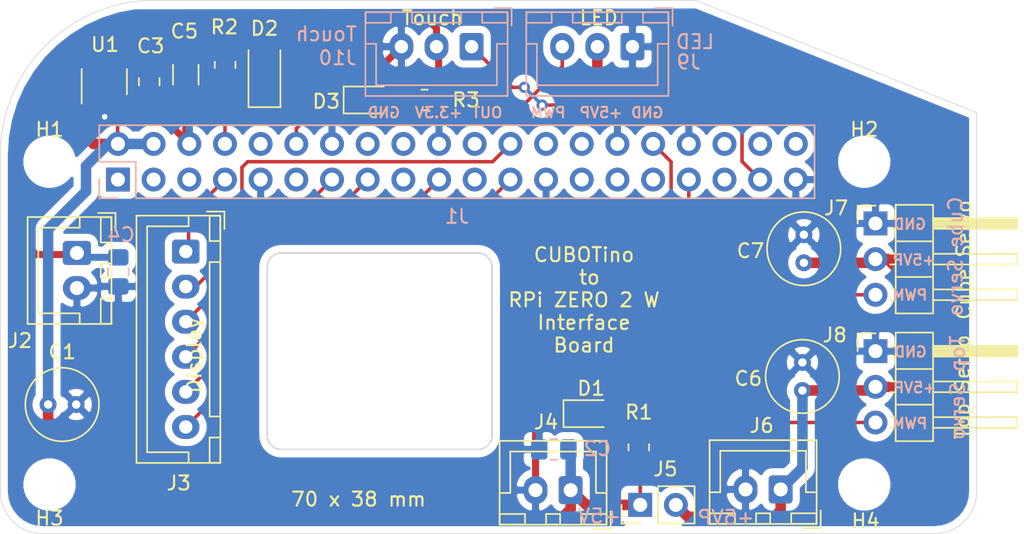
<source format=kicad_pcb>
(kicad_pcb (version 20171130) (host pcbnew "(5.1.10)-1")

  (general
    (thickness 1.6)
    (drawings 41)
    (tracks 141)
    (zones 0)
    (modules 28)
    (nets 39)
  )

  (page A4)
  (layers
    (0 F.Cu signal)
    (31 B.Cu signal)
    (32 B.Adhes user)
    (33 F.Adhes user)
    (34 B.Paste user)
    (35 F.Paste user)
    (36 B.SilkS user)
    (37 F.SilkS user)
    (38 B.Mask user)
    (39 F.Mask user)
    (40 Dwgs.User user)
    (41 Cmts.User user)
    (42 Eco1.User user)
    (43 Eco2.User user)
    (44 Edge.Cuts user)
    (45 Margin user)
    (46 B.CrtYd user)
    (47 F.CrtYd user)
    (48 B.Fab user)
    (49 F.Fab user hide)
  )

  (setup
    (last_trace_width 0.25)
    (trace_clearance 0.2)
    (zone_clearance 0.508)
    (zone_45_only no)
    (trace_min 0.2)
    (via_size 0.8)
    (via_drill 0.4)
    (via_min_size 0.4)
    (via_min_drill 0.3)
    (uvia_size 0.3)
    (uvia_drill 0.1)
    (uvias_allowed no)
    (uvia_min_size 0.2)
    (uvia_min_drill 0.1)
    (edge_width 0.05)
    (segment_width 0.2)
    (pcb_text_width 0.3)
    (pcb_text_size 1.5 1.5)
    (mod_edge_width 0.12)
    (mod_text_size 1 1)
    (mod_text_width 0.15)
    (pad_size 2.2 2.2)
    (pad_drill 2.2)
    (pad_to_mask_clearance 0)
    (aux_axis_origin 0 0)
    (visible_elements 7FFFFFFF)
    (pcbplotparams
      (layerselection 0x010fc_ffffffff)
      (usegerberextensions false)
      (usegerberattributes true)
      (usegerberadvancedattributes true)
      (creategerberjobfile true)
      (excludeedgelayer true)
      (linewidth 0.100000)
      (plotframeref false)
      (viasonmask false)
      (mode 1)
      (useauxorigin false)
      (hpglpennumber 1)
      (hpglpenspeed 20)
      (hpglpendiameter 15.000000)
      (psnegative false)
      (psa4output false)
      (plotreference true)
      (plotvalue true)
      (plotinvisibletext false)
      (padsonsilk false)
      (subtractmaskfromsilk false)
      (outputformat 1)
      (mirror false)
      (drillshape 0)
      (scaleselection 1)
      (outputdirectory ""))
  )

  (net 0 "")
  (net 1 GND)
  (net 2 +5V)
  (net 3 +5VP)
  (net 4 "Net-(D1-Pad2)")
  (net 5 BACK_LIGHT)
  (net 6 CS)
  (net 7 REG_SEL)
  (net 8 RST)
  (net 9 MOSI)
  (net 10 SCLK)
  (net 11 +3V3)
  (net 12 PWM_LED)
  (net 13 PWM_TOP)
  (net 14 PWM_CUBE)
  (net 15 "Net-(D2-Pad2)")
  (net 16 "Net-(D3-Pad2)")
  (net 17 TOUCH)
  (net 18 "Net-(C3-Pad1)")
  (net 19 "Net-(J1-Pad40)")
  (net 20 "Net-(J1-Pad38)")
  (net 21 "Net-(J1-Pad36)")
  (net 22 "Net-(J1-Pad35)")
  (net 23 "Net-(J1-Pad31)")
  (net 24 "Net-(J1-Pad29)")
  (net 25 "Net-(J1-Pad28)")
  (net 26 "Net-(J1-Pad27)")
  (net 27 "Net-(J1-Pad26)")
  (net 28 "Net-(J1-Pad22)")
  (net 29 "Net-(J1-Pad21)")
  (net 30 "Net-(J1-Pad18)")
  (net 31 "Net-(J1-Pad17)")
  (net 32 "Net-(J1-Pad16)")
  (net 33 "Net-(J1-Pad11)")
  (net 34 "Net-(J1-Pad10)")
  (net 35 "Net-(J1-Pad8)")
  (net 36 "Net-(J1-Pad5)")
  (net 37 "Net-(J1-Pad3)")
  (net 38 "Net-(J1-Pad1)")

  (net_class Default "This is the default net class."
    (clearance 0.2)
    (trace_width 0.25)
    (via_dia 0.8)
    (via_drill 0.4)
    (uvia_dia 0.3)
    (uvia_drill 0.1)
    (add_net BACK_LIGHT)
    (add_net CS)
    (add_net MOSI)
    (add_net "Net-(C3-Pad1)")
    (add_net "Net-(D1-Pad2)")
    (add_net "Net-(D2-Pad2)")
    (add_net "Net-(D3-Pad2)")
    (add_net "Net-(J1-Pad1)")
    (add_net "Net-(J1-Pad10)")
    (add_net "Net-(J1-Pad11)")
    (add_net "Net-(J1-Pad16)")
    (add_net "Net-(J1-Pad17)")
    (add_net "Net-(J1-Pad18)")
    (add_net "Net-(J1-Pad21)")
    (add_net "Net-(J1-Pad22)")
    (add_net "Net-(J1-Pad26)")
    (add_net "Net-(J1-Pad27)")
    (add_net "Net-(J1-Pad28)")
    (add_net "Net-(J1-Pad29)")
    (add_net "Net-(J1-Pad3)")
    (add_net "Net-(J1-Pad31)")
    (add_net "Net-(J1-Pad35)")
    (add_net "Net-(J1-Pad36)")
    (add_net "Net-(J1-Pad38)")
    (add_net "Net-(J1-Pad40)")
    (add_net "Net-(J1-Pad5)")
    (add_net "Net-(J1-Pad8)")
    (add_net PWM_CUBE)
    (add_net PWM_LED)
    (add_net PWM_TOP)
    (add_net REG_SEL)
    (add_net RST)
    (add_net SCLK)
    (add_net TOUCH)
  )

  (net_class 3V3 ""
    (clearance 0.2)
    (trace_width 0.5)
    (via_dia 0.8)
    (via_drill 0.4)
    (uvia_dia 0.3)
    (uvia_drill 0.1)
    (add_net +3V3)
  )

  (net_class 5V ""
    (clearance 0.2)
    (trace_width 0.75)
    (via_dia 1)
    (via_drill 0.4)
    (uvia_dia 0.3)
    (uvia_drill 0.1)
    (add_net +5V)
  )

  (net_class 5VP ""
    (clearance 0.2)
    (trace_width 0.75)
    (via_dia 1)
    (via_drill 0.4)
    (uvia_dia 0.3)
    (uvia_drill 0.1)
    (add_net +5VP)
  )

  (net_class GND ""
    (clearance 0.2)
    (trace_width 0.5)
    (via_dia 0.8)
    (via_drill 0.4)
    (uvia_dia 0.3)
    (uvia_drill 0.1)
    (add_net GND)
  )

  (module Connector_JST:JST_XH_B2B-XH-A_1x02_P2.50mm_Vertical (layer F.Cu) (tedit 5C28146C) (tstamp 64566FBC)
    (at 156.05 86.85 180)
    (descr "JST XH series connector, B2B-XH-A (http://www.jst-mfg.com/product/pdf/eng/eXH.pdf), generated with kicad-footprint-generator")
    (tags "connector JST XH vertical")
    (path /646350DE)
    (fp_text reference J6 (at 1.35 4.55) (layer F.SilkS)
      (effects (font (size 1 1) (thickness 0.15)))
    )
    (fp_text value 5VP (at 1.25 4.6) (layer F.Fab)
      (effects (font (size 1 1) (thickness 0.15)))
    )
    (fp_line (start -2.85 -2.75) (end -2.85 -1.5) (layer F.SilkS) (width 0.12))
    (fp_line (start -1.6 -2.75) (end -2.85 -2.75) (layer F.SilkS) (width 0.12))
    (fp_line (start 4.3 2.75) (end 1.25 2.75) (layer F.SilkS) (width 0.12))
    (fp_line (start 4.3 -0.2) (end 4.3 2.75) (layer F.SilkS) (width 0.12))
    (fp_line (start 5.05 -0.2) (end 4.3 -0.2) (layer F.SilkS) (width 0.12))
    (fp_line (start -1.8 2.75) (end 1.25 2.75) (layer F.SilkS) (width 0.12))
    (fp_line (start -1.8 -0.2) (end -1.8 2.75) (layer F.SilkS) (width 0.12))
    (fp_line (start -2.55 -0.2) (end -1.8 -0.2) (layer F.SilkS) (width 0.12))
    (fp_line (start 5.05 -2.45) (end 3.25 -2.45) (layer F.SilkS) (width 0.12))
    (fp_line (start 5.05 -1.7) (end 5.05 -2.45) (layer F.SilkS) (width 0.12))
    (fp_line (start 3.25 -1.7) (end 5.05 -1.7) (layer F.SilkS) (width 0.12))
    (fp_line (start 3.25 -2.45) (end 3.25 -1.7) (layer F.SilkS) (width 0.12))
    (fp_line (start -0.75 -2.45) (end -2.55 -2.45) (layer F.SilkS) (width 0.12))
    (fp_line (start -0.75 -1.7) (end -0.75 -2.45) (layer F.SilkS) (width 0.12))
    (fp_line (start -2.55 -1.7) (end -0.75 -1.7) (layer F.SilkS) (width 0.12))
    (fp_line (start -2.55 -2.45) (end -2.55 -1.7) (layer F.SilkS) (width 0.12))
    (fp_line (start 1.75 -2.45) (end 0.75 -2.45) (layer F.SilkS) (width 0.12))
    (fp_line (start 1.75 -1.7) (end 1.75 -2.45) (layer F.SilkS) (width 0.12))
    (fp_line (start 0.75 -1.7) (end 1.75 -1.7) (layer F.SilkS) (width 0.12))
    (fp_line (start 0.75 -2.45) (end 0.75 -1.7) (layer F.SilkS) (width 0.12))
    (fp_line (start 0 -1.35) (end 0.625 -2.35) (layer F.Fab) (width 0.1))
    (fp_line (start -0.625 -2.35) (end 0 -1.35) (layer F.Fab) (width 0.1))
    (fp_line (start 5.45 -2.85) (end -2.95 -2.85) (layer F.CrtYd) (width 0.05))
    (fp_line (start 5.45 3.9) (end 5.45 -2.85) (layer F.CrtYd) (width 0.05))
    (fp_line (start -2.95 3.9) (end 5.45 3.9) (layer F.CrtYd) (width 0.05))
    (fp_line (start -2.95 -2.85) (end -2.95 3.9) (layer F.CrtYd) (width 0.05))
    (fp_line (start 5.06 -2.46) (end -2.56 -2.46) (layer F.SilkS) (width 0.12))
    (fp_line (start 5.06 3.51) (end 5.06 -2.46) (layer F.SilkS) (width 0.12))
    (fp_line (start -2.56 3.51) (end 5.06 3.51) (layer F.SilkS) (width 0.12))
    (fp_line (start -2.56 -2.46) (end -2.56 3.51) (layer F.SilkS) (width 0.12))
    (fp_line (start 4.95 -2.35) (end -2.45 -2.35) (layer F.Fab) (width 0.1))
    (fp_line (start 4.95 3.4) (end 4.95 -2.35) (layer F.Fab) (width 0.1))
    (fp_line (start -2.45 3.4) (end 4.95 3.4) (layer F.Fab) (width 0.1))
    (fp_line (start -2.45 -2.35) (end -2.45 3.4) (layer F.Fab) (width 0.1))
    (fp_text user %R (at 1.25 2.7) (layer F.Fab)
      (effects (font (size 1 1) (thickness 0.15)))
    )
    (pad 2 thru_hole oval (at 2.5 0 180) (size 1.7 2) (drill 1) (layers *.Cu *.Mask)
      (net 1 GND))
    (pad 1 thru_hole roundrect (at 0 0 180) (size 1.7 2) (drill 1) (layers *.Cu *.Mask) (roundrect_rratio 0.1470588235294118)
      (net 3 +5VP))
    (model ${KISYS3DMOD}/Connector_JST.3dshapes/JST_XH_B2B-XH-A_1x02_P2.50mm_Vertical.wrl
      (at (xyz 0 0 0))
      (scale (xyz 1 1 1))
      (rotate (xyz 0 0 0))
    )
  )

  (module Connector_JST:JST_XH_B2B-XH-A_1x02_P2.50mm_Vertical (layer F.Cu) (tedit 5C28146C) (tstamp 64566FA6)
    (at 141.1 86.9 180)
    (descr "JST XH series connector, B2B-XH-A (http://www.jst-mfg.com/product/pdf/eng/eXH.pdf), generated with kicad-footprint-generator")
    (tags "connector JST XH vertical")
    (path /6462F10C)
    (fp_text reference J4 (at 1.75 4.85) (layer F.SilkS)
      (effects (font (size 1 1) (thickness 0.15)))
    )
    (fp_text value 5V (at 1.25 4.6) (layer F.Fab)
      (effects (font (size 1 1) (thickness 0.15)))
    )
    (fp_line (start -2.85 -2.75) (end -2.85 -1.5) (layer F.SilkS) (width 0.12))
    (fp_line (start -1.6 -2.75) (end -2.85 -2.75) (layer F.SilkS) (width 0.12))
    (fp_line (start 4.3 2.75) (end 1.25 2.75) (layer F.SilkS) (width 0.12))
    (fp_line (start 4.3 -0.2) (end 4.3 2.75) (layer F.SilkS) (width 0.12))
    (fp_line (start 5.05 -0.2) (end 4.3 -0.2) (layer F.SilkS) (width 0.12))
    (fp_line (start -1.8 2.75) (end 1.25 2.75) (layer F.SilkS) (width 0.12))
    (fp_line (start -1.8 -0.2) (end -1.8 2.75) (layer F.SilkS) (width 0.12))
    (fp_line (start -2.55 -0.2) (end -1.8 -0.2) (layer F.SilkS) (width 0.12))
    (fp_line (start 5.05 -2.45) (end 3.25 -2.45) (layer F.SilkS) (width 0.12))
    (fp_line (start 5.05 -1.7) (end 5.05 -2.45) (layer F.SilkS) (width 0.12))
    (fp_line (start 3.25 -1.7) (end 5.05 -1.7) (layer F.SilkS) (width 0.12))
    (fp_line (start 3.25 -2.45) (end 3.25 -1.7) (layer F.SilkS) (width 0.12))
    (fp_line (start -0.75 -2.45) (end -2.55 -2.45) (layer F.SilkS) (width 0.12))
    (fp_line (start -0.75 -1.7) (end -0.75 -2.45) (layer F.SilkS) (width 0.12))
    (fp_line (start -2.55 -1.7) (end -0.75 -1.7) (layer F.SilkS) (width 0.12))
    (fp_line (start -2.55 -2.45) (end -2.55 -1.7) (layer F.SilkS) (width 0.12))
    (fp_line (start 1.75 -2.45) (end 0.75 -2.45) (layer F.SilkS) (width 0.12))
    (fp_line (start 1.75 -1.7) (end 1.75 -2.45) (layer F.SilkS) (width 0.12))
    (fp_line (start 0.75 -1.7) (end 1.75 -1.7) (layer F.SilkS) (width 0.12))
    (fp_line (start 0.75 -2.45) (end 0.75 -1.7) (layer F.SilkS) (width 0.12))
    (fp_line (start 0 -1.35) (end 0.625 -2.35) (layer F.Fab) (width 0.1))
    (fp_line (start -0.625 -2.35) (end 0 -1.35) (layer F.Fab) (width 0.1))
    (fp_line (start 5.45 -2.85) (end -2.95 -2.85) (layer F.CrtYd) (width 0.05))
    (fp_line (start 5.45 3.9) (end 5.45 -2.85) (layer F.CrtYd) (width 0.05))
    (fp_line (start -2.95 3.9) (end 5.45 3.9) (layer F.CrtYd) (width 0.05))
    (fp_line (start -2.95 -2.85) (end -2.95 3.9) (layer F.CrtYd) (width 0.05))
    (fp_line (start 5.06 -2.46) (end -2.56 -2.46) (layer F.SilkS) (width 0.12))
    (fp_line (start 5.06 3.51) (end 5.06 -2.46) (layer F.SilkS) (width 0.12))
    (fp_line (start -2.56 3.51) (end 5.06 3.51) (layer F.SilkS) (width 0.12))
    (fp_line (start -2.56 -2.46) (end -2.56 3.51) (layer F.SilkS) (width 0.12))
    (fp_line (start 4.95 -2.35) (end -2.45 -2.35) (layer F.Fab) (width 0.1))
    (fp_line (start 4.95 3.4) (end 4.95 -2.35) (layer F.Fab) (width 0.1))
    (fp_line (start -2.45 3.4) (end 4.95 3.4) (layer F.Fab) (width 0.1))
    (fp_line (start -2.45 -2.35) (end -2.45 3.4) (layer F.Fab) (width 0.1))
    (fp_text user %R (at 1.25 2.7) (layer F.Fab)
      (effects (font (size 1 1) (thickness 0.15)))
    )
    (pad 2 thru_hole oval (at 2.5 0 180) (size 1.7 2) (drill 1) (layers *.Cu *.Mask)
      (net 1 GND))
    (pad 1 thru_hole roundrect (at 0 0 180) (size 1.7 2) (drill 1) (layers *.Cu *.Mask) (roundrect_rratio 0.1470588235294118)
      (net 2 +5V))
    (model ${KISYS3DMOD}/Connector_JST.3dshapes/JST_XH_B2B-XH-A_1x02_P2.50mm_Vertical.wrl
      (at (xyz 0 0 0))
      (scale (xyz 1 1 1))
      (rotate (xyz 0 0 0))
    )
  )

  (module Connector_JST:JST_XH_B2B-XH-A_1x02_P2.50mm_Vertical (layer F.Cu) (tedit 5C28146C) (tstamp 645C8015)
    (at 105.95 70 270)
    (descr "JST XH series connector, B2B-XH-A (http://www.jst-mfg.com/product/pdf/eng/eXH.pdf), generated with kicad-footprint-generator")
    (tags "connector JST XH vertical")
    (path /64653DA5)
    (fp_text reference J2 (at 6.25 4.05) (layer F.SilkS)
      (effects (font (size 1 1) (thickness 0.15)))
    )
    (fp_text value TFT_PWR (at 1.25 4.6 90) (layer F.Fab)
      (effects (font (size 1 1) (thickness 0.15)))
    )
    (fp_line (start -2.85 -2.75) (end -2.85 -1.5) (layer F.SilkS) (width 0.12))
    (fp_line (start -1.6 -2.75) (end -2.85 -2.75) (layer F.SilkS) (width 0.12))
    (fp_line (start 4.3 2.75) (end 1.25 2.75) (layer F.SilkS) (width 0.12))
    (fp_line (start 4.3 -0.2) (end 4.3 2.75) (layer F.SilkS) (width 0.12))
    (fp_line (start 5.05 -0.2) (end 4.3 -0.2) (layer F.SilkS) (width 0.12))
    (fp_line (start -1.8 2.75) (end 1.25 2.75) (layer F.SilkS) (width 0.12))
    (fp_line (start -1.8 -0.2) (end -1.8 2.75) (layer F.SilkS) (width 0.12))
    (fp_line (start -2.55 -0.2) (end -1.8 -0.2) (layer F.SilkS) (width 0.12))
    (fp_line (start 5.05 -2.45) (end 3.25 -2.45) (layer F.SilkS) (width 0.12))
    (fp_line (start 5.05 -1.7) (end 5.05 -2.45) (layer F.SilkS) (width 0.12))
    (fp_line (start 3.25 -1.7) (end 5.05 -1.7) (layer F.SilkS) (width 0.12))
    (fp_line (start 3.25 -2.45) (end 3.25 -1.7) (layer F.SilkS) (width 0.12))
    (fp_line (start -0.75 -2.45) (end -2.55 -2.45) (layer F.SilkS) (width 0.12))
    (fp_line (start -0.75 -1.7) (end -0.75 -2.45) (layer F.SilkS) (width 0.12))
    (fp_line (start -2.55 -1.7) (end -0.75 -1.7) (layer F.SilkS) (width 0.12))
    (fp_line (start -2.55 -2.45) (end -2.55 -1.7) (layer F.SilkS) (width 0.12))
    (fp_line (start 1.75 -2.45) (end 0.75 -2.45) (layer F.SilkS) (width 0.12))
    (fp_line (start 1.75 -1.7) (end 1.75 -2.45) (layer F.SilkS) (width 0.12))
    (fp_line (start 0.75 -1.7) (end 1.75 -1.7) (layer F.SilkS) (width 0.12))
    (fp_line (start 0.75 -2.45) (end 0.75 -1.7) (layer F.SilkS) (width 0.12))
    (fp_line (start 0 -1.35) (end 0.625 -2.35) (layer F.Fab) (width 0.1))
    (fp_line (start -0.625 -2.35) (end 0 -1.35) (layer F.Fab) (width 0.1))
    (fp_line (start 5.45 -2.85) (end -2.95 -2.85) (layer F.CrtYd) (width 0.05))
    (fp_line (start 5.45 3.9) (end 5.45 -2.85) (layer F.CrtYd) (width 0.05))
    (fp_line (start -2.95 3.9) (end 5.45 3.9) (layer F.CrtYd) (width 0.05))
    (fp_line (start -2.95 -2.85) (end -2.95 3.9) (layer F.CrtYd) (width 0.05))
    (fp_line (start 5.06 -2.46) (end -2.56 -2.46) (layer F.SilkS) (width 0.12))
    (fp_line (start 5.06 3.51) (end 5.06 -2.46) (layer F.SilkS) (width 0.12))
    (fp_line (start -2.56 3.51) (end 5.06 3.51) (layer F.SilkS) (width 0.12))
    (fp_line (start -2.56 -2.46) (end -2.56 3.51) (layer F.SilkS) (width 0.12))
    (fp_line (start 4.95 -2.35) (end -2.45 -2.35) (layer F.Fab) (width 0.1))
    (fp_line (start 4.95 3.4) (end 4.95 -2.35) (layer F.Fab) (width 0.1))
    (fp_line (start -2.45 3.4) (end 4.95 3.4) (layer F.Fab) (width 0.1))
    (fp_line (start -2.45 -2.35) (end -2.45 3.4) (layer F.Fab) (width 0.1))
    (fp_text user %R (at 1.25 2.7 90) (layer F.Fab)
      (effects (font (size 1 1) (thickness 0.15)))
    )
    (pad 2 thru_hole oval (at 2.5 0 270) (size 1.7 2) (drill 1) (layers *.Cu *.Mask)
      (net 1 GND))
    (pad 1 thru_hole roundrect (at 0 0 270) (size 1.7 2) (drill 1) (layers *.Cu *.Mask) (roundrect_rratio 0.1470588235294118)
      (net 11 +3V3))
    (model ${KISYS3DMOD}/Connector_JST.3dshapes/JST_XH_B2B-XH-A_1x02_P2.50mm_Vertical.wrl
      (at (xyz 0 0 0))
      (scale (xyz 1 1 1))
      (rotate (xyz 0 0 0))
    )
  )

  (module Connector_JST:JST_XH_B6B-XH-A_1x06_P2.50mm_Vertical (layer F.Cu) (tedit 5C28146C) (tstamp 645C82ED)
    (at 113.7 69.9 270)
    (descr "JST XH series connector, B6B-XH-A (http://www.jst-mfg.com/product/pdf/eng/eXH.pdf), generated with kicad-footprint-generator")
    (tags "connector JST XH vertical")
    (path /6465286A)
    (fp_text reference J3 (at 16.5 0.5) (layer F.SilkS)
      (effects (font (size 1 1) (thickness 0.15)))
    )
    (fp_text value TFT (at 6.25 4.6 90) (layer F.Fab)
      (effects (font (size 1 1) (thickness 0.15)))
    )
    (fp_line (start -2.85 -2.75) (end -2.85 -1.5) (layer F.SilkS) (width 0.12))
    (fp_line (start -1.6 -2.75) (end -2.85 -2.75) (layer F.SilkS) (width 0.12))
    (fp_line (start 14.3 2.75) (end 6.25 2.75) (layer F.SilkS) (width 0.12))
    (fp_line (start 14.3 -0.2) (end 14.3 2.75) (layer F.SilkS) (width 0.12))
    (fp_line (start 15.05 -0.2) (end 14.3 -0.2) (layer F.SilkS) (width 0.12))
    (fp_line (start -1.8 2.75) (end 6.25 2.75) (layer F.SilkS) (width 0.12))
    (fp_line (start -1.8 -0.2) (end -1.8 2.75) (layer F.SilkS) (width 0.12))
    (fp_line (start -2.55 -0.2) (end -1.8 -0.2) (layer F.SilkS) (width 0.12))
    (fp_line (start 15.05 -2.45) (end 13.25 -2.45) (layer F.SilkS) (width 0.12))
    (fp_line (start 15.05 -1.7) (end 15.05 -2.45) (layer F.SilkS) (width 0.12))
    (fp_line (start 13.25 -1.7) (end 15.05 -1.7) (layer F.SilkS) (width 0.12))
    (fp_line (start 13.25 -2.45) (end 13.25 -1.7) (layer F.SilkS) (width 0.12))
    (fp_line (start -0.75 -2.45) (end -2.55 -2.45) (layer F.SilkS) (width 0.12))
    (fp_line (start -0.75 -1.7) (end -0.75 -2.45) (layer F.SilkS) (width 0.12))
    (fp_line (start -2.55 -1.7) (end -0.75 -1.7) (layer F.SilkS) (width 0.12))
    (fp_line (start -2.55 -2.45) (end -2.55 -1.7) (layer F.SilkS) (width 0.12))
    (fp_line (start 11.75 -2.45) (end 0.75 -2.45) (layer F.SilkS) (width 0.12))
    (fp_line (start 11.75 -1.7) (end 11.75 -2.45) (layer F.SilkS) (width 0.12))
    (fp_line (start 0.75 -1.7) (end 11.75 -1.7) (layer F.SilkS) (width 0.12))
    (fp_line (start 0.75 -2.45) (end 0.75 -1.7) (layer F.SilkS) (width 0.12))
    (fp_line (start 0 -1.35) (end 0.625 -2.35) (layer F.Fab) (width 0.1))
    (fp_line (start -0.625 -2.35) (end 0 -1.35) (layer F.Fab) (width 0.1))
    (fp_line (start 15.45 -2.85) (end -2.95 -2.85) (layer F.CrtYd) (width 0.05))
    (fp_line (start 15.45 3.9) (end 15.45 -2.85) (layer F.CrtYd) (width 0.05))
    (fp_line (start -2.95 3.9) (end 15.45 3.9) (layer F.CrtYd) (width 0.05))
    (fp_line (start -2.95 -2.85) (end -2.95 3.9) (layer F.CrtYd) (width 0.05))
    (fp_line (start 15.06 -2.46) (end -2.56 -2.46) (layer F.SilkS) (width 0.12))
    (fp_line (start 15.06 3.51) (end 15.06 -2.46) (layer F.SilkS) (width 0.12))
    (fp_line (start -2.56 3.51) (end 15.06 3.51) (layer F.SilkS) (width 0.12))
    (fp_line (start -2.56 -2.46) (end -2.56 3.51) (layer F.SilkS) (width 0.12))
    (fp_line (start 14.95 -2.35) (end -2.45 -2.35) (layer F.Fab) (width 0.1))
    (fp_line (start 14.95 3.4) (end 14.95 -2.35) (layer F.Fab) (width 0.1))
    (fp_line (start -2.45 3.4) (end 14.95 3.4) (layer F.Fab) (width 0.1))
    (fp_line (start -2.45 -2.35) (end -2.45 3.4) (layer F.Fab) (width 0.1))
    (fp_text user %R (at 6.25 2.7 90) (layer F.Fab)
      (effects (font (size 1 1) (thickness 0.15)))
    )
    (pad 6 thru_hole oval (at 12.5 0 270) (size 1.7 1.95) (drill 0.95) (layers *.Cu *.Mask)
      (net 10 SCLK))
    (pad 5 thru_hole oval (at 10 0 270) (size 1.7 1.95) (drill 0.95) (layers *.Cu *.Mask)
      (net 9 MOSI))
    (pad 4 thru_hole oval (at 7.5 0 270) (size 1.7 1.95) (drill 0.95) (layers *.Cu *.Mask)
      (net 8 RST))
    (pad 3 thru_hole oval (at 5 0 270) (size 1.7 1.95) (drill 0.95) (layers *.Cu *.Mask)
      (net 7 REG_SEL))
    (pad 2 thru_hole oval (at 2.5 0 270) (size 1.7 1.95) (drill 0.95) (layers *.Cu *.Mask)
      (net 6 CS))
    (pad 1 thru_hole roundrect (at 0 0 270) (size 1.7 1.95) (drill 0.95) (layers *.Cu *.Mask) (roundrect_rratio 0.1470588235294118)
      (net 5 BACK_LIGHT))
    (model ${KISYS3DMOD}/Connector_JST.3dshapes/JST_XH_B6B-XH-A_1x06_P2.50mm_Vertical.wrl
      (at (xyz 0 0 0))
      (scale (xyz 1 1 1))
      (rotate (xyz 0 0 0))
    )
  )

  (module Connector_PinHeader_2.54mm:PinHeader_1x03_P2.54mm_Horizontal (layer F.Cu) (tedit 59FED5CB) (tstamp 645C5731)
    (at 162.8 77)
    (descr "Through hole angled pin header, 1x03, 2.54mm pitch, 6mm pin length, single row")
    (tags "Through hole angled pin header THT 1x03 2.54mm single row")
    (path /645C54C6)
    (fp_text reference J8 (at -2.9 -1.15) (layer F.SilkS)
      (effects (font (size 1 1) (thickness 0.15)))
    )
    (fp_text value Top (at 4.385 7.35) (layer F.Fab)
      (effects (font (size 1 1) (thickness 0.15)))
    )
    (fp_line (start 10.55 -1.8) (end -1.8 -1.8) (layer F.CrtYd) (width 0.05))
    (fp_line (start 10.55 6.85) (end 10.55 -1.8) (layer F.CrtYd) (width 0.05))
    (fp_line (start -1.8 6.85) (end 10.55 6.85) (layer F.CrtYd) (width 0.05))
    (fp_line (start -1.8 -1.8) (end -1.8 6.85) (layer F.CrtYd) (width 0.05))
    (fp_line (start -1.27 -1.27) (end 0 -1.27) (layer F.SilkS) (width 0.12))
    (fp_line (start -1.27 0) (end -1.27 -1.27) (layer F.SilkS) (width 0.12))
    (fp_line (start 1.042929 5.46) (end 1.44 5.46) (layer F.SilkS) (width 0.12))
    (fp_line (start 1.042929 4.7) (end 1.44 4.7) (layer F.SilkS) (width 0.12))
    (fp_line (start 10.1 5.46) (end 4.1 5.46) (layer F.SilkS) (width 0.12))
    (fp_line (start 10.1 4.7) (end 10.1 5.46) (layer F.SilkS) (width 0.12))
    (fp_line (start 4.1 4.7) (end 10.1 4.7) (layer F.SilkS) (width 0.12))
    (fp_line (start 1.44 3.81) (end 4.1 3.81) (layer F.SilkS) (width 0.12))
    (fp_line (start 1.042929 2.92) (end 1.44 2.92) (layer F.SilkS) (width 0.12))
    (fp_line (start 1.042929 2.16) (end 1.44 2.16) (layer F.SilkS) (width 0.12))
    (fp_line (start 10.1 2.92) (end 4.1 2.92) (layer F.SilkS) (width 0.12))
    (fp_line (start 10.1 2.16) (end 10.1 2.92) (layer F.SilkS) (width 0.12))
    (fp_line (start 4.1 2.16) (end 10.1 2.16) (layer F.SilkS) (width 0.12))
    (fp_line (start 1.44 1.27) (end 4.1 1.27) (layer F.SilkS) (width 0.12))
    (fp_line (start 1.11 0.38) (end 1.44 0.38) (layer F.SilkS) (width 0.12))
    (fp_line (start 1.11 -0.38) (end 1.44 -0.38) (layer F.SilkS) (width 0.12))
    (fp_line (start 4.1 0.28) (end 10.1 0.28) (layer F.SilkS) (width 0.12))
    (fp_line (start 4.1 0.16) (end 10.1 0.16) (layer F.SilkS) (width 0.12))
    (fp_line (start 4.1 0.04) (end 10.1 0.04) (layer F.SilkS) (width 0.12))
    (fp_line (start 4.1 -0.08) (end 10.1 -0.08) (layer F.SilkS) (width 0.12))
    (fp_line (start 4.1 -0.2) (end 10.1 -0.2) (layer F.SilkS) (width 0.12))
    (fp_line (start 4.1 -0.32) (end 10.1 -0.32) (layer F.SilkS) (width 0.12))
    (fp_line (start 10.1 0.38) (end 4.1 0.38) (layer F.SilkS) (width 0.12))
    (fp_line (start 10.1 -0.38) (end 10.1 0.38) (layer F.SilkS) (width 0.12))
    (fp_line (start 4.1 -0.38) (end 10.1 -0.38) (layer F.SilkS) (width 0.12))
    (fp_line (start 4.1 -1.33) (end 1.44 -1.33) (layer F.SilkS) (width 0.12))
    (fp_line (start 4.1 6.41) (end 4.1 -1.33) (layer F.SilkS) (width 0.12))
    (fp_line (start 1.44 6.41) (end 4.1 6.41) (layer F.SilkS) (width 0.12))
    (fp_line (start 1.44 -1.33) (end 1.44 6.41) (layer F.SilkS) (width 0.12))
    (fp_line (start 4.04 5.4) (end 10.04 5.4) (layer F.Fab) (width 0.1))
    (fp_line (start 10.04 4.76) (end 10.04 5.4) (layer F.Fab) (width 0.1))
    (fp_line (start 4.04 4.76) (end 10.04 4.76) (layer F.Fab) (width 0.1))
    (fp_line (start -0.32 5.4) (end 1.5 5.4) (layer F.Fab) (width 0.1))
    (fp_line (start -0.32 4.76) (end -0.32 5.4) (layer F.Fab) (width 0.1))
    (fp_line (start -0.32 4.76) (end 1.5 4.76) (layer F.Fab) (width 0.1))
    (fp_line (start 4.04 2.86) (end 10.04 2.86) (layer F.Fab) (width 0.1))
    (fp_line (start 10.04 2.22) (end 10.04 2.86) (layer F.Fab) (width 0.1))
    (fp_line (start 4.04 2.22) (end 10.04 2.22) (layer F.Fab) (width 0.1))
    (fp_line (start -0.32 2.86) (end 1.5 2.86) (layer F.Fab) (width 0.1))
    (fp_line (start -0.32 2.22) (end -0.32 2.86) (layer F.Fab) (width 0.1))
    (fp_line (start -0.32 2.22) (end 1.5 2.22) (layer F.Fab) (width 0.1))
    (fp_line (start 4.04 0.32) (end 10.04 0.32) (layer F.Fab) (width 0.1))
    (fp_line (start 10.04 -0.32) (end 10.04 0.32) (layer F.Fab) (width 0.1))
    (fp_line (start 4.04 -0.32) (end 10.04 -0.32) (layer F.Fab) (width 0.1))
    (fp_line (start -0.32 0.32) (end 1.5 0.32) (layer F.Fab) (width 0.1))
    (fp_line (start -0.32 -0.32) (end -0.32 0.32) (layer F.Fab) (width 0.1))
    (fp_line (start -0.32 -0.32) (end 1.5 -0.32) (layer F.Fab) (width 0.1))
    (fp_line (start 1.5 -0.635) (end 2.135 -1.27) (layer F.Fab) (width 0.1))
    (fp_line (start 1.5 6.35) (end 1.5 -0.635) (layer F.Fab) (width 0.1))
    (fp_line (start 4.04 6.35) (end 1.5 6.35) (layer F.Fab) (width 0.1))
    (fp_line (start 4.04 -1.27) (end 4.04 6.35) (layer F.Fab) (width 0.1))
    (fp_line (start 2.135 -1.27) (end 4.04 -1.27) (layer F.Fab) (width 0.1))
    (fp_text user %R (at 2.77 2.54 90) (layer F.Fab)
      (effects (font (size 1 1) (thickness 0.15)))
    )
    (pad 3 thru_hole oval (at 0 5.08) (size 1.7 1.7) (drill 1) (layers *.Cu *.Mask)
      (net 13 PWM_TOP))
    (pad 2 thru_hole oval (at 0 2.54) (size 1.7 1.7) (drill 1) (layers *.Cu *.Mask)
      (net 3 +5VP))
    (pad 1 thru_hole rect (at 0 0) (size 1.7 1.7) (drill 1) (layers *.Cu *.Mask)
      (net 1 GND))
    (model ${KISYS3DMOD}/Connector_PinHeader_2.54mm.3dshapes/PinHeader_1x03_P2.54mm_Horizontal.wrl
      (at (xyz 0 0 0))
      (scale (xyz 1 1 1))
      (rotate (xyz 0 0 0))
    )
  )

  (module Connector_PinHeader_2.54mm:PinHeader_1x03_P2.54mm_Horizontal (layer F.Cu) (tedit 59FED5CB) (tstamp 645C564D)
    (at 162.8 67.9)
    (descr "Through hole angled pin header, 1x03, 2.54mm pitch, 6mm pin length, single row")
    (tags "Through hole angled pin header THT 1x03 2.54mm single row")
    (path /645C4706)
    (fp_text reference J7 (at -2.8 -1.1) (layer F.SilkS)
      (effects (font (size 1 1) (thickness 0.15)))
    )
    (fp_text value Cube (at 4.385 7.35) (layer F.Fab)
      (effects (font (size 1 1) (thickness 0.15)))
    )
    (fp_line (start 10.55 -1.8) (end -1.8 -1.8) (layer F.CrtYd) (width 0.05))
    (fp_line (start 10.55 6.85) (end 10.55 -1.8) (layer F.CrtYd) (width 0.05))
    (fp_line (start -1.8 6.85) (end 10.55 6.85) (layer F.CrtYd) (width 0.05))
    (fp_line (start -1.8 -1.8) (end -1.8 6.85) (layer F.CrtYd) (width 0.05))
    (fp_line (start -1.27 -1.27) (end 0 -1.27) (layer F.SilkS) (width 0.12))
    (fp_line (start -1.27 0) (end -1.27 -1.27) (layer F.SilkS) (width 0.12))
    (fp_line (start 1.042929 5.46) (end 1.44 5.46) (layer F.SilkS) (width 0.12))
    (fp_line (start 1.042929 4.7) (end 1.44 4.7) (layer F.SilkS) (width 0.12))
    (fp_line (start 10.1 5.46) (end 4.1 5.46) (layer F.SilkS) (width 0.12))
    (fp_line (start 10.1 4.7) (end 10.1 5.46) (layer F.SilkS) (width 0.12))
    (fp_line (start 4.1 4.7) (end 10.1 4.7) (layer F.SilkS) (width 0.12))
    (fp_line (start 1.44 3.81) (end 4.1 3.81) (layer F.SilkS) (width 0.12))
    (fp_line (start 1.042929 2.92) (end 1.44 2.92) (layer F.SilkS) (width 0.12))
    (fp_line (start 1.042929 2.16) (end 1.44 2.16) (layer F.SilkS) (width 0.12))
    (fp_line (start 10.1 2.92) (end 4.1 2.92) (layer F.SilkS) (width 0.12))
    (fp_line (start 10.1 2.16) (end 10.1 2.92) (layer F.SilkS) (width 0.12))
    (fp_line (start 4.1 2.16) (end 10.1 2.16) (layer F.SilkS) (width 0.12))
    (fp_line (start 1.44 1.27) (end 4.1 1.27) (layer F.SilkS) (width 0.12))
    (fp_line (start 1.11 0.38) (end 1.44 0.38) (layer F.SilkS) (width 0.12))
    (fp_line (start 1.11 -0.38) (end 1.44 -0.38) (layer F.SilkS) (width 0.12))
    (fp_line (start 4.1 0.28) (end 10.1 0.28) (layer F.SilkS) (width 0.12))
    (fp_line (start 4.1 0.16) (end 10.1 0.16) (layer F.SilkS) (width 0.12))
    (fp_line (start 4.1 0.04) (end 10.1 0.04) (layer F.SilkS) (width 0.12))
    (fp_line (start 4.1 -0.08) (end 10.1 -0.08) (layer F.SilkS) (width 0.12))
    (fp_line (start 4.1 -0.2) (end 10.1 -0.2) (layer F.SilkS) (width 0.12))
    (fp_line (start 4.1 -0.32) (end 10.1 -0.32) (layer F.SilkS) (width 0.12))
    (fp_line (start 10.1 0.38) (end 4.1 0.38) (layer F.SilkS) (width 0.12))
    (fp_line (start 10.1 -0.38) (end 10.1 0.38) (layer F.SilkS) (width 0.12))
    (fp_line (start 4.1 -0.38) (end 10.1 -0.38) (layer F.SilkS) (width 0.12))
    (fp_line (start 4.1 -1.33) (end 1.44 -1.33) (layer F.SilkS) (width 0.12))
    (fp_line (start 4.1 6.41) (end 4.1 -1.33) (layer F.SilkS) (width 0.12))
    (fp_line (start 1.44 6.41) (end 4.1 6.41) (layer F.SilkS) (width 0.12))
    (fp_line (start 1.44 -1.33) (end 1.44 6.41) (layer F.SilkS) (width 0.12))
    (fp_line (start 4.04 5.4) (end 10.04 5.4) (layer F.Fab) (width 0.1))
    (fp_line (start 10.04 4.76) (end 10.04 5.4) (layer F.Fab) (width 0.1))
    (fp_line (start 4.04 4.76) (end 10.04 4.76) (layer F.Fab) (width 0.1))
    (fp_line (start -0.32 5.4) (end 1.5 5.4) (layer F.Fab) (width 0.1))
    (fp_line (start -0.32 4.76) (end -0.32 5.4) (layer F.Fab) (width 0.1))
    (fp_line (start -0.32 4.76) (end 1.5 4.76) (layer F.Fab) (width 0.1))
    (fp_line (start 4.04 2.86) (end 10.04 2.86) (layer F.Fab) (width 0.1))
    (fp_line (start 10.04 2.22) (end 10.04 2.86) (layer F.Fab) (width 0.1))
    (fp_line (start 4.04 2.22) (end 10.04 2.22) (layer F.Fab) (width 0.1))
    (fp_line (start -0.32 2.86) (end 1.5 2.86) (layer F.Fab) (width 0.1))
    (fp_line (start -0.32 2.22) (end -0.32 2.86) (layer F.Fab) (width 0.1))
    (fp_line (start -0.32 2.22) (end 1.5 2.22) (layer F.Fab) (width 0.1))
    (fp_line (start 4.04 0.32) (end 10.04 0.32) (layer F.Fab) (width 0.1))
    (fp_line (start 10.04 -0.32) (end 10.04 0.32) (layer F.Fab) (width 0.1))
    (fp_line (start 4.04 -0.32) (end 10.04 -0.32) (layer F.Fab) (width 0.1))
    (fp_line (start -0.32 0.32) (end 1.5 0.32) (layer F.Fab) (width 0.1))
    (fp_line (start -0.32 -0.32) (end -0.32 0.32) (layer F.Fab) (width 0.1))
    (fp_line (start -0.32 -0.32) (end 1.5 -0.32) (layer F.Fab) (width 0.1))
    (fp_line (start 1.5 -0.635) (end 2.135 -1.27) (layer F.Fab) (width 0.1))
    (fp_line (start 1.5 6.35) (end 1.5 -0.635) (layer F.Fab) (width 0.1))
    (fp_line (start 4.04 6.35) (end 1.5 6.35) (layer F.Fab) (width 0.1))
    (fp_line (start 4.04 -1.27) (end 4.04 6.35) (layer F.Fab) (width 0.1))
    (fp_line (start 2.135 -1.27) (end 4.04 -1.27) (layer F.Fab) (width 0.1))
    (fp_text user %R (at 2.77 2.54 90) (layer F.Fab)
      (effects (font (size 1 1) (thickness 0.15)))
    )
    (pad 3 thru_hole oval (at 0 5.08) (size 1.7 1.7) (drill 1) (layers *.Cu *.Mask)
      (net 14 PWM_CUBE))
    (pad 2 thru_hole oval (at 0 2.54) (size 1.7 1.7) (drill 1) (layers *.Cu *.Mask)
      (net 3 +5VP))
    (pad 1 thru_hole rect (at 0 0) (size 1.7 1.7) (drill 1) (layers *.Cu *.Mask)
      (net 1 GND))
    (model ${KISYS3DMOD}/Connector_PinHeader_2.54mm.3dshapes/PinHeader_1x03_P2.54mm_Horizontal.wrl
      (at (xyz 0 0 0))
      (scale (xyz 1 1 1))
      (rotate (xyz 0 0 0))
    )
  )

  (module Connector_JST:JST_XH_B3B-XH-A_1x03_P2.50mm_Vertical (layer B.Cu) (tedit 5C28146C) (tstamp 6459D773)
    (at 134.05 55.3 180)
    (descr "JST XH series connector, B3B-XH-A (http://www.jst-mfg.com/product/pdf/eng/eXH.pdf), generated with kicad-footprint-generator")
    (tags "connector JST XH vertical")
    (path /6478D089)
    (fp_text reference J10 (at 9.55 -0.8) (layer B.SilkS)
      (effects (font (size 1 1) (thickness 0.15)) (justify mirror))
    )
    (fp_text value Touch (at 2.5 -4.6) (layer B.Fab)
      (effects (font (size 1 1) (thickness 0.15)) (justify mirror))
    )
    (fp_line (start -2.85 2.75) (end -2.85 1.5) (layer B.SilkS) (width 0.12))
    (fp_line (start -1.6 2.75) (end -2.85 2.75) (layer B.SilkS) (width 0.12))
    (fp_line (start 6.8 -2.75) (end 2.5 -2.75) (layer B.SilkS) (width 0.12))
    (fp_line (start 6.8 0.2) (end 6.8 -2.75) (layer B.SilkS) (width 0.12))
    (fp_line (start 7.55 0.2) (end 6.8 0.2) (layer B.SilkS) (width 0.12))
    (fp_line (start -1.8 -2.75) (end 2.5 -2.75) (layer B.SilkS) (width 0.12))
    (fp_line (start -1.8 0.2) (end -1.8 -2.75) (layer B.SilkS) (width 0.12))
    (fp_line (start -2.55 0.2) (end -1.8 0.2) (layer B.SilkS) (width 0.12))
    (fp_line (start 7.55 2.45) (end 5.75 2.45) (layer B.SilkS) (width 0.12))
    (fp_line (start 7.55 1.7) (end 7.55 2.45) (layer B.SilkS) (width 0.12))
    (fp_line (start 5.75 1.7) (end 7.55 1.7) (layer B.SilkS) (width 0.12))
    (fp_line (start 5.75 2.45) (end 5.75 1.7) (layer B.SilkS) (width 0.12))
    (fp_line (start -0.75 2.45) (end -2.55 2.45) (layer B.SilkS) (width 0.12))
    (fp_line (start -0.75 1.7) (end -0.75 2.45) (layer B.SilkS) (width 0.12))
    (fp_line (start -2.55 1.7) (end -0.75 1.7) (layer B.SilkS) (width 0.12))
    (fp_line (start -2.55 2.45) (end -2.55 1.7) (layer B.SilkS) (width 0.12))
    (fp_line (start 4.25 2.45) (end 0.75 2.45) (layer B.SilkS) (width 0.12))
    (fp_line (start 4.25 1.7) (end 4.25 2.45) (layer B.SilkS) (width 0.12))
    (fp_line (start 0.75 1.7) (end 4.25 1.7) (layer B.SilkS) (width 0.12))
    (fp_line (start 0.75 2.45) (end 0.75 1.7) (layer B.SilkS) (width 0.12))
    (fp_line (start 0 1.35) (end 0.625 2.35) (layer B.Fab) (width 0.1))
    (fp_line (start -0.625 2.35) (end 0 1.35) (layer B.Fab) (width 0.1))
    (fp_line (start 7.95 2.85) (end -2.95 2.85) (layer B.CrtYd) (width 0.05))
    (fp_line (start 7.95 -3.9) (end 7.95 2.85) (layer B.CrtYd) (width 0.05))
    (fp_line (start -2.95 -3.9) (end 7.95 -3.9) (layer B.CrtYd) (width 0.05))
    (fp_line (start -2.95 2.85) (end -2.95 -3.9) (layer B.CrtYd) (width 0.05))
    (fp_line (start 7.56 2.46) (end -2.56 2.46) (layer B.SilkS) (width 0.12))
    (fp_line (start 7.56 -3.51) (end 7.56 2.46) (layer B.SilkS) (width 0.12))
    (fp_line (start -2.56 -3.51) (end 7.56 -3.51) (layer B.SilkS) (width 0.12))
    (fp_line (start -2.56 2.46) (end -2.56 -3.51) (layer B.SilkS) (width 0.12))
    (fp_line (start 7.45 2.35) (end -2.45 2.35) (layer B.Fab) (width 0.1))
    (fp_line (start 7.45 -3.4) (end 7.45 2.35) (layer B.Fab) (width 0.1))
    (fp_line (start -2.45 -3.4) (end 7.45 -3.4) (layer B.Fab) (width 0.1))
    (fp_line (start -2.45 2.35) (end -2.45 -3.4) (layer B.Fab) (width 0.1))
    (fp_text user %R (at 2.5 -2.7) (layer B.Fab)
      (effects (font (size 1 1) (thickness 0.15)) (justify mirror))
    )
    (pad 3 thru_hole oval (at 5 0 180) (size 1.7 1.95) (drill 0.95) (layers *.Cu *.Mask)
      (net 1 GND))
    (pad 2 thru_hole oval (at 2.5 0 180) (size 1.7 1.95) (drill 0.95) (layers *.Cu *.Mask)
      (net 11 +3V3))
    (pad 1 thru_hole roundrect (at 0 0 180) (size 1.7 1.95) (drill 0.95) (layers *.Cu *.Mask) (roundrect_rratio 0.1470588235294118)
      (net 17 TOUCH))
    (model ${KISYS3DMOD}/Connector_JST.3dshapes/JST_XH_B3B-XH-A_1x03_P2.50mm_Vertical.wrl
      (at (xyz 0 0 0))
      (scale (xyz 1 1 1))
      (rotate (xyz 0 0 0))
    )
  )

  (module Connector_JST:JST_XH_B3B-XH-A_1x03_P2.50mm_Vertical (layer B.Cu) (tedit 5C28146C) (tstamp 6459D742)
    (at 145.5 55.3 180)
    (descr "JST XH series connector, B3B-XH-A (http://www.jst-mfg.com/product/pdf/eng/eXH.pdf), generated with kicad-footprint-generator")
    (tags "connector JST XH vertical")
    (path /6478C350)
    (fp_text reference J9 (at -4 -1.1) (layer B.SilkS)
      (effects (font (size 1 1) (thickness 0.15)) (justify mirror))
    )
    (fp_text value LED (at 2.5 -4.6) (layer B.Fab)
      (effects (font (size 1 1) (thickness 0.15)) (justify mirror))
    )
    (fp_line (start -2.85 2.75) (end -2.85 1.5) (layer B.SilkS) (width 0.12))
    (fp_line (start -1.6 2.75) (end -2.85 2.75) (layer B.SilkS) (width 0.12))
    (fp_line (start 6.8 -2.75) (end 2.5 -2.75) (layer B.SilkS) (width 0.12))
    (fp_line (start 6.8 0.2) (end 6.8 -2.75) (layer B.SilkS) (width 0.12))
    (fp_line (start 7.55 0.2) (end 6.8 0.2) (layer B.SilkS) (width 0.12))
    (fp_line (start -1.8 -2.75) (end 2.5 -2.75) (layer B.SilkS) (width 0.12))
    (fp_line (start -1.8 0.2) (end -1.8 -2.75) (layer B.SilkS) (width 0.12))
    (fp_line (start -2.55 0.2) (end -1.8 0.2) (layer B.SilkS) (width 0.12))
    (fp_line (start 7.55 2.45) (end 5.75 2.45) (layer B.SilkS) (width 0.12))
    (fp_line (start 7.55 1.7) (end 7.55 2.45) (layer B.SilkS) (width 0.12))
    (fp_line (start 5.75 1.7) (end 7.55 1.7) (layer B.SilkS) (width 0.12))
    (fp_line (start 5.75 2.45) (end 5.75 1.7) (layer B.SilkS) (width 0.12))
    (fp_line (start -0.75 2.45) (end -2.55 2.45) (layer B.SilkS) (width 0.12))
    (fp_line (start -0.75 1.7) (end -0.75 2.45) (layer B.SilkS) (width 0.12))
    (fp_line (start -2.55 1.7) (end -0.75 1.7) (layer B.SilkS) (width 0.12))
    (fp_line (start -2.55 2.45) (end -2.55 1.7) (layer B.SilkS) (width 0.12))
    (fp_line (start 4.25 2.45) (end 0.75 2.45) (layer B.SilkS) (width 0.12))
    (fp_line (start 4.25 1.7) (end 4.25 2.45) (layer B.SilkS) (width 0.12))
    (fp_line (start 0.75 1.7) (end 4.25 1.7) (layer B.SilkS) (width 0.12))
    (fp_line (start 0.75 2.45) (end 0.75 1.7) (layer B.SilkS) (width 0.12))
    (fp_line (start 0 1.35) (end 0.625 2.35) (layer B.Fab) (width 0.1))
    (fp_line (start -0.625 2.35) (end 0 1.35) (layer B.Fab) (width 0.1))
    (fp_line (start 7.95 2.85) (end -2.95 2.85) (layer B.CrtYd) (width 0.05))
    (fp_line (start 7.95 -3.9) (end 7.95 2.85) (layer B.CrtYd) (width 0.05))
    (fp_line (start -2.95 -3.9) (end 7.95 -3.9) (layer B.CrtYd) (width 0.05))
    (fp_line (start -2.95 2.85) (end -2.95 -3.9) (layer B.CrtYd) (width 0.05))
    (fp_line (start 7.56 2.46) (end -2.56 2.46) (layer B.SilkS) (width 0.12))
    (fp_line (start 7.56 -3.51) (end 7.56 2.46) (layer B.SilkS) (width 0.12))
    (fp_line (start -2.56 -3.51) (end 7.56 -3.51) (layer B.SilkS) (width 0.12))
    (fp_line (start -2.56 2.46) (end -2.56 -3.51) (layer B.SilkS) (width 0.12))
    (fp_line (start 7.45 2.35) (end -2.45 2.35) (layer B.Fab) (width 0.1))
    (fp_line (start 7.45 -3.4) (end 7.45 2.35) (layer B.Fab) (width 0.1))
    (fp_line (start -2.45 -3.4) (end 7.45 -3.4) (layer B.Fab) (width 0.1))
    (fp_line (start -2.45 2.35) (end -2.45 -3.4) (layer B.Fab) (width 0.1))
    (fp_text user %R (at 2.5 -2.7) (layer B.Fab)
      (effects (font (size 1 1) (thickness 0.15)) (justify mirror))
    )
    (pad 3 thru_hole oval (at 5 0 180) (size 1.7 1.95) (drill 0.95) (layers *.Cu *.Mask)
      (net 12 PWM_LED))
    (pad 2 thru_hole oval (at 2.5 0 180) (size 1.7 1.95) (drill 0.95) (layers *.Cu *.Mask)
      (net 3 +5VP))
    (pad 1 thru_hole roundrect (at 0 0 180) (size 1.7 1.95) (drill 0.95) (layers *.Cu *.Mask) (roundrect_rratio 0.1470588235294118)
      (net 1 GND))
    (model ${KISYS3DMOD}/Connector_JST.3dshapes/JST_XH_B3B-XH-A_1x03_P2.50mm_Vertical.wrl
      (at (xyz 0 0 0))
      (scale (xyz 1 1 1))
      (rotate (xyz 0 0 0))
    )
  )

  (module Package_TO_SOT_SMD:SOT-23-5 (layer F.Cu) (tedit 5A02FF57) (tstamp 6459CD4A)
    (at 107.9 57.8 90)
    (descr "5-pin SOT23 package")
    (tags SOT-23-5)
    (path /6471DF36)
    (attr smd)
    (fp_text reference U1 (at 2.65 0.05 180) (layer F.SilkS)
      (effects (font (size 1 1) (thickness 0.15)))
    )
    (fp_text value LP2985-3.3 (at 0 2.9 270) (layer F.Fab)
      (effects (font (size 1 1) (thickness 0.15)))
    )
    (fp_line (start -0.9 1.61) (end 0.9 1.61) (layer F.SilkS) (width 0.12))
    (fp_line (start 0.9 -1.61) (end -1.55 -1.61) (layer F.SilkS) (width 0.12))
    (fp_line (start -1.9 -1.8) (end 1.9 -1.8) (layer F.CrtYd) (width 0.05))
    (fp_line (start 1.9 -1.8) (end 1.9 1.8) (layer F.CrtYd) (width 0.05))
    (fp_line (start 1.9 1.8) (end -1.9 1.8) (layer F.CrtYd) (width 0.05))
    (fp_line (start -1.9 1.8) (end -1.9 -1.8) (layer F.CrtYd) (width 0.05))
    (fp_line (start -0.9 -0.9) (end -0.25 -1.55) (layer F.Fab) (width 0.1))
    (fp_line (start 0.9 -1.55) (end -0.25 -1.55) (layer F.Fab) (width 0.1))
    (fp_line (start -0.9 -0.9) (end -0.9 1.55) (layer F.Fab) (width 0.1))
    (fp_line (start 0.9 1.55) (end -0.9 1.55) (layer F.Fab) (width 0.1))
    (fp_line (start 0.9 -1.55) (end 0.9 1.55) (layer F.Fab) (width 0.1))
    (fp_text user %R (at 0 0 180) (layer F.Fab)
      (effects (font (size 0.5 0.5) (thickness 0.075)))
    )
    (pad 5 smd rect (at 1.1 -0.95 90) (size 1.06 0.65) (layers F.Cu F.Paste F.Mask)
      (net 11 +3V3))
    (pad 4 smd rect (at 1.1 0.95 90) (size 1.06 0.65) (layers F.Cu F.Paste F.Mask)
      (net 18 "Net-(C3-Pad1)"))
    (pad 3 smd rect (at -1.1 0.95 90) (size 1.06 0.65) (layers F.Cu F.Paste F.Mask)
      (net 2 +5V))
    (pad 2 smd rect (at -1.1 0 90) (size 1.06 0.65) (layers F.Cu F.Paste F.Mask)
      (net 1 GND))
    (pad 1 smd rect (at -1.1 -0.95 90) (size 1.06 0.65) (layers F.Cu F.Paste F.Mask)
      (net 2 +5V))
    (model ${KISYS3DMOD}/Package_TO_SOT_SMD.3dshapes/SOT-23-5.wrl
      (at (xyz 0 0 0))
      (scale (xyz 1 1 1))
      (rotate (xyz 0 0 0))
    )
  )

  (module Capacitor_SMD:C_0805_2012Metric_Pad1.18x1.45mm_HandSolder (layer F.Cu) (tedit 5F68FEEF) (tstamp 6459CA9F)
    (at 111.1 57.8 270)
    (descr "Capacitor SMD 0805 (2012 Metric), square (rectangular) end terminal, IPC_7351 nominal with elongated pad for handsoldering. (Body size source: IPC-SM-782 page 76, https://www.pcb-3d.com/wordpress/wp-content/uploads/ipc-sm-782a_amendment_1_and_2.pdf, https://docs.google.com/spreadsheets/d/1BsfQQcO9C6DZCsRaXUlFlo91Tg2WpOkGARC1WS5S8t0/edit?usp=sharing), generated with kicad-footprint-generator")
    (tags "capacitor handsolder")
    (path /647504BF)
    (attr smd)
    (fp_text reference C3 (at -2.55 -0.1 180) (layer F.SilkS)
      (effects (font (size 1 1) (thickness 0.15)))
    )
    (fp_text value 10nF (at 0 1.68 270) (layer F.Fab)
      (effects (font (size 1 1) (thickness 0.15)))
    )
    (fp_line (start -1 0.625) (end -1 -0.625) (layer F.Fab) (width 0.1))
    (fp_line (start -1 -0.625) (end 1 -0.625) (layer F.Fab) (width 0.1))
    (fp_line (start 1 -0.625) (end 1 0.625) (layer F.Fab) (width 0.1))
    (fp_line (start 1 0.625) (end -1 0.625) (layer F.Fab) (width 0.1))
    (fp_line (start -0.261252 -0.735) (end 0.261252 -0.735) (layer F.SilkS) (width 0.12))
    (fp_line (start -0.261252 0.735) (end 0.261252 0.735) (layer F.SilkS) (width 0.12))
    (fp_line (start -1.88 0.98) (end -1.88 -0.98) (layer F.CrtYd) (width 0.05))
    (fp_line (start -1.88 -0.98) (end 1.88 -0.98) (layer F.CrtYd) (width 0.05))
    (fp_line (start 1.88 -0.98) (end 1.88 0.98) (layer F.CrtYd) (width 0.05))
    (fp_line (start 1.88 0.98) (end -1.88 0.98) (layer F.CrtYd) (width 0.05))
    (fp_text user %R (at 0 0 270) (layer F.Fab)
      (effects (font (size 0.5 0.5) (thickness 0.08)))
    )
    (pad 2 smd roundrect (at 1.0375 0 270) (size 1.175 1.45) (layers F.Cu F.Paste F.Mask) (roundrect_rratio 0.2127659574468085)
      (net 1 GND))
    (pad 1 smd roundrect (at -1.0375 0 270) (size 1.175 1.45) (layers F.Cu F.Paste F.Mask) (roundrect_rratio 0.2127659574468085)
      (net 18 "Net-(C3-Pad1)"))
    (model ${KISYS3DMOD}/Capacitor_SMD.3dshapes/C_0805_2012Metric.wrl
      (at (xyz 0 0 0))
      (scale (xyz 1 1 1))
      (rotate (xyz 0 0 0))
    )
  )

  (module Resistor_SMD:R_0805_2012Metric_Pad1.20x1.40mm_HandSolder (layer F.Cu) (tedit 5F68FEEE) (tstamp 6456A3B8)
    (at 130.7 59.1)
    (descr "Resistor SMD 0805 (2012 Metric), square (rectangular) end terminal, IPC_7351 nominal with elongated pad for handsoldering. (Body size source: IPC-SM-782 page 72, https://www.pcb-3d.com/wordpress/wp-content/uploads/ipc-sm-782a_amendment_1_and_2.pdf), generated with kicad-footprint-generator")
    (tags "resistor handsolder")
    (path /646AF6E5)
    (attr smd)
    (fp_text reference R3 (at 2.95 0) (layer F.SilkS)
      (effects (font (size 1 1) (thickness 0.15)))
    )
    (fp_text value 10k (at 0 1.65) (layer F.Fab)
      (effects (font (size 1 1) (thickness 0.15)))
    )
    (fp_line (start -1 0.625) (end -1 -0.625) (layer F.Fab) (width 0.1))
    (fp_line (start -1 -0.625) (end 1 -0.625) (layer F.Fab) (width 0.1))
    (fp_line (start 1 -0.625) (end 1 0.625) (layer F.Fab) (width 0.1))
    (fp_line (start 1 0.625) (end -1 0.625) (layer F.Fab) (width 0.1))
    (fp_line (start -0.227064 -0.735) (end 0.227064 -0.735) (layer F.SilkS) (width 0.12))
    (fp_line (start -0.227064 0.735) (end 0.227064 0.735) (layer F.SilkS) (width 0.12))
    (fp_line (start -1.85 0.95) (end -1.85 -0.95) (layer F.CrtYd) (width 0.05))
    (fp_line (start -1.85 -0.95) (end 1.85 -0.95) (layer F.CrtYd) (width 0.05))
    (fp_line (start 1.85 -0.95) (end 1.85 0.95) (layer F.CrtYd) (width 0.05))
    (fp_line (start 1.85 0.95) (end -1.85 0.95) (layer F.CrtYd) (width 0.05))
    (fp_text user %R (at 0 0) (layer F.Fab)
      (effects (font (size 0.5 0.5) (thickness 0.08)))
    )
    (pad 2 smd roundrect (at 1 0) (size 1.2 1.4) (layers F.Cu F.Paste F.Mask) (roundrect_rratio 0.2083325)
      (net 11 +3V3))
    (pad 1 smd roundrect (at -1 0) (size 1.2 1.4) (layers F.Cu F.Paste F.Mask) (roundrect_rratio 0.2083325)
      (net 16 "Net-(D3-Pad2)"))
    (model ${KISYS3DMOD}/Resistor_SMD.3dshapes/R_0805_2012Metric.wrl
      (at (xyz 0 0 0))
      (scale (xyz 1 1 1))
      (rotate (xyz 0 0 0))
    )
  )

  (module Resistor_SMD:R_0805_2012Metric_Pad1.20x1.40mm_HandSolder (layer F.Cu) (tedit 5F68FEEE) (tstamp 6456A3A7)
    (at 145.95 83.85 270)
    (descr "Resistor SMD 0805 (2012 Metric), square (rectangular) end terminal, IPC_7351 nominal with elongated pad for handsoldering. (Body size source: IPC-SM-782 page 72, https://www.pcb-3d.com/wordpress/wp-content/uploads/ipc-sm-782a_amendment_1_and_2.pdf), generated with kicad-footprint-generator")
    (tags "resistor handsolder")
    (path /64699315)
    (attr smd)
    (fp_text reference R1 (at -2.5 0) (layer F.SilkS)
      (effects (font (size 1 1) (thickness 0.15)))
    )
    (fp_text value 10k (at 0 1.65 90) (layer F.Fab)
      (effects (font (size 1 1) (thickness 0.15)))
    )
    (fp_line (start -1 0.625) (end -1 -0.625) (layer F.Fab) (width 0.1))
    (fp_line (start -1 -0.625) (end 1 -0.625) (layer F.Fab) (width 0.1))
    (fp_line (start 1 -0.625) (end 1 0.625) (layer F.Fab) (width 0.1))
    (fp_line (start 1 0.625) (end -1 0.625) (layer F.Fab) (width 0.1))
    (fp_line (start -0.227064 -0.735) (end 0.227064 -0.735) (layer F.SilkS) (width 0.12))
    (fp_line (start -0.227064 0.735) (end 0.227064 0.735) (layer F.SilkS) (width 0.12))
    (fp_line (start -1.85 0.95) (end -1.85 -0.95) (layer F.CrtYd) (width 0.05))
    (fp_line (start -1.85 -0.95) (end 1.85 -0.95) (layer F.CrtYd) (width 0.05))
    (fp_line (start 1.85 -0.95) (end 1.85 0.95) (layer F.CrtYd) (width 0.05))
    (fp_line (start 1.85 0.95) (end -1.85 0.95) (layer F.CrtYd) (width 0.05))
    (fp_text user %R (at 0 0 90) (layer F.Fab)
      (effects (font (size 0.5 0.5) (thickness 0.08)))
    )
    (pad 2 smd roundrect (at 1 0 270) (size 1.2 1.4) (layers F.Cu F.Paste F.Mask) (roundrect_rratio 0.2083325)
      (net 2 +5V))
    (pad 1 smd roundrect (at -1 0 270) (size 1.2 1.4) (layers F.Cu F.Paste F.Mask) (roundrect_rratio 0.2083325)
      (net 4 "Net-(D1-Pad2)"))
    (model ${KISYS3DMOD}/Resistor_SMD.3dshapes/R_0805_2012Metric.wrl
      (at (xyz 0 0 0))
      (scale (xyz 1 1 1))
      (rotate (xyz 0 0 0))
    )
  )

  (module LED_SMD:LED_0805_2012Metric_Pad1.15x1.40mm_HandSolder (layer F.Cu) (tedit 5F68FEF1) (tstamp 6456A1AC)
    (at 126.8 59.1)
    (descr "LED SMD 0805 (2012 Metric), square (rectangular) end terminal, IPC_7351 nominal, (Body size source: https://docs.google.com/spreadsheets/d/1BsfQQcO9C6DZCsRaXUlFlo91Tg2WpOkGARC1WS5S8t0/edit?usp=sharing), generated with kicad-footprint-generator")
    (tags "LED handsolder")
    (path /64698AAF)
    (attr smd)
    (fp_text reference D3 (at -3.1 0.1) (layer F.SilkS)
      (effects (font (size 1 1) (thickness 0.15)))
    )
    (fp_text value LED (at 0 1.65) (layer F.Fab)
      (effects (font (size 1 1) (thickness 0.15)))
    )
    (fp_line (start 1 -0.6) (end -0.7 -0.6) (layer F.Fab) (width 0.1))
    (fp_line (start -0.7 -0.6) (end -1 -0.3) (layer F.Fab) (width 0.1))
    (fp_line (start -1 -0.3) (end -1 0.6) (layer F.Fab) (width 0.1))
    (fp_line (start -1 0.6) (end 1 0.6) (layer F.Fab) (width 0.1))
    (fp_line (start 1 0.6) (end 1 -0.6) (layer F.Fab) (width 0.1))
    (fp_line (start 1 -0.96) (end -1.86 -0.96) (layer F.SilkS) (width 0.12))
    (fp_line (start -1.86 -0.96) (end -1.86 0.96) (layer F.SilkS) (width 0.12))
    (fp_line (start -1.86 0.96) (end 1 0.96) (layer F.SilkS) (width 0.12))
    (fp_line (start -1.85 0.95) (end -1.85 -0.95) (layer F.CrtYd) (width 0.05))
    (fp_line (start -1.85 -0.95) (end 1.85 -0.95) (layer F.CrtYd) (width 0.05))
    (fp_line (start 1.85 -0.95) (end 1.85 0.95) (layer F.CrtYd) (width 0.05))
    (fp_line (start 1.85 0.95) (end -1.85 0.95) (layer F.CrtYd) (width 0.05))
    (fp_text user %R (at 0 0) (layer F.Fab)
      (effects (font (size 0.5 0.5) (thickness 0.08)))
    )
    (pad 2 smd roundrect (at 1.025 0) (size 1.15 1.4) (layers F.Cu F.Paste F.Mask) (roundrect_rratio 0.2173904347826087)
      (net 16 "Net-(D3-Pad2)"))
    (pad 1 smd roundrect (at -1.025 0) (size 1.15 1.4) (layers F.Cu F.Paste F.Mask) (roundrect_rratio 0.2173904347826087)
      (net 1 GND))
    (model ${KISYS3DMOD}/LED_SMD.3dshapes/LED_0805_2012Metric.wrl
      (at (xyz 0 0 0))
      (scale (xyz 1 1 1))
      (rotate (xyz 0 0 0))
    )
  )

  (module LED_SMD:LED_0805_2012Metric_Pad1.15x1.40mm_HandSolder (layer F.Cu) (tedit 5F68FEF1) (tstamp 6456A199)
    (at 142.45 81.45)
    (descr "LED SMD 0805 (2012 Metric), square (rectangular) end terminal, IPC_7351 nominal, (Body size source: https://docs.google.com/spreadsheets/d/1BsfQQcO9C6DZCsRaXUlFlo91Tg2WpOkGARC1WS5S8t0/edit?usp=sharing), generated with kicad-footprint-generator")
    (tags "LED handsolder")
    (path /64697FC7)
    (attr smd)
    (fp_text reference D1 (at 0.1 -1.8) (layer F.SilkS)
      (effects (font (size 1 1) (thickness 0.15)))
    )
    (fp_text value LED (at 0 1.65) (layer F.Fab)
      (effects (font (size 1 1) (thickness 0.15)))
    )
    (fp_line (start 1 -0.6) (end -0.7 -0.6) (layer F.Fab) (width 0.1))
    (fp_line (start -0.7 -0.6) (end -1 -0.3) (layer F.Fab) (width 0.1))
    (fp_line (start -1 -0.3) (end -1 0.6) (layer F.Fab) (width 0.1))
    (fp_line (start -1 0.6) (end 1 0.6) (layer F.Fab) (width 0.1))
    (fp_line (start 1 0.6) (end 1 -0.6) (layer F.Fab) (width 0.1))
    (fp_line (start 1 -0.96) (end -1.86 -0.96) (layer F.SilkS) (width 0.12))
    (fp_line (start -1.86 -0.96) (end -1.86 0.96) (layer F.SilkS) (width 0.12))
    (fp_line (start -1.86 0.96) (end 1 0.96) (layer F.SilkS) (width 0.12))
    (fp_line (start -1.85 0.95) (end -1.85 -0.95) (layer F.CrtYd) (width 0.05))
    (fp_line (start -1.85 -0.95) (end 1.85 -0.95) (layer F.CrtYd) (width 0.05))
    (fp_line (start 1.85 -0.95) (end 1.85 0.95) (layer F.CrtYd) (width 0.05))
    (fp_line (start 1.85 0.95) (end -1.85 0.95) (layer F.CrtYd) (width 0.05))
    (fp_text user %R (at 0 0) (layer F.Fab)
      (effects (font (size 0.5 0.5) (thickness 0.08)))
    )
    (pad 2 smd roundrect (at 1.025 0) (size 1.15 1.4) (layers F.Cu F.Paste F.Mask) (roundrect_rratio 0.2173904347826087)
      (net 4 "Net-(D1-Pad2)"))
    (pad 1 smd roundrect (at -1.025 0) (size 1.15 1.4) (layers F.Cu F.Paste F.Mask) (roundrect_rratio 0.2173904347826087)
      (net 1 GND))
    (model ${KISYS3DMOD}/LED_SMD.3dshapes/LED_0805_2012Metric.wrl
      (at (xyz 0 0 0))
      (scale (xyz 1 1 1))
      (rotate (xyz 0 0 0))
    )
  )

  (module Capacitor_THT:C_Radial_D5.0mm_H7.0mm_P2.00mm (layer F.Cu) (tedit 5BC5C9B9) (tstamp 6455EB94)
    (at 157.7 70.7 90)
    (descr "C, Radial series, Radial, pin pitch=2.00mm, diameter=5mm, height=7mm, Non-Polar Electrolytic Capacitor")
    (tags "C Radial series Radial pin pitch 2.00mm diameter 5mm height 7mm Non-Polar Electrolytic Capacitor")
    (path /64593019)
    (fp_text reference C7 (at 0.85 -3.8) (layer F.SilkS)
      (effects (font (size 1 1) (thickness 0.15)))
    )
    (fp_text value "220uF 16V" (at 1 3.75 90) (layer F.Fab)
      (effects (font (size 1 1) (thickness 0.15)))
    )
    (fp_circle (center 1 0) (end 3.5 0) (layer F.Fab) (width 0.1))
    (fp_circle (center 1 0) (end 3.62 0) (layer F.SilkS) (width 0.12))
    (fp_circle (center 1 0) (end 3.75 0) (layer F.CrtYd) (width 0.05))
    (fp_text user %R (at 1 0 90) (layer F.Fab)
      (effects (font (size 1 1) (thickness 0.15)))
    )
    (pad 2 thru_hole circle (at 2 0 90) (size 1.2 1.2) (drill 0.6) (layers *.Cu *.Mask)
      (net 1 GND))
    (pad 1 thru_hole circle (at 0 0 90) (size 1.2 1.2) (drill 0.6) (layers *.Cu *.Mask)
      (net 3 +5VP))
    (model ${KISYS3DMOD}/Capacitor_THT.3dshapes/C_Radial_D5.0mm_H7.0mm_P2.00mm.wrl
      (at (xyz 0 0 0))
      (scale (xyz 1 1 1))
      (rotate (xyz 0 0 0))
    )
  )

  (module Capacitor_THT:C_Radial_D5.0mm_H7.0mm_P2.00mm (layer F.Cu) (tedit 5BC5C9B9) (tstamp 6455EAEB)
    (at 157.6 79.8 90)
    (descr "C, Radial series, Radial, pin pitch=2.00mm, diameter=5mm, height=7mm, Non-Polar Electrolytic Capacitor")
    (tags "C Radial series Radial pin pitch 2.00mm diameter 5mm height 7mm Non-Polar Electrolytic Capacitor")
    (path /6458ECA4)
    (fp_text reference C6 (at 0.85 -3.85) (layer F.SilkS)
      (effects (font (size 1 1) (thickness 0.15)))
    )
    (fp_text value "220uF 16V" (at 1 3.75 90) (layer F.Fab)
      (effects (font (size 1 1) (thickness 0.15)))
    )
    (fp_circle (center 1 0) (end 3.5 0) (layer F.Fab) (width 0.1))
    (fp_circle (center 1 0) (end 3.62 0) (layer F.SilkS) (width 0.12))
    (fp_circle (center 1 0) (end 3.75 0) (layer F.CrtYd) (width 0.05))
    (fp_text user %R (at 1 0 90) (layer F.Fab)
      (effects (font (size 1 1) (thickness 0.15)))
    )
    (pad 2 thru_hole circle (at 2 0 90) (size 1.2 1.2) (drill 0.6) (layers *.Cu *.Mask)
      (net 1 GND))
    (pad 1 thru_hole circle (at 0 0 90) (size 1.2 1.2) (drill 0.6) (layers *.Cu *.Mask)
      (net 3 +5VP))
    (model ${KISYS3DMOD}/Capacitor_THT.3dshapes/C_Radial_D5.0mm_H7.0mm_P2.00mm.wrl
      (at (xyz 0 0 0))
      (scale (xyz 1 1 1))
      (rotate (xyz 0 0 0))
    )
  )

  (module Capacitor_THT:C_Radial_D5.0mm_H7.0mm_P2.00mm (layer F.Cu) (tedit 5BC5C9B9) (tstamp 6455EA42)
    (at 103.9 80.8)
    (descr "C, Radial series, Radial, pin pitch=2.00mm, diameter=5mm, height=7mm, Non-Polar Electrolytic Capacitor")
    (tags "C Radial series Radial pin pitch 2.00mm diameter 5mm height 7mm Non-Polar Electrolytic Capacitor")
    (path /64588425)
    (fp_text reference C1 (at 1 -3.75) (layer F.SilkS)
      (effects (font (size 1 1) (thickness 0.15)))
    )
    (fp_text value "220uF 16V" (at 1 3.75) (layer F.Fab)
      (effects (font (size 1 1) (thickness 0.15)))
    )
    (fp_circle (center 1 0) (end 3.5 0) (layer F.Fab) (width 0.1))
    (fp_circle (center 1 0) (end 3.62 0) (layer F.SilkS) (width 0.12))
    (fp_circle (center 1 0) (end 3.75 0) (layer F.CrtYd) (width 0.05))
    (fp_text user %R (at 1 0) (layer F.Fab)
      (effects (font (size 1 1) (thickness 0.15)))
    )
    (pad 2 thru_hole circle (at 2 0) (size 1.2 1.2) (drill 0.6) (layers *.Cu *.Mask)
      (net 1 GND))
    (pad 1 thru_hole circle (at 0 0) (size 1.2 1.2) (drill 0.6) (layers *.Cu *.Mask)
      (net 2 +5V))
    (model ${KISYS3DMOD}/Capacitor_THT.3dshapes/C_Radial_D5.0mm_H7.0mm_P2.00mm.wrl
      (at (xyz 0 0 0))
      (scale (xyz 1 1 1))
      (rotate (xyz 0 0 0))
    )
  )

  (module MountingHole:MountingHole_2.7mm (layer F.Cu) (tedit 56D1B4CB) (tstamp 6456872D)
    (at 162 86.5)
    (descr "Mounting Hole 2.7mm, no annular")
    (tags "mounting hole 2.7mm no annular")
    (path /64673F2A)
    (attr virtual)
    (fp_text reference H4 (at 0.1 2.6) (layer F.SilkS)
      (effects (font (size 1 1) (thickness 0.15)))
    )
    (fp_text value MountingHole (at 0 3.7) (layer F.Fab)
      (effects (font (size 1 1) (thickness 0.15)))
    )
    (fp_circle (center 0 0) (end 2.7 0) (layer Cmts.User) (width 0.15))
    (fp_circle (center 0 0) (end 2.95 0) (layer F.CrtYd) (width 0.05))
    (fp_text user %R (at 0.3 0) (layer F.Fab)
      (effects (font (size 1 1) (thickness 0.15)))
    )
    (pad 1 np_thru_hole circle (at 0 0) (size 2.7 2.7) (drill 2.7) (layers *.Cu *.Mask))
  )

  (module MountingHole:MountingHole_2.7mm (layer F.Cu) (tedit 56D1B4CB) (tstamp 64568725)
    (at 104 86.5)
    (descr "Mounting Hole 2.7mm, no annular")
    (tags "mounting hole 2.7mm no annular")
    (path /64673CB7)
    (attr virtual)
    (fp_text reference H3 (at 0 2.4) (layer F.SilkS)
      (effects (font (size 1 1) (thickness 0.15)))
    )
    (fp_text value MountingHole (at 0 3.7) (layer F.Fab)
      (effects (font (size 1 1) (thickness 0.15)))
    )
    (fp_circle (center 0 0) (end 2.7 0) (layer Cmts.User) (width 0.15))
    (fp_circle (center 0 0) (end 2.95 0) (layer F.CrtYd) (width 0.05))
    (fp_text user %R (at 0.3 0) (layer F.Fab)
      (effects (font (size 1 1) (thickness 0.15)))
    )
    (pad 1 np_thru_hole circle (at 0 0) (size 2.7 2.7) (drill 2.7) (layers *.Cu *.Mask))
  )

  (module MountingHole:MountingHole_2.7mm (layer F.Cu) (tedit 56D1B4CB) (tstamp 6456871D)
    (at 162 63.5)
    (descr "Mounting Hole 2.7mm, no annular")
    (tags "mounting hole 2.7mm no annular")
    (path /646736ED)
    (attr virtual)
    (fp_text reference H2 (at 0 -2.3) (layer F.SilkS)
      (effects (font (size 1 1) (thickness 0.15)))
    )
    (fp_text value MountingHole (at 0 3.7) (layer F.Fab)
      (effects (font (size 1 1) (thickness 0.15)))
    )
    (fp_circle (center 0 0) (end 2.7 0) (layer Cmts.User) (width 0.15))
    (fp_circle (center 0 0) (end 2.95 0) (layer F.CrtYd) (width 0.05))
    (fp_text user %R (at 0.3 0) (layer F.Fab)
      (effects (font (size 1 1) (thickness 0.15)))
    )
    (pad 1 np_thru_hole circle (at 0 0) (size 2.7 2.7) (drill 2.7) (layers *.Cu *.Mask))
  )

  (module MountingHole:MountingHole_2.7mm (layer F.Cu) (tedit 56D1B4CB) (tstamp 64568715)
    (at 104 63.5)
    (descr "Mounting Hole 2.7mm, no annular")
    (tags "mounting hole 2.7mm no annular")
    (path /646730EE)
    (attr virtual)
    (fp_text reference H1 (at 0 -2.3) (layer F.SilkS)
      (effects (font (size 1 1) (thickness 0.15)))
    )
    (fp_text value MountingHole (at 0 3.7) (layer F.Fab)
      (effects (font (size 1 1) (thickness 0.15)))
    )
    (fp_circle (center 0 0) (end 2.7 0) (layer Cmts.User) (width 0.15))
    (fp_circle (center 0 0) (end 2.95 0) (layer F.CrtYd) (width 0.05))
    (fp_text user %R (at 0.3 0) (layer F.Fab)
      (effects (font (size 1 1) (thickness 0.15)))
    )
    (pad 1 np_thru_hole circle (at 0 0) (size 2.7 2.7) (drill 2.7) (layers *.Cu *.Mask))
  )

  (module Capacitor_SMD:C_1206_3216Metric_Pad1.33x1.80mm_HandSolder (layer F.Cu) (tedit 5F68FEEF) (tstamp 64566F36)
    (at 113.7 57.3 270)
    (descr "Capacitor SMD 1206 (3216 Metric), square (rectangular) end terminal, IPC_7351 nominal with elongated pad for handsoldering. (Body size source: IPC-SM-782 page 76, https://www.pcb-3d.com/wordpress/wp-content/uploads/ipc-sm-782a_amendment_1_and_2.pdf), generated with kicad-footprint-generator")
    (tags "capacitor handsolder")
    (path /646145BD)
    (attr smd)
    (fp_text reference C5 (at -3.1 0.1) (layer F.SilkS)
      (effects (font (size 1 1) (thickness 0.15)))
    )
    (fp_text value 2.2uF (at 0 1.85 90) (layer F.Fab)
      (effects (font (size 1 1) (thickness 0.15)))
    )
    (fp_line (start -1.6 0.8) (end -1.6 -0.8) (layer F.Fab) (width 0.1))
    (fp_line (start -1.6 -0.8) (end 1.6 -0.8) (layer F.Fab) (width 0.1))
    (fp_line (start 1.6 -0.8) (end 1.6 0.8) (layer F.Fab) (width 0.1))
    (fp_line (start 1.6 0.8) (end -1.6 0.8) (layer F.Fab) (width 0.1))
    (fp_line (start -0.711252 -0.91) (end 0.711252 -0.91) (layer F.SilkS) (width 0.12))
    (fp_line (start -0.711252 0.91) (end 0.711252 0.91) (layer F.SilkS) (width 0.12))
    (fp_line (start -2.48 1.15) (end -2.48 -1.15) (layer F.CrtYd) (width 0.05))
    (fp_line (start -2.48 -1.15) (end 2.48 -1.15) (layer F.CrtYd) (width 0.05))
    (fp_line (start 2.48 -1.15) (end 2.48 1.15) (layer F.CrtYd) (width 0.05))
    (fp_line (start 2.48 1.15) (end -2.48 1.15) (layer F.CrtYd) (width 0.05))
    (fp_text user %R (at 0 0 90) (layer F.Fab)
      (effects (font (size 0.8 0.8) (thickness 0.12)))
    )
    (pad 2 smd roundrect (at 1.5625 0 270) (size 1.325 1.8) (layers F.Cu F.Paste F.Mask) (roundrect_rratio 0.1886784905660377)
      (net 1 GND))
    (pad 1 smd roundrect (at -1.5625 0 270) (size 1.325 1.8) (layers F.Cu F.Paste F.Mask) (roundrect_rratio 0.1886784905660377)
      (net 11 +3V3))
    (model ${KISYS3DMOD}/Capacitor_SMD.3dshapes/C_1206_3216Metric.wrl
      (at (xyz 0 0 0))
      (scale (xyz 1 1 1))
      (rotate (xyz 0 0 0))
    )
  )

  (module Capacitor_SMD:C_0805_2012Metric_Pad1.18x1.45mm_HandSolder (layer B.Cu) (tedit 5F68FEEF) (tstamp 64566F25)
    (at 108.9 71.35 270)
    (descr "Capacitor SMD 0805 (2012 Metric), square (rectangular) end terminal, IPC_7351 nominal with elongated pad for handsoldering. (Body size source: IPC-SM-782 page 76, https://www.pcb-3d.com/wordpress/wp-content/uploads/ipc-sm-782a_amendment_1_and_2.pdf, https://docs.google.com/spreadsheets/d/1BsfQQcO9C6DZCsRaXUlFlo91Tg2WpOkGARC1WS5S8t0/edit?usp=sharing), generated with kicad-footprint-generator")
    (tags "capacitor handsolder")
    (path /64614E20)
    (attr smd)
    (fp_text reference C4 (at -2.65 -0.2) (layer B.SilkS)
      (effects (font (size 1 1) (thickness 0.15)) (justify mirror))
    )
    (fp_text value 100nF (at 0 -1.68 270) (layer B.Fab)
      (effects (font (size 1 1) (thickness 0.15)) (justify mirror))
    )
    (fp_line (start -1 -0.625) (end -1 0.625) (layer B.Fab) (width 0.1))
    (fp_line (start -1 0.625) (end 1 0.625) (layer B.Fab) (width 0.1))
    (fp_line (start 1 0.625) (end 1 -0.625) (layer B.Fab) (width 0.1))
    (fp_line (start 1 -0.625) (end -1 -0.625) (layer B.Fab) (width 0.1))
    (fp_line (start -0.261252 0.735) (end 0.261252 0.735) (layer B.SilkS) (width 0.12))
    (fp_line (start -0.261252 -0.735) (end 0.261252 -0.735) (layer B.SilkS) (width 0.12))
    (fp_line (start -1.88 -0.98) (end -1.88 0.98) (layer B.CrtYd) (width 0.05))
    (fp_line (start -1.88 0.98) (end 1.88 0.98) (layer B.CrtYd) (width 0.05))
    (fp_line (start 1.88 0.98) (end 1.88 -0.98) (layer B.CrtYd) (width 0.05))
    (fp_line (start 1.88 -0.98) (end -1.88 -0.98) (layer B.CrtYd) (width 0.05))
    (fp_text user %R (at 0 0 270) (layer B.Fab)
      (effects (font (size 0.5 0.5) (thickness 0.08)) (justify mirror))
    )
    (pad 2 smd roundrect (at 1.0375 0 270) (size 1.175 1.45) (layers B.Cu B.Paste B.Mask) (roundrect_rratio 0.2127659574468085)
      (net 1 GND))
    (pad 1 smd roundrect (at -1.0375 0 270) (size 1.175 1.45) (layers B.Cu B.Paste B.Mask) (roundrect_rratio 0.2127659574468085)
      (net 11 +3V3))
    (model ${KISYS3DMOD}/Capacitor_SMD.3dshapes/C_0805_2012Metric.wrl
      (at (xyz 0 0 0))
      (scale (xyz 1 1 1))
      (rotate (xyz 0 0 0))
    )
  )

  (module Capacitor_SMD:C_0805_2012Metric_Pad1.18x1.45mm_HandSolder (layer B.Cu) (tedit 5F68FEEF) (tstamp 64566F14)
    (at 139.9 84 180)
    (descr "Capacitor SMD 0805 (2012 Metric), square (rectangular) end terminal, IPC_7351 nominal with elongated pad for handsoldering. (Body size source: IPC-SM-782 page 76, https://www.pcb-3d.com/wordpress/wp-content/uploads/ipc-sm-782a_amendment_1_and_2.pdf, https://docs.google.com/spreadsheets/d/1BsfQQcO9C6DZCsRaXUlFlo91Tg2WpOkGARC1WS5S8t0/edit?usp=sharing), generated with kicad-footprint-generator")
    (tags "capacitor handsolder")
    (path /646155F4)
    (attr smd)
    (fp_text reference C2 (at -3.1 0.05) (layer B.SilkS)
      (effects (font (size 1 1) (thickness 0.15)) (justify mirror))
    )
    (fp_text value 100nF (at 0 -1.68) (layer B.Fab)
      (effects (font (size 1 1) (thickness 0.15)) (justify mirror))
    )
    (fp_line (start -1 -0.625) (end -1 0.625) (layer B.Fab) (width 0.1))
    (fp_line (start -1 0.625) (end 1 0.625) (layer B.Fab) (width 0.1))
    (fp_line (start 1 0.625) (end 1 -0.625) (layer B.Fab) (width 0.1))
    (fp_line (start 1 -0.625) (end -1 -0.625) (layer B.Fab) (width 0.1))
    (fp_line (start -0.261252 0.735) (end 0.261252 0.735) (layer B.SilkS) (width 0.12))
    (fp_line (start -0.261252 -0.735) (end 0.261252 -0.735) (layer B.SilkS) (width 0.12))
    (fp_line (start -1.88 -0.98) (end -1.88 0.98) (layer B.CrtYd) (width 0.05))
    (fp_line (start -1.88 0.98) (end 1.88 0.98) (layer B.CrtYd) (width 0.05))
    (fp_line (start 1.88 0.98) (end 1.88 -0.98) (layer B.CrtYd) (width 0.05))
    (fp_line (start 1.88 -0.98) (end -1.88 -0.98) (layer B.CrtYd) (width 0.05))
    (fp_text user %R (at 0 0) (layer B.Fab)
      (effects (font (size 0.5 0.5) (thickness 0.08)) (justify mirror))
    )
    (pad 2 smd roundrect (at 1.0375 0 180) (size 1.175 1.45) (layers B.Cu B.Paste B.Mask) (roundrect_rratio 0.2127659574468085)
      (net 1 GND))
    (pad 1 smd roundrect (at -1.0375 0 180) (size 1.175 1.45) (layers B.Cu B.Paste B.Mask) (roundrect_rratio 0.2127659574468085)
      (net 2 +5V))
    (model ${KISYS3DMOD}/Capacitor_SMD.3dshapes/C_0805_2012Metric.wrl
      (at (xyz 0 0 0))
      (scale (xyz 1 1 1))
      (rotate (xyz 0 0 0))
    )
  )

  (module Resistor_SMD:R_0805_2012Metric_Pad1.20x1.40mm_HandSolder (layer F.Cu) (tedit 5F68FEEE) (tstamp 6455ECA3)
    (at 116.5 56.6 270)
    (descr "Resistor SMD 0805 (2012 Metric), square (rectangular) end terminal, IPC_7351 nominal with elongated pad for handsoldering. (Body size source: IPC-SM-782 page 72, https://www.pcb-3d.com/wordpress/wp-content/uploads/ipc-sm-782a_amendment_1_and_2.pdf), generated with kicad-footprint-generator")
    (tags "resistor handsolder")
    (path /6457506E)
    (attr smd)
    (fp_text reference R2 (at -2.7 0.05) (layer F.SilkS)
      (effects (font (size 1 1) (thickness 0.15)))
    )
    (fp_text value 330 (at 0 1.65 90) (layer F.Fab)
      (effects (font (size 1 1) (thickness 0.15)))
    )
    (fp_line (start -1 0.625) (end -1 -0.625) (layer F.Fab) (width 0.1))
    (fp_line (start -1 -0.625) (end 1 -0.625) (layer F.Fab) (width 0.1))
    (fp_line (start 1 -0.625) (end 1 0.625) (layer F.Fab) (width 0.1))
    (fp_line (start 1 0.625) (end -1 0.625) (layer F.Fab) (width 0.1))
    (fp_line (start -0.227064 -0.735) (end 0.227064 -0.735) (layer F.SilkS) (width 0.12))
    (fp_line (start -0.227064 0.735) (end 0.227064 0.735) (layer F.SilkS) (width 0.12))
    (fp_line (start -1.85 0.95) (end -1.85 -0.95) (layer F.CrtYd) (width 0.05))
    (fp_line (start -1.85 -0.95) (end 1.85 -0.95) (layer F.CrtYd) (width 0.05))
    (fp_line (start 1.85 -0.95) (end 1.85 0.95) (layer F.CrtYd) (width 0.05))
    (fp_line (start 1.85 0.95) (end -1.85 0.95) (layer F.CrtYd) (width 0.05))
    (fp_text user %R (at 0 0 90) (layer F.Fab)
      (effects (font (size 0.5 0.5) (thickness 0.08)))
    )
    (pad 2 smd roundrect (at 1 0 270) (size 1.2 1.4) (layers F.Cu F.Paste F.Mask) (roundrect_rratio 0.2083325)
      (net 35 "Net-(J1-Pad8)"))
    (pad 1 smd roundrect (at -1 0 270) (size 1.2 1.4) (layers F.Cu F.Paste F.Mask) (roundrect_rratio 0.2083325)
      (net 15 "Net-(D2-Pad2)"))
    (model ${KISYS3DMOD}/Resistor_SMD.3dshapes/R_0805_2012Metric.wrl
      (at (xyz 0 0 0))
      (scale (xyz 1 1 1))
      (rotate (xyz 0 0 0))
    )
  )

  (module Connector_PinHeader_2.54mm:PinHeader_1x02_P2.54mm_Vertical (layer F.Cu) (tedit 59FED5CC) (tstamp 6455EC92)
    (at 146.05 87.95 90)
    (descr "Through hole straight pin header, 1x02, 2.54mm pitch, single row")
    (tags "Through hole pin header THT 1x02 2.54mm single row")
    (path /6456193C)
    (fp_text reference J5 (at 2.55 1.8) (layer F.SilkS)
      (effects (font (size 1 1) (thickness 0.15)))
    )
    (fp_text value Jump (at 0 4.87 90) (layer F.Fab)
      (effects (font (size 1 1) (thickness 0.15)))
    )
    (fp_line (start -0.635 -1.27) (end 1.27 -1.27) (layer F.Fab) (width 0.1))
    (fp_line (start 1.27 -1.27) (end 1.27 3.81) (layer F.Fab) (width 0.1))
    (fp_line (start 1.27 3.81) (end -1.27 3.81) (layer F.Fab) (width 0.1))
    (fp_line (start -1.27 3.81) (end -1.27 -0.635) (layer F.Fab) (width 0.1))
    (fp_line (start -1.27 -0.635) (end -0.635 -1.27) (layer F.Fab) (width 0.1))
    (fp_line (start -1.33 3.87) (end 1.33 3.87) (layer F.SilkS) (width 0.12))
    (fp_line (start -1.33 1.27) (end -1.33 3.87) (layer F.SilkS) (width 0.12))
    (fp_line (start 1.33 1.27) (end 1.33 3.87) (layer F.SilkS) (width 0.12))
    (fp_line (start -1.33 1.27) (end 1.33 1.27) (layer F.SilkS) (width 0.12))
    (fp_line (start -1.33 0) (end -1.33 -1.33) (layer F.SilkS) (width 0.12))
    (fp_line (start -1.33 -1.33) (end 0 -1.33) (layer F.SilkS) (width 0.12))
    (fp_line (start -1.8 -1.8) (end -1.8 4.35) (layer F.CrtYd) (width 0.05))
    (fp_line (start -1.8 4.35) (end 1.8 4.35) (layer F.CrtYd) (width 0.05))
    (fp_line (start 1.8 4.35) (end 1.8 -1.8) (layer F.CrtYd) (width 0.05))
    (fp_line (start 1.8 -1.8) (end -1.8 -1.8) (layer F.CrtYd) (width 0.05))
    (fp_text user %R (at 0 1.27) (layer F.Fab)
      (effects (font (size 1 1) (thickness 0.15)))
    )
    (pad 2 thru_hole oval (at 0 2.54 90) (size 1.7 1.7) (drill 1) (layers *.Cu *.Mask)
      (net 3 +5VP))
    (pad 1 thru_hole rect (at 0 0 90) (size 1.7 1.7) (drill 1) (layers *.Cu *.Mask)
      (net 2 +5V))
    (model ${KISYS3DMOD}/Connector_PinHeader_2.54mm.3dshapes/PinHeader_1x02_P2.54mm_Vertical.wrl
      (at (xyz 0 0 0))
      (scale (xyz 1 1 1))
      (rotate (xyz 0 0 0))
    )
  )

  (module Connector_PinSocket_2.54mm:PinSocket_2x20_P2.54mm_Vertical (layer B.Cu) (tedit 5A19A433) (tstamp 6455EC7C)
    (at 108.87 64.77 270)
    (descr "Through hole straight socket strip, 2x20, 2.54mm pitch, double cols (from Kicad 4.0.7), script generated")
    (tags "Through hole socket strip THT 2x20 2.54mm double row")
    (path /64557549)
    (fp_text reference J1 (at 2.63 -24.13) (layer B.SilkS)
      (effects (font (size 1 1) (thickness 0.15)) (justify mirror))
    )
    (fp_text value P1 (at 2.53 -24.03) (layer B.Fab)
      (effects (font (size 1 1) (thickness 0.15)) (justify mirror))
    )
    (fp_line (start -3.81 1.27) (end 0.27 1.27) (layer B.Fab) (width 0.1))
    (fp_line (start 0.27 1.27) (end 1.27 0.27) (layer B.Fab) (width 0.1))
    (fp_line (start 1.27 0.27) (end 1.27 -49.53) (layer B.Fab) (width 0.1))
    (fp_line (start 1.27 -49.53) (end -3.81 -49.53) (layer B.Fab) (width 0.1))
    (fp_line (start -3.81 -49.53) (end -3.81 1.27) (layer B.Fab) (width 0.1))
    (fp_line (start -3.87 1.33) (end -1.27 1.33) (layer B.SilkS) (width 0.12))
    (fp_line (start -3.87 1.33) (end -3.87 -49.59) (layer B.SilkS) (width 0.12))
    (fp_line (start -3.87 -49.59) (end 1.33 -49.59) (layer B.SilkS) (width 0.12))
    (fp_line (start 1.33 -1.27) (end 1.33 -49.59) (layer B.SilkS) (width 0.12))
    (fp_line (start -1.27 -1.27) (end 1.33 -1.27) (layer B.SilkS) (width 0.12))
    (fp_line (start -1.27 1.33) (end -1.27 -1.27) (layer B.SilkS) (width 0.12))
    (fp_line (start 1.33 1.33) (end 1.33 0) (layer B.SilkS) (width 0.12))
    (fp_line (start 0 1.33) (end 1.33 1.33) (layer B.SilkS) (width 0.12))
    (fp_line (start -4.34 1.8) (end 1.76 1.8) (layer B.CrtYd) (width 0.05))
    (fp_line (start 1.76 1.8) (end 1.76 -50) (layer B.CrtYd) (width 0.05))
    (fp_line (start 1.76 -50) (end -4.34 -50) (layer B.CrtYd) (width 0.05))
    (fp_line (start -4.34 -50) (end -4.34 1.8) (layer B.CrtYd) (width 0.05))
    (fp_text user %R (at 2.53 -24.23 180) (layer B.Fab)
      (effects (font (size 1 1) (thickness 0.15)) (justify mirror))
    )
    (pad 40 thru_hole oval (at -2.54 -48.26 270) (size 1.7 1.7) (drill 1) (layers *.Cu *.Mask)
      (net 19 "Net-(J1-Pad40)"))
    (pad 39 thru_hole oval (at 0 -48.26 270) (size 1.7 1.7) (drill 1) (layers *.Cu *.Mask)
      (net 1 GND))
    (pad 38 thru_hole oval (at -2.54 -45.72 270) (size 1.7 1.7) (drill 1) (layers *.Cu *.Mask)
      (net 20 "Net-(J1-Pad38)"))
    (pad 37 thru_hole oval (at 0 -45.72 270) (size 1.7 1.7) (drill 1) (layers *.Cu *.Mask)
      (net 17 TOUCH))
    (pad 36 thru_hole oval (at -2.54 -43.18 270) (size 1.7 1.7) (drill 1) (layers *.Cu *.Mask)
      (net 21 "Net-(J1-Pad36)"))
    (pad 35 thru_hole oval (at 0 -43.18 270) (size 1.7 1.7) (drill 1) (layers *.Cu *.Mask)
      (net 22 "Net-(J1-Pad35)"))
    (pad 34 thru_hole oval (at -2.54 -40.64 270) (size 1.7 1.7) (drill 1) (layers *.Cu *.Mask)
      (net 1 GND))
    (pad 33 thru_hole oval (at 0 -40.64 270) (size 1.7 1.7) (drill 1) (layers *.Cu *.Mask)
      (net 14 PWM_CUBE))
    (pad 32 thru_hole oval (at -2.54 -38.1 270) (size 1.7 1.7) (drill 1) (layers *.Cu *.Mask)
      (net 13 PWM_TOP))
    (pad 31 thru_hole oval (at 0 -38.1 270) (size 1.7 1.7) (drill 1) (layers *.Cu *.Mask)
      (net 23 "Net-(J1-Pad31)"))
    (pad 30 thru_hole oval (at -2.54 -35.56 270) (size 1.7 1.7) (drill 1) (layers *.Cu *.Mask)
      (net 1 GND))
    (pad 29 thru_hole oval (at 0 -35.56 270) (size 1.7 1.7) (drill 1) (layers *.Cu *.Mask)
      (net 24 "Net-(J1-Pad29)"))
    (pad 28 thru_hole oval (at -2.54 -33.02 270) (size 1.7 1.7) (drill 1) (layers *.Cu *.Mask)
      (net 25 "Net-(J1-Pad28)"))
    (pad 27 thru_hole oval (at 0 -33.02 270) (size 1.7 1.7) (drill 1) (layers *.Cu *.Mask)
      (net 26 "Net-(J1-Pad27)"))
    (pad 26 thru_hole oval (at -2.54 -30.48 270) (size 1.7 1.7) (drill 1) (layers *.Cu *.Mask)
      (net 27 "Net-(J1-Pad26)"))
    (pad 25 thru_hole oval (at 0 -30.48 270) (size 1.7 1.7) (drill 1) (layers *.Cu *.Mask)
      (net 1 GND))
    (pad 24 thru_hole oval (at -2.54 -27.94 270) (size 1.7 1.7) (drill 1) (layers *.Cu *.Mask)
      (net 6 CS))
    (pad 23 thru_hole oval (at 0 -27.94 270) (size 1.7 1.7) (drill 1) (layers *.Cu *.Mask)
      (net 10 SCLK))
    (pad 22 thru_hole oval (at -2.54 -25.4 270) (size 1.7 1.7) (drill 1) (layers *.Cu *.Mask)
      (net 28 "Net-(J1-Pad22)"))
    (pad 21 thru_hole oval (at 0 -25.4 270) (size 1.7 1.7) (drill 1) (layers *.Cu *.Mask)
      (net 29 "Net-(J1-Pad21)"))
    (pad 20 thru_hole oval (at -2.54 -22.86 270) (size 1.7 1.7) (drill 1) (layers *.Cu *.Mask)
      (net 1 GND))
    (pad 19 thru_hole oval (at 0 -22.86 270) (size 1.7 1.7) (drill 1) (layers *.Cu *.Mask)
      (net 9 MOSI))
    (pad 18 thru_hole oval (at -2.54 -20.32 270) (size 1.7 1.7) (drill 1) (layers *.Cu *.Mask)
      (net 30 "Net-(J1-Pad18)"))
    (pad 17 thru_hole oval (at 0 -20.32 270) (size 1.7 1.7) (drill 1) (layers *.Cu *.Mask)
      (net 31 "Net-(J1-Pad17)"))
    (pad 16 thru_hole oval (at -2.54 -17.78 270) (size 1.7 1.7) (drill 1) (layers *.Cu *.Mask)
      (net 32 "Net-(J1-Pad16)"))
    (pad 15 thru_hole oval (at 0 -17.78 270) (size 1.7 1.7) (drill 1) (layers *.Cu *.Mask)
      (net 8 RST))
    (pad 14 thru_hole oval (at -2.54 -15.24 270) (size 1.7 1.7) (drill 1) (layers *.Cu *.Mask)
      (net 1 GND))
    (pad 13 thru_hole oval (at 0 -15.24 270) (size 1.7 1.7) (drill 1) (layers *.Cu *.Mask)
      (net 7 REG_SEL))
    (pad 12 thru_hole oval (at -2.54 -12.7 270) (size 1.7 1.7) (drill 1) (layers *.Cu *.Mask)
      (net 12 PWM_LED))
    (pad 11 thru_hole oval (at 0 -12.7 270) (size 1.7 1.7) (drill 1) (layers *.Cu *.Mask)
      (net 33 "Net-(J1-Pad11)"))
    (pad 10 thru_hole oval (at -2.54 -10.16 270) (size 1.7 1.7) (drill 1) (layers *.Cu *.Mask)
      (net 34 "Net-(J1-Pad10)"))
    (pad 9 thru_hole oval (at 0 -10.16 270) (size 1.7 1.7) (drill 1) (layers *.Cu *.Mask)
      (net 1 GND))
    (pad 8 thru_hole oval (at -2.54 -7.62 270) (size 1.7 1.7) (drill 1) (layers *.Cu *.Mask)
      (net 35 "Net-(J1-Pad8)"))
    (pad 7 thru_hole oval (at 0 -7.62 270) (size 1.7 1.7) (drill 1) (layers *.Cu *.Mask)
      (net 5 BACK_LIGHT))
    (pad 6 thru_hole oval (at -2.54 -5.08 270) (size 1.7 1.7) (drill 1) (layers *.Cu *.Mask)
      (net 1 GND))
    (pad 5 thru_hole oval (at 0 -5.08 270) (size 1.7 1.7) (drill 1) (layers *.Cu *.Mask)
      (net 36 "Net-(J1-Pad5)"))
    (pad 4 thru_hole oval (at -2.54 -2.54 270) (size 1.7 1.7) (drill 1) (layers *.Cu *.Mask)
      (net 2 +5V))
    (pad 3 thru_hole oval (at 0 -2.54 270) (size 1.7 1.7) (drill 1) (layers *.Cu *.Mask)
      (net 37 "Net-(J1-Pad3)"))
    (pad 2 thru_hole oval (at -2.54 0 270) (size 1.7 1.7) (drill 1) (layers *.Cu *.Mask)
      (net 2 +5V))
    (pad 1 thru_hole rect (at 0 0 270) (size 1.7 1.7) (drill 1) (layers *.Cu *.Mask)
      (net 38 "Net-(J1-Pad1)"))
    (model ${KISYS3DMOD}/Connector_PinSocket_2.54mm.3dshapes/PinSocket_2x20_P2.54mm_Vertical.wrl
      (at (xyz 0 0 0))
      (scale (xyz 1 1 1))
      (rotate (xyz 0 0 0))
    )
  )

  (module LED_SMD:LED_1206_3216Metric_Pad1.42x1.75mm_HandSolder (layer F.Cu) (tedit 5F68FEF1) (tstamp 6455EBA7)
    (at 119.3 57.15 90)
    (descr "LED SMD 1206 (3216 Metric), square (rectangular) end terminal, IPC_7351 nominal, (Body size source: http://www.tortai-tech.com/upload/download/2011102023233369053.pdf), generated with kicad-footprint-generator")
    (tags "LED handsolder")
    (path /6457367E)
    (attr smd)
    (fp_text reference D2 (at 3.15 0) (layer F.SilkS)
      (effects (font (size 1 1) (thickness 0.15)))
    )
    (fp_text value LED (at 0 1.82 90) (layer F.Fab)
      (effects (font (size 1 1) (thickness 0.15)))
    )
    (fp_line (start 1.6 -0.8) (end -1.2 -0.8) (layer F.Fab) (width 0.1))
    (fp_line (start -1.2 -0.8) (end -1.6 -0.4) (layer F.Fab) (width 0.1))
    (fp_line (start -1.6 -0.4) (end -1.6 0.8) (layer F.Fab) (width 0.1))
    (fp_line (start -1.6 0.8) (end 1.6 0.8) (layer F.Fab) (width 0.1))
    (fp_line (start 1.6 0.8) (end 1.6 -0.8) (layer F.Fab) (width 0.1))
    (fp_line (start 1.6 -1.135) (end -2.46 -1.135) (layer F.SilkS) (width 0.12))
    (fp_line (start -2.46 -1.135) (end -2.46 1.135) (layer F.SilkS) (width 0.12))
    (fp_line (start -2.46 1.135) (end 1.6 1.135) (layer F.SilkS) (width 0.12))
    (fp_line (start -2.45 1.12) (end -2.45 -1.12) (layer F.CrtYd) (width 0.05))
    (fp_line (start -2.45 -1.12) (end 2.45 -1.12) (layer F.CrtYd) (width 0.05))
    (fp_line (start 2.45 -1.12) (end 2.45 1.12) (layer F.CrtYd) (width 0.05))
    (fp_line (start 2.45 1.12) (end -2.45 1.12) (layer F.CrtYd) (width 0.05))
    (fp_text user %R (at 0 0 90) (layer F.Fab)
      (effects (font (size 0.8 0.8) (thickness 0.12)))
    )
    (pad 2 smd roundrect (at 1.4875 0 90) (size 1.425 1.75) (layers F.Cu F.Paste F.Mask) (roundrect_rratio 0.1754385964912281)
      (net 15 "Net-(D2-Pad2)"))
    (pad 1 smd roundrect (at -1.4875 0 90) (size 1.425 1.75) (layers F.Cu F.Paste F.Mask) (roundrect_rratio 0.1754385964912281)
      (net 1 GND))
    (model ${KISYS3DMOD}/LED_SMD.3dshapes/LED_1206_3216Metric.wrl
      (at (xyz 0 0 0))
      (scale (xyz 1 1 1))
      (rotate (xyz 0 0 0))
    )
  )

  (gr_arc (start 120.5 71) (end 120.5 70) (angle -90) (layer Edge.Cuts) (width 0.12) (tstamp 645D6AFC))
  (gr_arc (start 120.5 83) (end 119.5 83) (angle -90) (layer Edge.Cuts) (width 0.12) (tstamp 645D6A68))
  (gr_arc (start 134.5 83) (end 135.5 83) (angle 90) (layer Edge.Cuts) (width 0.12) (tstamp 645D69BC))
  (gr_arc (start 134.5 71) (end 134.5 70) (angle 90) (layer Edge.Cuts) (width 0.12))
  (gr_text "70 x 38 mm" (at 126 87.55) (layer F.SilkS)
    (effects (font (size 1 1) (thickness 0.15)))
  )
  (gr_line (start 150 52) (end 170 60) (layer Edge.Cuts) (width 0.05) (tstamp 645C67F0))
  (gr_arc (start 111.5 63) (end 100.5 63) (angle 90) (layer Edge.Cuts) (width 0.05) (tstamp 645C6638))
  (gr_line (start 170 60) (end 170 87) (layer Edge.Cuts) (width 0.05) (tstamp 645C584C))
  (gr_line (start 111.5 52) (end 150 52) (layer Edge.Cuts) (width 0.05))
  (gr_line (start 119.5 83) (end 119.5 71) (layer Edge.Cuts) (width 0.12) (tstamp 6459A7F3))
  (gr_line (start 134.5 84) (end 120.5 84) (layer Edge.Cuts) (width 0.12))
  (gr_line (start 135.5 71) (end 135.5 83) (layer Edge.Cuts) (width 0.12))
  (gr_line (start 120.5 70) (end 134.5 70) (layer Edge.Cuts) (width 0.12))
  (gr_text +5VP (at 152.15 88.85) (layer B.SilkS)
    (effects (font (size 1 1) (thickness 0.15)) (justify mirror))
  )
  (gr_text +5V (at 143.15 88.75) (layer B.SilkS)
    (effects (font (size 1 1) (thickness 0.15)) (justify mirror))
  )
  (gr_text GND (at 146.55 60) (layer B.SilkS)
    (effects (font (size 0.75 0.75) (thickness 0.15)) (justify mirror))
  )
  (gr_text +5VP (at 143.25 60) (layer B.SilkS)
    (effects (font (size 0.75 0.75) (thickness 0.15)) (justify mirror))
  )
  (gr_text PWM (at 139.5 60) (layer B.SilkS)
    (effects (font (size 0.75 0.75) (thickness 0.15)) (justify mirror))
  )
  (gr_text GND (at 127.8 60) (layer B.SilkS)
    (effects (font (size 0.75 0.75) (thickness 0.15)) (justify mirror))
  )
  (gr_text +3.3V (at 131.7 60) (layer B.SilkS)
    (effects (font (size 0.75 0.75) (thickness 0.15)) (justify mirror))
  )
  (gr_text OUT (at 135.15 60) (layer B.SilkS)
    (effects (font (size 0.75 0.75) (thickness 0.15)) (justify mirror))
  )
  (gr_text GND (at 165.3 77.05) (layer B.SilkS)
    (effects (font (size 0.75 0.75) (thickness 0.15)) (justify mirror))
  )
  (gr_text +5VP (at 165.6 79.6) (layer B.SilkS)
    (effects (font (size 0.75 0.75) (thickness 0.15)) (justify mirror))
  )
  (gr_text PWM (at 165.25 82.15) (layer B.SilkS)
    (effects (font (size 0.75 0.75) (thickness 0.15)) (justify mirror))
  )
  (gr_text +5VP (at 165.55 70.5) (layer B.SilkS)
    (effects (font (size 0.75 0.75) (thickness 0.15)) (justify mirror))
  )
  (gr_text GND (at 165.25 67.95) (layer B.SilkS)
    (effects (font (size 0.75 0.75) (thickness 0.15)) (justify mirror))
  )
  (gr_text PWM (at 165.25 73) (layer B.SilkS)
    (effects (font (size 0.75 0.75) (thickness 0.15)) (justify mirror))
  )
  (gr_text "Cube Servo" (at 168.5 70.25 90) (layer B.SilkS)
    (effects (font (size 1 1) (thickness 0.15)) (justify mirror))
  )
  (gr_text "Top Servo" (at 168.65 79.6 90) (layer B.SilkS)
    (effects (font (size 1 1) (thickness 0.15)) (justify mirror))
  )
  (gr_text LED (at 149.95 54.95) (layer B.SilkS)
    (effects (font (size 1 1) (thickness 0.15)) (justify mirror))
  )
  (gr_text Touch (at 123.7 54.4) (layer B.SilkS)
    (effects (font (size 1 1) (thickness 0.15)) (justify mirror))
  )
  (gr_text Display (at 114.3 77.3 90) (layer F.SilkS) (tstamp 6456AF03)
    (effects (font (size 1 1) (thickness 0.15)))
  )
  (gr_text "Cube Servo" (at 169.1 70.5 90) (layer F.SilkS) (tstamp 6456AEC1)
    (effects (font (size 1 1) (thickness 0.15)))
  )
  (gr_text "Top Servo" (at 169 79.55 90) (layer F.SilkS) (tstamp 6456AEBF)
    (effects (font (size 1 1) (thickness 0.15)))
  )
  (gr_text LED (at 143.1 53.25) (layer F.SilkS) (tstamp 6456AE9B)
    (effects (font (size 1 1) (thickness 0.15)))
  )
  (gr_text Touch (at 131.25 53.25) (layer F.SilkS)
    (effects (font (size 1 1) (thickness 0.15)))
  )
  (gr_text "CUBOTino\n to\nRPi ZERO 2 W\nInterface\nBoard" (at 142.05 73.35) (layer F.SilkS)
    (effects (font (size 1 1) (thickness 0.15)))
  )
  (gr_arc (start 103.5 87) (end 100.5 87) (angle -90) (layer Edge.Cuts) (width 0.05) (tstamp 6455E67E))
  (gr_arc (start 167 87) (end 170 87) (angle 90) (layer Edge.Cuts) (width 0.05) (tstamp 6455E677))
  (gr_line (start 100.5 63) (end 100.5 87) (layer Edge.Cuts) (width 0.05))
  (gr_line (start 103.5 90) (end 167 90) (layer Edge.Cuts) (width 0.05) (tstamp 6455E650))

  (segment (start 113.95 62.23) (end 113.95 61.15) (width 0.5) (layer B.Cu) (net 1) (status 10))
  (via (at 107.925 60.3) (size 0.8) (drill 0.4) (layers F.Cu B.Cu) (net 1))
  (segment (start 107.9 60.275) (end 107.925 60.3) (width 0.5) (layer F.Cu) (net 1))
  (segment (start 107.9 58.9) (end 107.9 60.275) (width 0.5) (layer F.Cu) (net 1) (status 10))
  (segment (start 111.1 59.38) (end 113.95 62.23) (width 0.5) (layer F.Cu) (net 1) (status 30))
  (segment (start 111.1 58.8375) (end 111.1 59.38) (width 0.5) (layer F.Cu) (net 1) (status 30))
  (segment (start 105.6375 72.1875) (end 105.95 72.5) (width 0.5) (layer F.Cu) (net 1) (status 30))
  (segment (start 113.7 61.98) (end 113.95 62.23) (width 0.5) (layer F.Cu) (net 1) (status 30))
  (segment (start 113.7 58.8625) (end 113.7 61.98) (width 0.5) (layer F.Cu) (net 1) (status 30))
  (segment (start 141.425 81.45) (end 139.95 81.45) (width 0.5) (layer F.Cu) (net 1) (status 10))
  (segment (start 138.6 82.8) (end 138.6 86.9) (width 0.5) (layer F.Cu) (net 1) (status 20))
  (segment (start 139.95 81.45) (end 138.6 82.8) (width 0.5) (layer F.Cu) (net 1))
  (segment (start 119.3 58.6375) (end 120.1125 58.6375) (width 0.5) (layer F.Cu) (net 1) (status 30))
  (segment (start 123.45 55.3) (end 129.05 55.3) (width 0.5) (layer F.Cu) (net 1) (status 20))
  (segment (start 120.1125 58.6375) (end 123.45 55.3) (width 0.5) (layer F.Cu) (net 1) (status 10))
  (segment (start 125.775 58.575) (end 129.05 55.3) (width 0.5) (layer F.Cu) (net 1) (status 30))
  (segment (start 125.775 59.1) (end 125.775 58.575) (width 0.5) (layer F.Cu) (net 1) (status 30))
  (segment (start 111.41 62.23) (end 108.87 62.23) (width 0.75) (layer B.Cu) (net 2) (status 30))
  (segment (start 108.85 62.21) (end 108.87 62.23) (width 0.75) (layer F.Cu) (net 2) (status 30))
  (segment (start 108.85 58.9) (end 108.85 62.21) (width 0.25) (layer F.Cu) (net 2) (status 30))
  (segment (start 106.95 58.9) (end 106.95 62.05) (width 0.75) (layer F.Cu) (net 2) (status 10))
  (segment (start 107.13 62.23) (end 108.87 62.23) (width 0.75) (layer F.Cu) (net 2) (status 20))
  (segment (start 106.95 62.05) (end 107.13 62.23) (width 0.75) (layer F.Cu) (net 2))
  (segment (start 141.1 86.9) (end 141.15 86.9) (width 0.75) (layer F.Cu) (net 2) (status 30))
  (segment (start 142.2 87.95) (end 146.05 87.95) (width 0.75) (layer F.Cu) (net 2) (status 20))
  (segment (start 141.15 86.9) (end 142.2 87.95) (width 0.75) (layer F.Cu) (net 2) (status 10))
  (segment (start 140.4 88.95) (end 141.1 88.25) (width 0.75) (layer F.Cu) (net 2))
  (segment (start 110.95 88.95) (end 140.4 88.95) (width 0.75) (layer F.Cu) (net 2))
  (segment (start 103.9 81.9) (end 110.95 88.95) (width 0.75) (layer F.Cu) (net 2))
  (segment (start 141.1 88.25) (end 141.1 86.9) (width 0.75) (layer F.Cu) (net 2) (status 20))
  (segment (start 103.9 80.8) (end 103.9 81.9) (width 0.75) (layer F.Cu) (net 2) (status 10))
  (segment (start 141.1 84.1625) (end 140.9375 84) (width 0.75) (layer B.Cu) (net 2) (status 30))
  (segment (start 141.1 86.9) (end 141.1 84.1625) (width 0.75) (layer B.Cu) (net 2) (status 30))
  (segment (start 146.05 84.95) (end 145.95 84.85) (width 0.75) (layer F.Cu) (net 2) (status 30))
  (segment (start 146.05 87.95) (end 146.05 84.95) (width 0.25) (layer F.Cu) (net 2) (status 30))
  (segment (start 103.9 68.3) (end 103.9 80.8) (width 0.75) (layer B.Cu) (net 2) (status 20))
  (segment (start 106.6 65.6) (end 103.9 68.3) (width 0.75) (layer B.Cu) (net 2))
  (segment (start 106.6 63.8) (end 106.6 65.6) (width 0.75) (layer B.Cu) (net 2))
  (segment (start 108.17 62.23) (end 106.6 63.8) (width 0.75) (layer B.Cu) (net 2) (status 10))
  (segment (start 108.87 62.23) (end 108.17 62.23) (width 0.75) (layer B.Cu) (net 2) (status 30))
  (segment (start 143 55.3) (end 143 56.9) (width 0.75) (layer F.Cu) (net 3) (status 10))
  (segment (start 143 56.9) (end 144.2 58.1) (width 0.75) (layer F.Cu) (net 3))
  (segment (start 144.2 58.1) (end 162.5 58.1) (width 0.75) (layer F.Cu) (net 3))
  (segment (start 162.5 58.1) (end 165.7 61.3) (width 0.75) (layer F.Cu) (net 3))
  (segment (start 165.7 61.3) (end 165.7 69) (width 0.75) (layer F.Cu) (net 3))
  (segment (start 165.7 69) (end 164.26 70.44) (width 0.75) (layer F.Cu) (net 3))
  (segment (start 162.8 79.54) (end 164.66 79.54) (width 0.75) (layer F.Cu) (net 3) (status 10))
  (segment (start 164.66 79.54) (end 165.5 78.7) (width 0.75) (layer F.Cu) (net 3))
  (segment (start 165.5 72.28) (end 163.66 70.44) (width 0.75) (layer F.Cu) (net 3))
  (segment (start 165.5 78.7) (end 165.5 72.28) (width 0.75) (layer F.Cu) (net 3))
  (segment (start 163.66 70.44) (end 162.8 70.44) (width 0.75) (layer F.Cu) (net 3) (status 20))
  (segment (start 164.26 70.44) (end 163.66 70.44) (width 0.75) (layer F.Cu) (net 3))
  (segment (start 162.54 79.8) (end 162.8 79.54) (width 0.75) (layer F.Cu) (net 3) (status 30))
  (segment (start 157.6 79.8) (end 162.54 79.8) (width 0.75) (layer F.Cu) (net 3) (status 30))
  (segment (start 162.54 70.7) (end 162.8 70.44) (width 0.75) (layer F.Cu) (net 3) (status 30))
  (segment (start 157.7 70.7) (end 162.54 70.7) (width 0.75) (layer F.Cu) (net 3) (status 30))
  (segment (start 157.6 85.3) (end 156.05 86.85) (width 0.75) (layer B.Cu) (net 3) (status 20))
  (segment (start 157.6 79.8) (end 157.6 85.3) (width 0.75) (layer B.Cu) (net 3) (status 10))
  (segment (start 148.59 87.95) (end 149.44 88.8) (width 0.75) (layer F.Cu) (net 3) (status 10))
  (segment (start 149.44 88.8) (end 155.6 88.8) (width 0.75) (layer F.Cu) (net 3))
  (segment (start 156.05 88.35) (end 156.05 86.85) (width 0.75) (layer F.Cu) (net 3) (status 20))
  (segment (start 155.6 88.8) (end 156.05 88.35) (width 0.75) (layer F.Cu) (net 3))
  (segment (start 144.875 82.85) (end 143.475 81.45) (width 0.25) (layer F.Cu) (net 4) (status 20))
  (segment (start 145.95 82.85) (end 144.875 82.85) (width 0.25) (layer F.Cu) (net 4) (status 10))
  (segment (start 116.49 64.77) (end 113.9 67.36) (width 0.25) (layer F.Cu) (net 5) (status 10))
  (segment (start 113.9 69.7) (end 113.7 69.9) (width 0.25) (layer F.Cu) (net 5) (status 30))
  (segment (start 113.9 67.36) (end 113.9 69.7) (width 0.25) (layer F.Cu) (net 5) (status 20))
  (segment (start 117.7 63.9) (end 117.7 65.8) (width 0.25) (layer F.Cu) (net 6))
  (segment (start 118.1 63.5) (end 117.7 63.9) (width 0.25) (layer F.Cu) (net 6))
  (segment (start 135.54 63.5) (end 118.1 63.5) (width 0.25) (layer F.Cu) (net 6))
  (segment (start 136.81 62.23) (end 135.54 63.5) (width 0.25) (layer F.Cu) (net 6) (status 10))
  (segment (start 117.7 65.8) (end 115.6 67.9) (width 0.25) (layer F.Cu) (net 6))
  (segment (start 115.6 67.9) (end 115.6 71.2) (width 0.25) (layer F.Cu) (net 6))
  (segment (start 114.4 72.4) (end 113.7 72.4) (width 0.25) (layer F.Cu) (net 6) (status 30))
  (segment (start 115.6 71.2) (end 114.4 72.4) (width 0.25) (layer F.Cu) (net 6) (status 20))
  (segment (start 122.58 66.3) (end 118.1 66.3) (width 0.25) (layer F.Cu) (net 7))
  (segment (start 124.11 64.77) (end 122.58 66.3) (width 0.25) (layer F.Cu) (net 7) (status 10))
  (segment (start 118.1 66.3) (end 116.4 68) (width 0.25) (layer F.Cu) (net 7))
  (segment (start 116.4 72.2) (end 113.7 74.9) (width 0.25) (layer F.Cu) (net 7) (status 20))
  (segment (start 116.4 68) (end 116.4 72.2) (width 0.25) (layer F.Cu) (net 7))
  (segment (start 117 74.1) (end 113.7 77.4) (width 0.25) (layer F.Cu) (net 8) (status 20))
  (segment (start 117 68.2) (end 117 74.1) (width 0.25) (layer F.Cu) (net 8))
  (segment (start 118.3 66.9) (end 117 68.2) (width 0.25) (layer F.Cu) (net 8))
  (segment (start 124.52 66.9) (end 118.3 66.9) (width 0.25) (layer F.Cu) (net 8))
  (segment (start 126.65 64.77) (end 124.52 66.9) (width 0.25) (layer F.Cu) (net 8) (status 10))
  (segment (start 117.9 75.7) (end 113.7 79.9) (width 0.25) (layer F.Cu) (net 9) (status 20))
  (segment (start 117.9 68.2) (end 117.9 75.7) (width 0.25) (layer F.Cu) (net 9))
  (segment (start 118.4 67.7) (end 117.9 68.2) (width 0.25) (layer F.Cu) (net 9))
  (segment (start 128.8 67.7) (end 118.4 67.7) (width 0.25) (layer F.Cu) (net 9))
  (segment (start 131.73 64.77) (end 128.8 67.7) (width 0.25) (layer F.Cu) (net 9) (status 10))
  (segment (start 132.98 68.6) (end 119.5 68.6) (width 0.25) (layer F.Cu) (net 10))
  (segment (start 136.81 64.77) (end 132.98 68.6) (width 0.25) (layer F.Cu) (net 10) (status 10))
  (segment (start 119.5 68.6) (end 118.7 69.4) (width 0.25) (layer F.Cu) (net 10))
  (segment (start 118.7 77.4) (end 113.7 82.4) (width 0.25) (layer F.Cu) (net 10) (status 20))
  (segment (start 118.7 69.4) (end 118.7 77.4) (width 0.25) (layer F.Cu) (net 10))
  (segment (start 131.7 55.05) (end 131.7 59.1) (width 0.5) (layer F.Cu) (net 11) (status 30))
  (segment (start 106.95 56.7) (end 106.25 56.7) (width 0.5) (layer F.Cu) (net 11) (status 10))
  (segment (start 106.25 56.7) (end 101.5 61.45) (width 0.5) (layer F.Cu) (net 11))
  (segment (start 101.5 68.5625) (end 103.05 70.1125) (width 0.5) (layer F.Cu) (net 11))
  (segment (start 101.5 61.45) (end 101.5 68.5625) (width 0.5) (layer F.Cu) (net 11))
  (segment (start 105.8375 70.1125) (end 105.95 70) (width 0.5) (layer F.Cu) (net 11) (status 30))
  (segment (start 103.05 70.1125) (end 105.8375 70.1125) (width 0.5) (layer F.Cu) (net 11) (status 20))
  (segment (start 106.95 56.7) (end 106.95 56.15) (width 0.5) (layer F.Cu) (net 11) (status 10))
  (segment (start 106.95 56.15) (end 108.45 54.65) (width 0.5) (layer F.Cu) (net 11))
  (segment (start 112.6125 54.65) (end 113.7 55.7375) (width 0.5) (layer F.Cu) (net 11) (status 20))
  (segment (start 108.45 54.65) (end 112.6125 54.65) (width 0.5) (layer F.Cu) (net 11))
  (segment (start 106.2625 70.3125) (end 105.95837 70.00837) (width 0.5) (layer B.Cu) (net 11) (status 30))
  (segment (start 108.9 70.3125) (end 106.2625 70.3125) (width 0.5) (layer B.Cu) (net 11) (status 30))
  (segment (start 131.55 54) (end 131.55 55.3) (width 0.5) (layer F.Cu) (net 11) (status 20))
  (segment (start 130.7 53.15) (end 131.55 54) (width 0.5) (layer F.Cu) (net 11))
  (segment (start 115.75 53.15) (end 130.7 53.15) (width 0.5) (layer F.Cu) (net 11))
  (segment (start 113.7 55.2) (end 115.75 53.15) (width 0.5) (layer F.Cu) (net 11) (status 10))
  (segment (start 113.7 55.7375) (end 113.7 55.2) (width 0.5) (layer F.Cu) (net 11) (status 30))
  (segment (start 136.7 60.5) (end 140.5 56.7) (width 0.25) (layer F.Cu) (net 12))
  (segment (start 122.2 60.5) (end 136.7 60.5) (width 0.25) (layer F.Cu) (net 12))
  (segment (start 140.5 56.7) (end 140.5 55.3) (width 0.25) (layer F.Cu) (net 12) (status 20))
  (segment (start 121.57 61.13) (end 122.2 60.5) (width 0.25) (layer F.Cu) (net 12))
  (segment (start 121.57 62.23) (end 121.57 61.13) (width 0.25) (layer F.Cu) (net 12) (status 10))
  (segment (start 152.68 82.08) (end 162.8 82.08) (width 0.25) (layer F.Cu) (net 13) (status 20))
  (segment (start 148.25 77.65) (end 152.68 82.08) (width 0.25) (layer F.Cu) (net 13))
  (segment (start 148.25 63.51) (end 148.25 77.65) (width 0.25) (layer F.Cu) (net 13))
  (segment (start 146.97 62.23) (end 148.25 63.51) (width 0.25) (layer F.Cu) (net 13) (status 10))
  (segment (start 149.51 64.77) (end 149.51 67.21) (width 0.25) (layer F.Cu) (net 14) (status 10))
  (segment (start 155.28 72.98) (end 162.8 72.98) (width 0.25) (layer F.Cu) (net 14) (status 20))
  (segment (start 149.51 67.21) (end 155.28 72.98) (width 0.25) (layer F.Cu) (net 14))
  (segment (start 119.2375 55.6) (end 119.3 55.6625) (width 0.25) (layer F.Cu) (net 15) (status 30))
  (segment (start 116.5 55.6) (end 119.2375 55.6) (width 0.25) (layer F.Cu) (net 15) (status 30))
  (segment (start 127.825 59.1) (end 129.7 59.1) (width 0.25) (layer F.Cu) (net 16) (status 30))
  (via (at 139.062653 59.462653) (size 0.8) (drill 0.4) (layers F.Cu B.Cu) (net 17))
  (via (at 137.8 58.2) (size 0.8) (drill 0.4) (layers F.Cu B.Cu) (net 17))
  (segment (start 139.062653 59.462653) (end 137.8 58.2) (width 0.25) (layer B.Cu) (net 17))
  (segment (start 152.462653 59.462653) (end 139.062653 59.462653) (width 0.25) (layer F.Cu) (net 17))
  (segment (start 153.3 60.3) (end 152.462653 59.462653) (width 0.25) (layer F.Cu) (net 17))
  (segment (start 153.3 63.48) (end 153.3 60.3) (width 0.25) (layer F.Cu) (net 17))
  (segment (start 154.59 64.77) (end 153.3 63.48) (width 0.25) (layer F.Cu) (net 17) (status 10))
  (segment (start 136.95 58.2) (end 134.05 55.3) (width 0.25) (layer F.Cu) (net 17) (status 20))
  (segment (start 137.8 58.2) (end 136.95 58.2) (width 0.25) (layer F.Cu) (net 17))
  (segment (start 111.0375 56.7) (end 111.1 56.7625) (width 0.25) (layer F.Cu) (net 18) (status 30))
  (segment (start 108.85 56.7) (end 111.0375 56.7) (width 0.25) (layer F.Cu) (net 18) (status 30))
  (segment (start 116.49 57.61) (end 116.5 57.6) (width 0.25) (layer F.Cu) (net 35) (status 30))
  (segment (start 116.49 62.23) (end 116.49 57.61) (width 0.25) (layer F.Cu) (net 35) (status 30))

  (zone (net 1) (net_name GND) (layer B.Cu) (tstamp 645D67C0) (hatch edge 0.508)
    (connect_pads (clearance 0.508))
    (min_thickness 0.254)
    (fill yes (arc_segments 32) (thermal_gap 0.508) (thermal_bridge_width 0.508))
    (polygon
      (pts
        (xy 169.65 89.6) (xy 100.85 89.7) (xy 100.7 52.65) (xy 169.5 52.55)
      )
    )
    (filled_polygon
      (pts
        (xy 169.34 60.446841) (xy 169.340001 86.967711) (xy 169.29233 87.453894) (xy 169.160512 87.890497) (xy 168.946399 88.293186)
        (xy 168.65815 88.646613) (xy 168.306739 88.937327) (xy 167.905564 89.15424) (xy 167.469886 89.289106) (xy 166.985664 89.34)
        (xy 149.114734 89.34) (xy 149.293411 89.26599) (xy 149.536632 89.103475) (xy 149.743475 88.896632) (xy 149.90599 88.653411)
        (xy 150.017932 88.383158) (xy 150.075 88.09626) (xy 150.075 87.80374) (xy 150.017932 87.516842) (xy 149.90599 87.246589)
        (xy 149.88137 87.209742) (xy 152.078715 87.209742) (xy 152.147904 87.492745) (xy 152.270975 87.756812) (xy 152.443198 87.991795)
        (xy 152.657954 88.188664) (xy 152.906991 88.339854) (xy 153.180739 88.439554) (xy 153.19311 88.441476) (xy 153.423 88.320155)
        (xy 153.423 86.977) (xy 152.222768 86.977) (xy 152.078715 87.209742) (xy 149.88137 87.209742) (xy 149.743475 87.003368)
        (xy 149.536632 86.796525) (xy 149.293411 86.63401) (xy 149.023158 86.522068) (xy 148.86324 86.490258) (xy 152.078715 86.490258)
        (xy 152.222768 86.723) (xy 153.423 86.723) (xy 153.423 85.379845) (xy 153.677 85.379845) (xy 153.677 86.723)
        (xy 153.697 86.723) (xy 153.697 86.977) (xy 153.677 86.977) (xy 153.677 88.320155) (xy 153.90689 88.441476)
        (xy 153.919261 88.439554) (xy 154.193009 88.339854) (xy 154.442046 88.188664) (xy 154.656802 87.991795) (xy 154.657086 87.991407)
        (xy 154.711595 88.093386) (xy 154.822038 88.227962) (xy 154.956614 88.338405) (xy 155.11015 88.420472) (xy 155.276746 88.471008)
        (xy 155.45 88.488072) (xy 156.65 88.488072) (xy 156.823254 88.471008) (xy 156.98985 88.420472) (xy 157.143386 88.338405)
        (xy 157.277962 88.227962) (xy 157.388405 88.093386) (xy 157.470472 87.93985) (xy 157.521008 87.773254) (xy 157.538072 87.6)
        (xy 157.538072 86.790283) (xy 158.02386 86.304495) (xy 160.015 86.304495) (xy 160.015 86.695505) (xy 160.091282 87.079003)
        (xy 160.240915 87.44025) (xy 160.458149 87.765364) (xy 160.734636 88.041851) (xy 161.05975 88.259085) (xy 161.420997 88.408718)
        (xy 161.804495 88.485) (xy 162.195505 88.485) (xy 162.579003 88.408718) (xy 162.94025 88.259085) (xy 163.265364 88.041851)
        (xy 163.541851 87.765364) (xy 163.759085 87.44025) (xy 163.908718 87.079003) (xy 163.985 86.695505) (xy 163.985 86.304495)
        (xy 163.908718 85.920997) (xy 163.759085 85.55975) (xy 163.541851 85.234636) (xy 163.265364 84.958149) (xy 162.94025 84.740915)
        (xy 162.579003 84.591282) (xy 162.195505 84.515) (xy 161.804495 84.515) (xy 161.420997 84.591282) (xy 161.05975 84.740915)
        (xy 160.734636 84.958149) (xy 160.458149 85.234636) (xy 160.240915 85.55975) (xy 160.091282 85.920997) (xy 160.015 86.304495)
        (xy 158.02386 86.304495) (xy 158.279094 86.049261) (xy 158.317633 86.017633) (xy 158.443847 85.86384) (xy 158.537632 85.68838)
        (xy 158.547268 85.656614) (xy 158.595385 85.497995) (xy 158.614886 85.300001) (xy 158.61 85.250393) (xy 158.61 80.51137)
        (xy 158.694443 80.384992) (xy 158.78754 80.160236) (xy 158.835 79.921637) (xy 158.835 79.678363) (xy 158.78754 79.439764)
        (xy 158.694443 79.215008) (xy 158.559287 79.012733) (xy 158.387267 78.840713) (xy 158.249267 78.748504) (xy 158.270159 78.649764)
        (xy 157.6 77.979605) (xy 156.929841 78.649764) (xy 156.950733 78.748504) (xy 156.812733 78.840713) (xy 156.640713 79.012733)
        (xy 156.505557 79.215008) (xy 156.41246 79.439764) (xy 156.365 79.678363) (xy 156.365 79.921637) (xy 156.41246 80.160236)
        (xy 156.505557 80.384992) (xy 156.59 80.51137) (xy 156.590001 84.881644) (xy 156.259717 85.211928) (xy 155.45 85.211928)
        (xy 155.276746 85.228992) (xy 155.11015 85.279528) (xy 154.956614 85.361595) (xy 154.822038 85.472038) (xy 154.711595 85.606614)
        (xy 154.657086 85.708593) (xy 154.656802 85.708205) (xy 154.442046 85.511336) (xy 154.193009 85.360146) (xy 153.919261 85.260446)
        (xy 153.90689 85.258524) (xy 153.677 85.379845) (xy 153.423 85.379845) (xy 153.19311 85.258524) (xy 153.180739 85.260446)
        (xy 152.906991 85.360146) (xy 152.657954 85.511336) (xy 152.443198 85.708205) (xy 152.270975 85.943188) (xy 152.147904 86.207255)
        (xy 152.078715 86.490258) (xy 148.86324 86.490258) (xy 148.73626 86.465) (xy 148.44374 86.465) (xy 148.156842 86.522068)
        (xy 147.886589 86.63401) (xy 147.643368 86.796525) (xy 147.511513 86.92838) (xy 147.489502 86.85582) (xy 147.430537 86.745506)
        (xy 147.351185 86.648815) (xy 147.254494 86.569463) (xy 147.14418 86.510498) (xy 147.024482 86.474188) (xy 146.9 86.461928)
        (xy 145.2 86.461928) (xy 145.075518 86.474188) (xy 144.95582 86.510498) (xy 144.845506 86.569463) (xy 144.748815 86.648815)
        (xy 144.669463 86.745506) (xy 144.610498 86.85582) (xy 144.574188 86.975518) (xy 144.561928 87.1) (xy 144.561928 88.8)
        (xy 144.574188 88.924482) (xy 144.610498 89.04418) (xy 144.669463 89.154494) (xy 144.748815 89.251185) (xy 144.845506 89.330537)
        (xy 144.86321 89.34) (xy 103.532279 89.34) (xy 103.046106 89.29233) (xy 102.609503 89.160512) (xy 102.206814 88.946399)
        (xy 101.853387 88.65815) (xy 101.562673 88.306739) (xy 101.34576 87.905564) (xy 101.210894 87.469886) (xy 101.16 86.985664)
        (xy 101.16 86.304495) (xy 102.015 86.304495) (xy 102.015 86.695505) (xy 102.091282 87.079003) (xy 102.240915 87.44025)
        (xy 102.458149 87.765364) (xy 102.734636 88.041851) (xy 103.05975 88.259085) (xy 103.420997 88.408718) (xy 103.804495 88.485)
        (xy 104.195505 88.485) (xy 104.579003 88.408718) (xy 104.94025 88.259085) (xy 105.265364 88.041851) (xy 105.541851 87.765364)
        (xy 105.759085 87.44025) (xy 105.833853 87.259742) (xy 137.128715 87.259742) (xy 137.197904 87.542745) (xy 137.320975 87.806812)
        (xy 137.493198 88.041795) (xy 137.707954 88.238664) (xy 137.956991 88.389854) (xy 138.230739 88.489554) (xy 138.24311 88.491476)
        (xy 138.473 88.370155) (xy 138.473 87.027) (xy 137.272768 87.027) (xy 137.128715 87.259742) (xy 105.833853 87.259742)
        (xy 105.908718 87.079003) (xy 105.985 86.695505) (xy 105.985 86.540258) (xy 137.128715 86.540258) (xy 137.272768 86.773)
        (xy 138.473 86.773) (xy 138.473 86.753) (xy 138.727 86.753) (xy 138.727 86.773) (xy 138.747 86.773)
        (xy 138.747 87.027) (xy 138.727 87.027) (xy 138.727 88.370155) (xy 138.95689 88.491476) (xy 138.969261 88.489554)
        (xy 139.243009 88.389854) (xy 139.492046 88.238664) (xy 139.706802 88.041795) (xy 139.707086 88.041407) (xy 139.761595 88.143386)
        (xy 139.872038 88.277962) (xy 140.006614 88.388405) (xy 140.16015 88.470472) (xy 140.326746 88.521008) (xy 140.5 88.538072)
        (xy 141.7 88.538072) (xy 141.873254 88.521008) (xy 142.03985 88.470472) (xy 142.193386 88.388405) (xy 142.327962 88.277962)
        (xy 142.438405 88.143386) (xy 142.520472 87.98985) (xy 142.571008 87.823254) (xy 142.588072 87.65) (xy 142.588072 86.15)
        (xy 142.571008 85.976746) (xy 142.520472 85.81015) (xy 142.438405 85.656614) (xy 142.327962 85.522038) (xy 142.193386 85.411595)
        (xy 142.11 85.367024) (xy 142.11 84.766957) (xy 142.146008 84.648254) (xy 142.163072 84.475) (xy 142.163072 83.525)
        (xy 142.146008 83.351746) (xy 142.095472 83.18515) (xy 142.013405 83.031614) (xy 141.902962 82.897038) (xy 141.768386 82.786595)
        (xy 141.61485 82.704528) (xy 141.448254 82.653992) (xy 141.275 82.636928) (xy 140.6 82.636928) (xy 140.426746 82.653992)
        (xy 140.26015 82.704528) (xy 140.106614 82.786595) (xy 139.972038 82.897038) (xy 139.966658 82.903594) (xy 139.901185 82.823815)
        (xy 139.804494 82.744463) (xy 139.69418 82.685498) (xy 139.574482 82.649188) (xy 139.45 82.636928) (xy 139.14825 82.64)
        (xy 138.9895 82.79875) (xy 138.9895 83.873) (xy 139.0095 83.873) (xy 139.0095 84.127) (xy 138.9895 84.127)
        (xy 138.9895 84.147) (xy 138.7355 84.147) (xy 138.7355 84.127) (xy 137.79875 84.127) (xy 137.64 84.28575)
        (xy 137.636928 84.725) (xy 137.649188 84.849482) (xy 137.685498 84.96918) (xy 137.744463 85.079494) (xy 137.823815 85.176185)
        (xy 137.920506 85.255537) (xy 138.03082 85.314502) (xy 138.133816 85.345746) (xy 137.956991 85.410146) (xy 137.707954 85.561336)
        (xy 137.493198 85.758205) (xy 137.320975 85.993188) (xy 137.197904 86.257255) (xy 137.128715 86.540258) (xy 105.985 86.540258)
        (xy 105.985 86.304495) (xy 105.908718 85.920997) (xy 105.759085 85.55975) (xy 105.541851 85.234636) (xy 105.265364 84.958149)
        (xy 104.94025 84.740915) (xy 104.579003 84.591282) (xy 104.195505 84.515) (xy 103.804495 84.515) (xy 103.420997 84.591282)
        (xy 103.05975 84.740915) (xy 102.734636 84.958149) (xy 102.458149 85.234636) (xy 102.240915 85.55975) (xy 102.091282 85.920997)
        (xy 102.015 86.304495) (xy 101.16 86.304495) (xy 101.16 63.304495) (xy 102.015 63.304495) (xy 102.015 63.695505)
        (xy 102.091282 64.079003) (xy 102.240915 64.44025) (xy 102.458149 64.765364) (xy 102.734636 65.041851) (xy 103.05975 65.259085)
        (xy 103.420997 65.408718) (xy 103.804495 65.485) (xy 104.195505 65.485) (xy 104.579003 65.408718) (xy 104.94025 65.259085)
        (xy 105.265364 65.041851) (xy 105.541851 64.765364) (xy 105.59 64.693303) (xy 105.590001 65.181643) (xy 103.220906 67.550739)
        (xy 103.182367 67.582367) (xy 103.056153 67.73616) (xy 102.995179 67.850236) (xy 102.962368 67.911621) (xy 102.904615 68.102006)
        (xy 102.885114 68.3) (xy 102.89 68.349608) (xy 102.890001 80.088629) (xy 102.805557 80.215008) (xy 102.71246 80.439764)
        (xy 102.665 80.678363) (xy 102.665 80.921637) (xy 102.71246 81.160236) (xy 102.805557 81.384992) (xy 102.940713 81.587267)
        (xy 103.112733 81.759287) (xy 103.315008 81.894443) (xy 103.539764 81.98754) (xy 103.778363 82.035) (xy 104.021637 82.035)
        (xy 104.260236 81.98754) (xy 104.484992 81.894443) (xy 104.687267 81.759287) (xy 104.79679 81.649764) (xy 105.229841 81.649764)
        (xy 105.277148 81.873348) (xy 105.498516 81.974237) (xy 105.735313 82.03) (xy 105.978438 82.038495) (xy 106.218549 81.999395)
        (xy 106.446418 81.914202) (xy 106.522852 81.873348) (xy 106.570159 81.649764) (xy 105.9 80.979605) (xy 105.229841 81.649764)
        (xy 104.79679 81.649764) (xy 104.859287 81.587267) (xy 104.951496 81.449267) (xy 105.050236 81.470159) (xy 105.720395 80.8)
        (xy 106.079605 80.8) (xy 106.749764 81.470159) (xy 106.973348 81.422852) (xy 107.074237 81.201484) (xy 107.13 80.964687)
        (xy 107.138495 80.721562) (xy 107.099395 80.481451) (xy 107.014202 80.253582) (xy 106.973348 80.177148) (xy 106.749764 80.129841)
        (xy 106.079605 80.8) (xy 105.720395 80.8) (xy 105.050236 80.129841) (xy 104.951496 80.150733) (xy 104.91 80.08863)
        (xy 104.91 79.950236) (xy 105.229841 79.950236) (xy 105.9 80.620395) (xy 106.570159 79.950236) (xy 106.522852 79.726652)
        (xy 106.301484 79.625763) (xy 106.064687 79.57) (xy 105.821562 79.561505) (xy 105.581451 79.600605) (xy 105.353582 79.685798)
        (xy 105.277148 79.726652) (xy 105.229841 79.950236) (xy 104.91 79.950236) (xy 104.91 73.681409) (xy 105.043188 73.779025)
        (xy 105.307255 73.902096) (xy 105.590258 73.971285) (xy 105.823 73.827232) (xy 105.823 72.627) (xy 106.077 72.627)
        (xy 106.077 73.827232) (xy 106.309742 73.971285) (xy 106.592745 73.902096) (xy 106.856812 73.779025) (xy 107.091795 73.606802)
        (xy 107.288664 73.392046) (xy 107.439854 73.143009) (xy 107.53796 72.873638) (xy 107.536928 72.975) (xy 107.549188 73.099482)
        (xy 107.585498 73.21918) (xy 107.644463 73.329494) (xy 107.723815 73.426185) (xy 107.820506 73.505537) (xy 107.93082 73.564502)
        (xy 108.050518 73.600812) (xy 108.175 73.613072) (xy 108.61425 73.61) (xy 108.773 73.45125) (xy 108.773 72.5145)
        (xy 109.027 72.5145) (xy 109.027 73.45125) (xy 109.18575 73.61) (xy 109.625 73.613072) (xy 109.749482 73.600812)
        (xy 109.86918 73.564502) (xy 109.979494 73.505537) (xy 110.076185 73.426185) (xy 110.155537 73.329494) (xy 110.214502 73.21918)
        (xy 110.250812 73.099482) (xy 110.263072 72.975) (xy 110.26 72.67325) (xy 110.10125 72.5145) (xy 109.027 72.5145)
        (xy 108.773 72.5145) (xy 107.69875 72.5145) (xy 107.54 72.67325) (xy 107.538194 72.85067) (xy 107.420155 72.627)
        (xy 106.077 72.627) (xy 105.823 72.627) (xy 105.803 72.627) (xy 105.803 72.4) (xy 112.082815 72.4)
        (xy 112.111487 72.691111) (xy 112.196401 72.971034) (xy 112.334294 73.229014) (xy 112.519866 73.455134) (xy 112.745986 73.640706)
        (xy 112.763374 73.65) (xy 112.745986 73.659294) (xy 112.519866 73.844866) (xy 112.334294 74.070986) (xy 112.196401 74.328966)
        (xy 112.111487 74.608889) (xy 112.082815 74.9) (xy 112.111487 75.191111) (xy 112.196401 75.471034) (xy 112.334294 75.729014)
        (xy 112.519866 75.955134) (xy 112.745986 76.140706) (xy 112.763374 76.15) (xy 112.745986 76.159294) (xy 112.519866 76.344866)
        (xy 112.334294 76.570986) (xy 112.196401 76.828966) (xy 112.111487 77.108889) (xy 112.082815 77.4) (xy 112.111487 77.691111)
        (xy 112.196401 77.971034) (xy 112.334294 78.229014) (xy 112.519866 78.455134) (xy 112.745986 78.640706) (xy 112.763374 78.65)
        (xy 112.745986 78.659294) (xy 112.519866 78.844866) (xy 112.334294 79.070986) (xy 112.196401 79.328966) (xy 112.111487 79.608889)
        (xy 112.082815 79.9) (xy 112.111487 80.191111) (xy 112.196401 80.471034) (xy 112.334294 80.729014) (xy 112.519866 80.955134)
        (xy 112.745986 81.140706) (xy 112.763374 81.15) (xy 112.745986 81.159294) (xy 112.519866 81.344866) (xy 112.334294 81.570986)
        (xy 112.196401 81.828966) (xy 112.111487 82.108889) (xy 112.082815 82.4) (xy 112.111487 82.691111) (xy 112.196401 82.971034)
        (xy 112.334294 83.229014) (xy 112.519866 83.455134) (xy 112.745986 83.640706) (xy 113.003966 83.778599) (xy 113.283889 83.863513)
        (xy 113.50205 83.885) (xy 113.89795 83.885) (xy 114.116111 83.863513) (xy 114.396034 83.778599) (xy 114.654014 83.640706)
        (xy 114.880134 83.455134) (xy 115.065706 83.229014) (xy 115.169871 83.034134) (xy 118.805 83.034134) (xy 118.807928 83.063858)
        (xy 118.807885 83.069972) (xy 118.808831 83.07963) (xy 118.829232 83.273727) (xy 118.841905 83.335461) (xy 118.853702 83.397304)
        (xy 118.856506 83.406594) (xy 118.914218 83.593032) (xy 118.938628 83.651101) (xy 118.962225 83.709505) (xy 118.966781 83.718074)
        (xy 119.059606 83.88975) (xy 119.094833 83.941977) (xy 119.129323 83.994683) (xy 119.135456 84.002204) (xy 119.25986 84.152581)
        (xy 119.304533 84.196943) (xy 119.348628 84.241971) (xy 119.3561 84.248152) (xy 119.356106 84.248158) (xy 119.356113 84.248162)
        (xy 119.507348 84.371507) (xy 119.559809 84.406363) (xy 119.61179 84.441954) (xy 119.620321 84.446567) (xy 119.620325 84.44657)
        (xy 119.620329 84.446572) (xy 119.792648 84.538195) (xy 119.850895 84.562203) (xy 119.908783 84.587013) (xy 119.918047 84.589881)
        (xy 119.918054 84.589884) (xy 119.918061 84.589885) (xy 120.10489 84.646292) (xy 120.166658 84.658522) (xy 120.228294 84.671623)
        (xy 120.237945 84.672638) (xy 120.432179 84.691683) (xy 120.432187 84.691683) (xy 120.465865 84.695) (xy 134.534135 84.695)
        (xy 134.563859 84.692072) (xy 134.569972 84.692115) (xy 134.57963 84.691169) (xy 134.773727 84.670768) (xy 134.835461 84.658095)
        (xy 134.897304 84.646298) (xy 134.906594 84.643494) (xy 135.093032 84.585782) (xy 135.151101 84.561372) (xy 135.209505 84.537775)
        (xy 135.218074 84.533219) (xy 135.38975 84.440394) (xy 135.441977 84.405167) (xy 135.494683 84.370677) (xy 135.502204 84.364544)
        (xy 135.652581 84.24014) (xy 135.696943 84.195467) (xy 135.741971 84.151372) (xy 135.748152 84.1439) (xy 135.748158 84.143894)
        (xy 135.748162 84.143887) (xy 135.871507 83.992652) (xy 135.906363 83.940191) (xy 135.941954 83.88821) (xy 135.946567 83.879679)
        (xy 135.94657 83.879675) (xy 135.946572 83.879671) (xy 136.038195 83.707352) (xy 136.062203 83.649105) (xy 136.087013 83.591217)
        (xy 136.089881 83.581953) (xy 136.089884 83.581946) (xy 136.089885 83.581939) (xy 136.146292 83.39511) (xy 136.158522 83.333342)
        (xy 136.170922 83.275) (xy 137.636928 83.275) (xy 137.64 83.71425) (xy 137.79875 83.873) (xy 138.7355 83.873)
        (xy 138.7355 82.79875) (xy 138.57675 82.64) (xy 138.275 82.636928) (xy 138.150518 82.649188) (xy 138.03082 82.685498)
        (xy 137.920506 82.744463) (xy 137.823815 82.823815) (xy 137.744463 82.920506) (xy 137.685498 83.03082) (xy 137.649188 83.150518)
        (xy 137.636928 83.275) (xy 136.170922 83.275) (xy 136.171623 83.271706) (xy 136.172638 83.262055) (xy 136.191683 83.067821)
        (xy 136.191683 83.067813) (xy 136.195 83.034135) (xy 136.195 77.878438) (xy 156.361505 77.878438) (xy 156.400605 78.118549)
        (xy 156.485798 78.346418) (xy 156.526652 78.422852) (xy 156.750236 78.470159) (xy 157.420395 77.8) (xy 157.779605 77.8)
        (xy 158.449764 78.470159) (xy 158.673348 78.422852) (xy 158.774237 78.201484) (xy 158.83 77.964687) (xy 158.834007 77.85)
        (xy 161.311928 77.85) (xy 161.324188 77.974482) (xy 161.360498 78.09418) (xy 161.419463 78.204494) (xy 161.498815 78.301185)
        (xy 161.595506 78.380537) (xy 161.70582 78.439502) (xy 161.77838 78.461513) (xy 161.646525 78.593368) (xy 161.48401 78.836589)
        (xy 161.372068 79.106842) (xy 161.315 79.39374) (xy 161.315 79.68626) (xy 161.372068 79.973158) (xy 161.48401 80.243411)
        (xy 161.646525 80.486632) (xy 161.853368 80.693475) (xy 162.02776 80.81) (xy 161.853368 80.926525) (xy 161.646525 81.133368)
        (xy 161.48401 81.376589) (xy 161.372068 81.646842) (xy 161.315 81.93374) (xy 161.315 82.22626) (xy 161.372068 82.513158)
        (xy 161.48401 82.783411) (xy 161.646525 83.026632) (xy 161.853368 83.233475) (xy 162.096589 83.39599) (xy 162.366842 83.507932)
        (xy 162.65374 83.565) (xy 162.94626 83.565) (xy 163.233158 83.507932) (xy 163.503411 83.39599) (xy 163.746632 83.233475)
        (xy 163.953475 83.026632) (xy 164.11599 82.783411) (xy 164.227932 82.513158) (xy 164.285 82.22626) (xy 164.285 81.93374)
        (xy 164.227932 81.646842) (xy 164.11599 81.376589) (xy 163.953475 81.133368) (xy 163.746632 80.926525) (xy 163.57224 80.81)
        (xy 163.746632 80.693475) (xy 163.953475 80.486632) (xy 164.11599 80.243411) (xy 164.227932 79.973158) (xy 164.285 79.68626)
        (xy 164.285 79.39374) (xy 164.227932 79.106842) (xy 164.11599 78.836589) (xy 163.953475 78.593368) (xy 163.82162 78.461513)
        (xy 163.89418 78.439502) (xy 164.004494 78.380537) (xy 164.101185 78.301185) (xy 164.180537 78.204494) (xy 164.239502 78.09418)
        (xy 164.275812 77.974482) (xy 164.288072 77.85) (xy 164.285 77.28575) (xy 164.12625 77.127) (xy 162.927 77.127)
        (xy 162.927 77.147) (xy 162.673 77.147) (xy 162.673 77.127) (xy 161.47375 77.127) (xy 161.315 77.28575)
        (xy 161.311928 77.85) (xy 158.834007 77.85) (xy 158.838495 77.721562) (xy 158.799395 77.481451) (xy 158.714202 77.253582)
        (xy 158.673348 77.177148) (xy 158.449764 77.129841) (xy 157.779605 77.8) (xy 157.420395 77.8) (xy 156.750236 77.129841)
        (xy 156.526652 77.177148) (xy 156.425763 77.398516) (xy 156.37 77.635313) (xy 156.361505 77.878438) (xy 136.195 77.878438)
        (xy 136.195 76.950236) (xy 156.929841 76.950236) (xy 157.6 77.620395) (xy 158.270159 76.950236) (xy 158.222852 76.726652)
        (xy 158.001484 76.625763) (xy 157.764687 76.57) (xy 157.521562 76.561505) (xy 157.281451 76.600605) (xy 157.053582 76.685798)
        (xy 156.977148 76.726652) (xy 156.929841 76.950236) (xy 136.195 76.950236) (xy 136.195 76.15) (xy 161.311928 76.15)
        (xy 161.315 76.71425) (xy 161.47375 76.873) (xy 162.673 76.873) (xy 162.673 75.67375) (xy 162.927 75.67375)
        (xy 162.927 76.873) (xy 164.12625 76.873) (xy 164.285 76.71425) (xy 164.288072 76.15) (xy 164.275812 76.025518)
        (xy 164.239502 75.90582) (xy 164.180537 75.795506) (xy 164.101185 75.698815) (xy 164.004494 75.619463) (xy 163.89418 75.560498)
        (xy 163.774482 75.524188) (xy 163.65 75.511928) (xy 163.08575 75.515) (xy 162.927 75.67375) (xy 162.673 75.67375)
        (xy 162.51425 75.515) (xy 161.95 75.511928) (xy 161.825518 75.524188) (xy 161.70582 75.560498) (xy 161.595506 75.619463)
        (xy 161.498815 75.698815) (xy 161.419463 75.795506) (xy 161.360498 75.90582) (xy 161.324188 76.025518) (xy 161.311928 76.15)
        (xy 136.195 76.15) (xy 136.195 70.965865) (xy 136.192072 70.936141) (xy 136.192115 70.930027) (xy 136.191168 70.920369)
        (xy 136.170768 70.726273) (xy 136.158095 70.664539) (xy 136.146298 70.602696) (xy 136.143494 70.593405) (xy 136.138838 70.578363)
        (xy 156.465 70.578363) (xy 156.465 70.821637) (xy 156.51246 71.060236) (xy 156.605557 71.284992) (xy 156.740713 71.487267)
        (xy 156.912733 71.659287) (xy 157.115008 71.794443) (xy 157.339764 71.88754) (xy 157.578363 71.935) (xy 157.821637 71.935)
        (xy 158.060236 71.88754) (xy 158.284992 71.794443) (xy 158.487267 71.659287) (xy 158.659287 71.487267) (xy 158.794443 71.284992)
        (xy 158.88754 71.060236) (xy 158.935 70.821637) (xy 158.935 70.578363) (xy 158.88754 70.339764) (xy 158.794443 70.115008)
        (xy 158.659287 69.912733) (xy 158.487267 69.740713) (xy 158.349267 69.648504) (xy 158.370159 69.549764) (xy 157.7 68.879605)
        (xy 157.029841 69.549764) (xy 157.050733 69.648504) (xy 156.912733 69.740713) (xy 156.740713 69.912733) (xy 156.605557 70.115008)
        (xy 156.51246 70.339764) (xy 156.465 70.578363) (xy 136.138838 70.578363) (xy 136.085782 70.406968) (xy 136.061372 70.348899)
        (xy 136.037775 70.290495) (xy 136.033219 70.281926) (xy 135.940394 70.110249) (xy 135.905167 70.058023) (xy 135.870677 70.005316)
        (xy 135.864544 69.997796) (xy 135.74014 69.847418) (xy 135.695464 69.803054) (xy 135.651372 69.758029) (xy 135.643894 69.751843)
        (xy 135.492652 69.628493) (xy 135.440201 69.593644) (xy 135.388211 69.558046) (xy 135.379679 69.553433) (xy 135.379675 69.55343)
        (xy 135.379671 69.553428) (xy 135.207352 69.461805) (xy 135.149134 69.437809) (xy 135.091217 69.412987) (xy 135.081947 69.410117)
        (xy 134.895111 69.353708) (xy 134.833321 69.341473) (xy 134.771705 69.328377) (xy 134.762054 69.327362) (xy 134.567821 69.308317)
        (xy 134.567813 69.308317) (xy 134.534135 69.305) (xy 120.465865 69.305) (xy 120.436141 69.307928) (xy 120.430027 69.307885)
        (xy 120.420369 69.308832) (xy 120.226273 69.329232) (xy 120.164539 69.341905) (xy 120.102696 69.353702) (xy 120.093405 69.356506)
        (xy 119.906968 69.414218) (xy 119.848899 69.438628) (xy 119.790495 69.462225) (xy 119.781926 69.466781) (xy 119.610249 69.559606)
        (xy 119.558023 69.594833) (xy 119.505316 69.629323) (xy 119.497796 69.635456) (xy 119.347418 69.75986) (xy 119.303054 69.804536)
        (xy 119.258029 69.848628) (xy 119.251843 69.856106) (xy 119.128493 70.007348) (xy 119.093644 70.059799) (xy 119.058046 70.111789)
        (xy 119.053433 70.120321) (xy 119.05343 70.120325) (xy 119.05343 70.120326) (xy 118.961805 70.292648) (xy 118.937809 70.350866)
        (xy 118.912987 70.408783) (xy 118.910117 70.418053) (xy 118.853708 70.604889) (xy 118.841473 70.666679) (xy 118.828377 70.728295)
        (xy 118.827362 70.737946) (xy 118.808317 70.932179) (xy 118.808317 70.932198) (xy 118.805001 70.965865) (xy 118.805 83.034134)
        (xy 115.169871 83.034134) (xy 115.203599 82.971034) (xy 115.288513 82.691111) (xy 115.317185 82.4) (xy 115.288513 82.108889)
        (xy 115.203599 81.828966) (xy 115.065706 81.570986) (xy 114.880134 81.344866) (xy 114.654014 81.159294) (xy 114.636626 81.15)
        (xy 114.654014 81.140706) (xy 114.880134 80.955134) (xy 115.065706 80.729014) (xy 115.203599 80.471034) (xy 115.288513 80.191111)
        (xy 115.317185 79.9) (xy 115.288513 79.608889) (xy 115.203599 79.328966) (xy 115.065706 79.070986) (xy 114.880134 78.844866)
        (xy 114.654014 78.659294) (xy 114.636626 78.65) (xy 114.654014 78.640706) (xy 114.880134 78.455134) (xy 115.065706 78.229014)
        (xy 115.203599 77.971034) (xy 115.288513 77.691111) (xy 115.317185 77.4) (xy 115.288513 77.108889) (xy 115.203599 76.828966)
        (xy 115.065706 76.570986) (xy 114.880134 76.344866) (xy 114.654014 76.159294) (xy 114.636626 76.15) (xy 114.654014 76.140706)
        (xy 114.880134 75.955134) (xy 115.065706 75.729014) (xy 115.203599 75.471034) (xy 115.288513 75.191111) (xy 115.317185 74.9)
        (xy 115.288513 74.608889) (xy 115.203599 74.328966) (xy 115.065706 74.070986) (xy 114.880134 73.844866) (xy 114.654014 73.659294)
        (xy 114.636626 73.65) (xy 114.654014 73.640706) (xy 114.880134 73.455134) (xy 115.065706 73.229014) (xy 115.203599 72.971034)
        (xy 115.288513 72.691111) (xy 115.317185 72.4) (xy 115.288513 72.108889) (xy 115.203599 71.828966) (xy 115.065706 71.570986)
        (xy 114.880134 71.344866) (xy 114.816663 71.292777) (xy 114.918386 71.238405) (xy 115.052962 71.127962) (xy 115.163405 70.993386)
        (xy 115.245472 70.83985) (xy 115.296008 70.673254) (xy 115.313072 70.5) (xy 115.313072 69.3) (xy 115.296008 69.126746)
        (xy 115.245472 68.96015) (xy 115.163405 68.806614) (xy 115.140282 68.778438) (xy 156.461505 68.778438) (xy 156.500605 69.018549)
        (xy 156.585798 69.246418) (xy 156.626652 69.322852) (xy 156.850236 69.370159) (xy 157.520395 68.7) (xy 157.879605 68.7)
        (xy 158.549764 69.370159) (xy 158.773348 69.322852) (xy 158.874237 69.101484) (xy 158.93 68.864687) (xy 158.934007 68.75)
        (xy 161.311928 68.75) (xy 161.324188 68.874482) (xy 161.360498 68.99418) (xy 161.419463 69.104494) (xy 161.498815 69.201185)
        (xy 161.595506 69.280537) (xy 161.70582 69.339502) (xy 161.77838 69.361513) (xy 161.646525 69.493368) (xy 161.48401 69.736589)
        (xy 161.372068 70.006842) (xy 161.315 70.29374) (xy 161.315 70.58626) (xy 161.372068 70.873158) (xy 161.48401 71.143411)
        (xy 161.646525 71.386632) (xy 161.853368 71.593475) (xy 162.02776 71.71) (xy 161.853368 71.826525) (xy 161.646525 72.033368)
        (xy 161.48401 72.276589) (xy 161.372068 72.546842) (xy 161.315 72.83374) (xy 161.315 73.12626) (xy 161.372068 73.413158)
        (xy 161.48401 73.683411) (xy 161.646525 73.926632) (xy 161.853368 74.133475) (xy 162.096589 74.29599) (xy 162.366842 74.407932)
        (xy 162.65374 74.465) (xy 162.94626 74.465) (xy 163.233158 74.407932) (xy 163.503411 74.29599) (xy 163.746632 74.133475)
        (xy 163.953475 73.926632) (xy 164.11599 73.683411) (xy 164.227932 73.413158) (xy 164.285 73.12626) (xy 164.285 72.83374)
        (xy 164.227932 72.546842) (xy 164.11599 72.276589) (xy 163.953475 72.033368) (xy 163.746632 71.826525) (xy 163.57224 71.71)
        (xy 163.746632 71.593475) (xy 163.953475 71.386632) (xy 164.11599 71.143411) (xy 164.227932 70.873158) (xy 164.285 70.58626)
        (xy 164.285 70.29374) (xy 164.227932 70.006842) (xy 164.11599 69.736589) (xy 163.953475 69.493368) (xy 163.82162 69.361513)
        (xy 163.89418 69.339502) (xy 164.004494 69.280537) (xy 164.101185 69.201185) (xy 164.180537 69.104494) (xy 164.239502 68.99418)
        (xy 164.275812 68.874482) (xy 164.288072 68.75) (xy 164.285 68.18575) (xy 164.12625 68.027) (xy 162.927 68.027)
        (xy 162.927 68.047) (xy 162.673 68.047) (xy 162.673 68.027) (xy 161.47375 68.027) (xy 161.315 68.18575)
        (xy 161.311928 68.75) (xy 158.934007 68.75) (xy 158.938495 68.621562) (xy 158.899395 68.381451) (xy 158.814202 68.153582)
        (xy 158.773348 68.077148) (xy 158.549764 68.029841) (xy 157.879605 68.7) (xy 157.520395 68.7) (xy 156.850236 68.029841)
        (xy 156.626652 68.077148) (xy 156.525763 68.298516) (xy 156.47 68.535313) (xy 156.461505 68.778438) (xy 115.140282 68.778438)
        (xy 115.052962 68.672038) (xy 114.918386 68.561595) (xy 114.76485 68.479528) (xy 114.598254 68.428992) (xy 114.425 68.411928)
        (xy 112.975 68.411928) (xy 112.801746 68.428992) (xy 112.63515 68.479528) (xy 112.481614 68.561595) (xy 112.347038 68.672038)
        (xy 112.236595 68.806614) (xy 112.154528 68.96015) (xy 112.103992 69.126746) (xy 112.086928 69.3) (xy 112.086928 70.5)
        (xy 112.103992 70.673254) (xy 112.154528 70.83985) (xy 112.236595 70.993386) (xy 112.347038 71.127962) (xy 112.481614 71.238405)
        (xy 112.583337 71.292777) (xy 112.519866 71.344866) (xy 112.334294 71.570986) (xy 112.196401 71.828966) (xy 112.111487 72.108889)
        (xy 112.082815 72.4) (xy 105.803 72.4) (xy 105.803 72.373) (xy 105.823 72.373) (xy 105.823 72.353)
        (xy 106.077 72.353) (xy 106.077 72.373) (xy 107.420155 72.373) (xy 107.541476 72.14311) (xy 107.539554 72.130739)
        (xy 107.439854 71.856991) (xy 107.288664 71.607954) (xy 107.091795 71.393198) (xy 107.091407 71.392914) (xy 107.193386 71.338405)
        (xy 107.327962 71.227962) (xy 107.352961 71.1975) (xy 107.731005 71.1975) (xy 107.797038 71.277962) (xy 107.803594 71.283342)
        (xy 107.723815 71.348815) (xy 107.644463 71.445506) (xy 107.585498 71.55582) (xy 107.549188 71.675518) (xy 107.536928 71.8)
        (xy 107.54 72.10175) (xy 107.69875 72.2605) (xy 108.773 72.2605) (xy 108.773 72.2405) (xy 109.027 72.2405)
        (xy 109.027 72.2605) (xy 110.10125 72.2605) (xy 110.26 72.10175) (xy 110.263072 71.8) (xy 110.250812 71.675518)
        (xy 110.214502 71.55582) (xy 110.155537 71.445506) (xy 110.076185 71.348815) (xy 109.996406 71.283342) (xy 110.002962 71.277962)
        (xy 110.113405 71.143386) (xy 110.195472 70.98985) (xy 110.246008 70.823254) (xy 110.263072 70.65) (xy 110.263072 69.975)
        (xy 110.246008 69.801746) (xy 110.195472 69.63515) (xy 110.113405 69.481614) (xy 110.002962 69.347038) (xy 109.868386 69.236595)
        (xy 109.71485 69.154528) (xy 109.548254 69.103992) (xy 109.375 69.086928) (xy 108.425 69.086928) (xy 108.251746 69.103992)
        (xy 108.08515 69.154528) (xy 107.931614 69.236595) (xy 107.797038 69.347038) (xy 107.731005 69.4275) (xy 107.588072 69.4275)
        (xy 107.588072 69.4) (xy 107.571008 69.226746) (xy 107.520472 69.06015) (xy 107.438405 68.906614) (xy 107.327962 68.772038)
        (xy 107.193386 68.661595) (xy 107.03985 68.579528) (xy 106.873254 68.528992) (xy 106.7 68.511928) (xy 105.2 68.511928)
        (xy 105.107297 68.521058) (xy 105.778119 67.850236) (xy 157.029841 67.850236) (xy 157.7 68.520395) (xy 158.370159 67.850236)
        (xy 158.322852 67.626652) (xy 158.101484 67.525763) (xy 157.864687 67.47) (xy 157.621562 67.461505) (xy 157.381451 67.500605)
        (xy 157.153582 67.585798) (xy 157.077148 67.626652) (xy 157.029841 67.850236) (xy 105.778119 67.850236) (xy 106.578355 67.05)
        (xy 161.311928 67.05) (xy 161.315 67.61425) (xy 161.47375 67.773) (xy 162.673 67.773) (xy 162.673 66.57375)
        (xy 162.927 66.57375) (xy 162.927 67.773) (xy 164.12625 67.773) (xy 164.285 67.61425) (xy 164.288072 67.05)
        (xy 164.275812 66.925518) (xy 164.239502 66.80582) (xy 164.180537 66.695506) (xy 164.101185 66.598815) (xy 164.004494 66.519463)
        (xy 163.89418 66.460498) (xy 163.774482 66.424188) (xy 163.65 66.411928) (xy 163.08575 66.415) (xy 162.927 66.57375)
        (xy 162.673 66.57375) (xy 162.51425 66.415) (xy 161.95 66.411928) (xy 161.825518 66.424188) (xy 161.70582 66.460498)
        (xy 161.595506 66.519463) (xy 161.498815 66.598815) (xy 161.419463 66.695506) (xy 161.360498 66.80582) (xy 161.324188 66.925518)
        (xy 161.311928 67.05) (xy 106.578355 67.05) (xy 107.2791 66.349256) (xy 107.317633 66.317633) (xy 107.443847 66.16384)
        (xy 107.523128 66.015515) (xy 107.568815 66.071185) (xy 107.665506 66.150537) (xy 107.77582 66.209502) (xy 107.895518 66.245812)
        (xy 108.02 66.258072) (xy 109.72 66.258072) (xy 109.844482 66.245812) (xy 109.96418 66.209502) (xy 110.074494 66.150537)
        (xy 110.171185 66.071185) (xy 110.250537 65.974494) (xy 110.309502 65.86418) (xy 110.331513 65.79162) (xy 110.463368 65.923475)
        (xy 110.706589 66.08599) (xy 110.976842 66.197932) (xy 111.26374 66.255) (xy 111.55626 66.255) (xy 111.843158 66.197932)
        (xy 112.113411 66.08599) (xy 112.356632 65.923475) (xy 112.563475 65.716632) (xy 112.68 65.54224) (xy 112.796525 65.716632)
        (xy 113.003368 65.923475) (xy 113.246589 66.08599) (xy 113.516842 66.197932) (xy 113.80374 66.255) (xy 114.09626 66.255)
        (xy 114.383158 66.197932) (xy 114.653411 66.08599) (xy 114.896632 65.923475) (xy 115.103475 65.716632) (xy 115.22 65.54224)
        (xy 115.336525 65.716632) (xy 115.543368 65.923475) (xy 115.786589 66.08599) (xy 116.056842 66.197932) (xy 116.34374 66.255)
        (xy 116.63626 66.255) (xy 116.923158 66.197932) (xy 117.193411 66.08599) (xy 117.436632 65.923475) (xy 117.643475 65.716632)
        (xy 117.765195 65.534466) (xy 117.834822 65.651355) (xy 118.029731 65.867588) (xy 118.26308 66.041641) (xy 118.525901 66.166825)
        (xy 118.67311 66.211476) (xy 118.903 66.090155) (xy 118.903 64.897) (xy 118.883 64.897) (xy 118.883 64.643)
        (xy 118.903 64.643) (xy 118.903 64.623) (xy 119.157 64.623) (xy 119.157 64.643) (xy 119.177 64.643)
        (xy 119.177 64.897) (xy 119.157 64.897) (xy 119.157 66.090155) (xy 119.38689 66.211476) (xy 119.534099 66.166825)
        (xy 119.79692 66.041641) (xy 120.030269 65.867588) (xy 120.225178 65.651355) (xy 120.294805 65.534466) (xy 120.416525 65.716632)
        (xy 120.623368 65.923475) (xy 120.866589 66.08599) (xy 121.136842 66.197932) (xy 121.42374 66.255) (xy 121.71626 66.255)
        (xy 122.003158 66.197932) (xy 122.273411 66.08599) (xy 122.516632 65.923475) (xy 122.723475 65.716632) (xy 122.84 65.54224)
        (xy 122.956525 65.716632) (xy 123.163368 65.923475) (xy 123.406589 66.08599) (xy 123.676842 66.197932) (xy 123.96374 66.255)
        (xy 124.25626 66.255) (xy 124.543158 66.197932) (xy 124.813411 66.08599) (xy 125.056632 65.923475) (xy 125.263475 65.716632)
        (xy 125.38 65.54224) (xy 125.496525 65.716632) (xy 125.703368 65.923475) (xy 125.946589 66.08599) (xy 126.216842 66.197932)
        (xy 126.50374 66.255) (xy 126.79626 66.255) (xy 127.083158 66.197932) (xy 127.353411 66.08599) (xy 127.596632 65.923475)
        (xy 127.803475 65.716632) (xy 127.92 65.54224) (xy 128.036525 65.716632) (xy 128.243368 65.923475) (xy 128.486589 66.08599)
        (xy 128.756842 66.197932) (xy 129.04374 66.255) (xy 129.33626 66.255) (xy 129.623158 66.197932) (xy 129.893411 66.08599)
        (xy 130.136632 65.923475) (xy 130.343475 65.716632) (xy 130.46 65.54224) (xy 130.576525 65.716632) (xy 130.783368 65.923475)
        (xy 131.026589 66.08599) (xy 131.296842 66.197932) (xy 131.58374 66.255) (xy 131.87626 66.255) (xy 132.163158 66.197932)
        (xy 132.433411 66.08599) (xy 132.676632 65.923475) (xy 132.883475 65.716632) (xy 133 65.54224) (xy 133.116525 65.716632)
        (xy 133.323368 65.923475) (xy 133.566589 66.08599) (xy 133.836842 66.197932) (xy 134.12374 66.255) (xy 134.41626 66.255)
        (xy 134.703158 66.197932) (xy 134.973411 66.08599) (xy 135.216632 65.923475) (xy 135.423475 65.716632) (xy 135.54 65.54224)
        (xy 135.656525 65.716632) (xy 135.863368 65.923475) (xy 136.106589 66.08599) (xy 136.376842 66.197932) (xy 136.66374 66.255)
        (xy 136.95626 66.255) (xy 137.243158 66.197932) (xy 137.513411 66.08599) (xy 137.756632 65.923475) (xy 137.963475 65.716632)
        (xy 138.085195 65.534466) (xy 138.154822 65.651355) (xy 138.349731 65.867588) (xy 138.58308 66.041641) (xy 138.845901 66.166825)
        (xy 138.99311 66.211476) (xy 139.223 66.090155) (xy 139.223 64.897) (xy 139.203 64.897) (xy 139.203 64.643)
        (xy 139.223 64.643) (xy 139.223 64.623) (xy 139.477 64.623) (xy 139.477 64.643) (xy 139.497 64.643)
        (xy 139.497 64.897) (xy 139.477 64.897) (xy 139.477 66.090155) (xy 139.70689 66.211476) (xy 139.854099 66.166825)
        (xy 140.11692 66.041641) (xy 140.350269 65.867588) (xy 140.545178 65.651355) (xy 140.614805 65.534466) (xy 140.736525 65.716632)
        (xy 140.943368 65.923475) (xy 141.186589 66.08599) (xy 141.456842 66.197932) (xy 141.74374 66.255) (xy 142.03626 66.255)
        (xy 142.323158 66.197932) (xy 142.593411 66.08599) (xy 142.836632 65.923475) (xy 143.043475 65.716632) (xy 143.16 65.54224)
        (xy 143.276525 65.716632) (xy 143.483368 65.923475) (xy 143.726589 66.08599) (xy 143.996842 66.197932) (xy 144.28374 66.255)
        (xy 144.57626 66.255) (xy 144.863158 66.197932) (xy 145.133411 66.08599) (xy 145.376632 65.923475) (xy 145.583475 65.716632)
        (xy 145.7 65.54224) (xy 145.816525 65.716632) (xy 146.023368 65.923475) (xy 146.266589 66.08599) (xy 146.536842 66.197932)
        (xy 146.82374 66.255) (xy 147.11626 66.255) (xy 147.403158 66.197932) (xy 147.673411 66.08599) (xy 147.916632 65.923475)
        (xy 148.123475 65.716632) (xy 148.24 65.54224) (xy 148.356525 65.716632) (xy 148.563368 65.923475) (xy 148.806589 66.08599)
        (xy 149.076842 66.197932) (xy 149.36374 66.255) (xy 149.65626 66.255) (xy 149.943158 66.197932) (xy 150.213411 66.08599)
        (xy 150.456632 65.923475) (xy 150.663475 65.716632) (xy 150.78 65.54224) (xy 150.896525 65.716632) (xy 151.103368 65.923475)
        (xy 151.346589 66.08599) (xy 151.616842 66.197932) (xy 151.90374 66.255) (xy 152.19626 66.255) (xy 152.483158 66.197932)
        (xy 152.753411 66.08599) (xy 152.996632 65.923475) (xy 153.203475 65.716632) (xy 153.32 65.54224) (xy 153.436525 65.716632)
        (xy 153.643368 65.923475) (xy 153.886589 66.08599) (xy 154.156842 66.197932) (xy 154.44374 66.255) (xy 154.73626 66.255)
        (xy 155.023158 66.197932) (xy 155.293411 66.08599) (xy 155.536632 65.923475) (xy 155.743475 65.716632) (xy 155.865195 65.534466)
        (xy 155.934822 65.651355) (xy 156.129731 65.867588) (xy 156.36308 66.041641) (xy 156.625901 66.166825) (xy 156.77311 66.211476)
        (xy 157.003 66.090155) (xy 157.003 64.897) (xy 157.257 64.897) (xy 157.257 66.090155) (xy 157.48689 66.211476)
        (xy 157.634099 66.166825) (xy 157.89692 66.041641) (xy 158.130269 65.867588) (xy 158.325178 65.651355) (xy 158.474157 65.401252)
        (xy 158.571481 65.126891) (xy 158.450814 64.897) (xy 157.257 64.897) (xy 157.003 64.897) (xy 156.983 64.897)
        (xy 156.983 64.643) (xy 157.003 64.643) (xy 157.003 64.623) (xy 157.257 64.623) (xy 157.257 64.643)
        (xy 158.450814 64.643) (xy 158.571481 64.413109) (xy 158.474157 64.138748) (xy 158.325178 63.888645) (xy 158.130269 63.672412)
        (xy 157.900594 63.5011) (xy 158.076632 63.383475) (xy 158.155612 63.304495) (xy 160.015 63.304495) (xy 160.015 63.695505)
        (xy 160.091282 64.079003) (xy 160.240915 64.44025) (xy 160.458149 64.765364) (xy 160.734636 65.041851) (xy 161.05975 65.259085)
        (xy 161.420997 65.408718) (xy 161.804495 65.485) (xy 162.195505 65.485) (xy 162.579003 65.408718) (xy 162.94025 65.259085)
        (xy 163.265364 65.041851) (xy 163.541851 64.765364) (xy 163.759085 64.44025) (xy 163.908718 64.079003) (xy 163.985 63.695505)
        (xy 163.985 63.304495) (xy 163.908718 62.920997) (xy 163.759085 62.55975) (xy 163.541851 62.234636) (xy 163.265364 61.958149)
        (xy 162.94025 61.740915) (xy 162.579003 61.591282) (xy 162.195505 61.515) (xy 161.804495 61.515) (xy 161.420997 61.591282)
        (xy 161.05975 61.740915) (xy 160.734636 61.958149) (xy 160.458149 62.234636) (xy 160.240915 62.55975) (xy 160.091282 62.920997)
        (xy 160.015 63.304495) (xy 158.155612 63.304495) (xy 158.283475 63.176632) (xy 158.44599 62.933411) (xy 158.557932 62.663158)
        (xy 158.615 62.37626) (xy 158.615 62.08374) (xy 158.557932 61.796842) (xy 158.44599 61.526589) (xy 158.283475 61.283368)
        (xy 158.076632 61.076525) (xy 157.833411 60.91401) (xy 157.563158 60.802068) (xy 157.27626 60.745) (xy 156.98374 60.745)
        (xy 156.696842 60.802068) (xy 156.426589 60.91401) (xy 156.183368 61.076525) (xy 155.976525 61.283368) (xy 155.86 61.45776)
        (xy 155.743475 61.283368) (xy 155.536632 61.076525) (xy 155.293411 60.91401) (xy 155.023158 60.802068) (xy 154.73626 60.745)
        (xy 154.44374 60.745) (xy 154.156842 60.802068) (xy 153.886589 60.91401) (xy 153.643368 61.076525) (xy 153.436525 61.283368)
        (xy 153.32 61.45776) (xy 153.203475 61.283368) (xy 152.996632 61.076525) (xy 152.753411 60.91401) (xy 152.483158 60.802068)
        (xy 152.19626 60.745) (xy 151.90374 60.745) (xy 151.616842 60.802068) (xy 151.346589 60.91401) (xy 151.103368 61.076525)
        (xy 150.896525 61.283368) (xy 150.774805 61.465534) (xy 150.705178 61.348645) (xy 150.510269 61.132412) (xy 150.27692 60.958359)
        (xy 150.014099 60.833175) (xy 149.86689 60.788524) (xy 149.637 60.909845) (xy 149.637 62.103) (xy 149.657 62.103)
        (xy 149.657 62.357) (xy 149.637 62.357) (xy 149.637 62.377) (xy 149.383 62.377) (xy 149.383 62.357)
        (xy 149.363 62.357) (xy 149.363 62.103) (xy 149.383 62.103) (xy 149.383 60.909845) (xy 149.15311 60.788524)
        (xy 149.005901 60.833175) (xy 148.74308 60.958359) (xy 148.509731 61.132412) (xy 148.314822 61.348645) (xy 148.245195 61.465534)
        (xy 148.123475 61.283368) (xy 147.916632 61.076525) (xy 147.673411 60.91401) (xy 147.403158 60.802068) (xy 147.11626 60.745)
        (xy 146.82374 60.745) (xy 146.536842 60.802068) (xy 146.266589 60.91401) (xy 146.023368 61.076525) (xy 145.816525 61.283368)
        (xy 145.694805 61.465534) (xy 145.625178 61.348645) (xy 145.430269 61.132412) (xy 145.19692 60.958359) (xy 144.934099 60.833175)
        (xy 144.78689 60.788524) (xy 144.557 60.909845) (xy 144.557 62.103) (xy 144.577 62.103) (xy 144.577 62.357)
        (xy 144.557 62.357) (xy 144.557 62.377) (xy 144.303 62.377) (xy 144.303 62.357) (xy 144.283 62.357)
        (xy 144.283 62.103) (xy 144.303 62.103) (xy 144.303 60.909845) (xy 144.07311 60.788524) (xy 143.925901 60.833175)
        (xy 143.66308 60.958359) (xy 143.429731 61.132412) (xy 143.234822 61.348645) (xy 143.165195 61.465534) (xy 143.043475 61.283368)
        (xy 142.836632 61.076525) (xy 142.593411 60.91401) (xy 142.323158 60.802068) (xy 142.03626 60.745) (xy 141.74374 60.745)
        (xy 141.456842 60.802068) (xy 141.186589 60.91401) (xy 140.943368 61.076525) (xy 140.736525 61.283368) (xy 140.62 61.45776)
        (xy 140.503475 61.283368) (xy 140.296632 61.076525) (xy 140.053411 60.91401) (xy 139.783158 60.802068) (xy 139.49626 60.745)
        (xy 139.20374 60.745) (xy 138.916842 60.802068) (xy 138.646589 60.91401) (xy 138.403368 61.076525) (xy 138.196525 61.283368)
        (xy 138.08 61.45776) (xy 137.963475 61.283368) (xy 137.756632 61.076525) (xy 137.513411 60.91401) (xy 137.243158 60.802068)
        (xy 136.95626 60.745) (xy 136.66374 60.745) (xy 136.376842 60.802068) (xy 136.106589 60.91401) (xy 135.863368 61.076525)
        (xy 135.656525 61.283368) (xy 135.54 61.45776) (xy 135.423475 61.283368) (xy 135.216632 61.076525) (xy 134.973411 60.91401)
        (xy 134.703158 60.802068) (xy 134.41626 60.745) (xy 134.12374 60.745) (xy 133.836842 60.802068) (xy 133.566589 60.91401)
        (xy 133.323368 61.076525) (xy 133.116525 61.283368) (xy 132.994805 61.465534) (xy 132.925178 61.348645) (xy 132.730269 61.132412)
        (xy 132.49692 60.958359) (xy 132.234099 60.833175) (xy 132.08689 60.788524) (xy 131.857 60.909845) (xy 131.857 62.103)
        (xy 131.877 62.103) (xy 131.877 62.357) (xy 131.857 62.357) (xy 131.857 62.377) (xy 131.603 62.377)
        (xy 131.603 62.357) (xy 131.583 62.357) (xy 131.583 62.103) (xy 131.603 62.103) (xy 131.603 60.909845)
        (xy 131.37311 60.788524) (xy 131.225901 60.833175) (xy 130.96308 60.958359) (xy 130.729731 61.132412) (xy 130.534822 61.348645)
        (xy 130.465195 61.465534) (xy 130.343475 61.283368) (xy 130.136632 61.076525) (xy 129.893411 60.91401) (xy 129.623158 60.802068)
        (xy 129.33626 60.745) (xy 129.04374 60.745) (xy 128.756842 60.802068) (xy 128.486589 60.91401) (xy 128.243368 61.076525)
        (xy 128.036525 61.283368) (xy 127.92 61.45776) (xy 127.803475 61.283368) (xy 127.596632 61.076525) (xy 127.353411 60.91401)
        (xy 127.083158 60.802068) (xy 126.79626 60.745) (xy 126.50374 60.745) (xy 126.216842 60.802068) (xy 125.946589 60.91401)
        (xy 125.703368 61.076525) (xy 125.496525 61.283368) (xy 125.374805 61.465534) (xy 125.305178 61.348645) (xy 125.110269 61.132412)
        (xy 124.87692 60.958359) (xy 124.614099 60.833175) (xy 124.46689 60.788524) (xy 124.237 60.909845) (xy 124.237 62.103)
        (xy 124.257 62.103) (xy 124.257 62.357) (xy 124.237 62.357) (xy 124.237 62.377) (xy 123.983 62.377)
        (xy 123.983 62.357) (xy 123.963 62.357) (xy 123.963 62.103) (xy 123.983 62.103) (xy 123.983 60.909845)
        (xy 123.75311 60.788524) (xy 123.605901 60.833175) (xy 123.34308 60.958359) (xy 123.109731 61.132412) (xy 122.914822 61.348645)
        (xy 122.845195 61.465534) (xy 122.723475 61.283368) (xy 122.516632 61.076525) (xy 122.273411 60.91401) (xy 122.003158 60.802068)
        (xy 121.71626 60.745) (xy 121.42374 60.745) (xy 121.136842 60.802068) (xy 120.866589 60.91401) (xy 120.623368 61.076525)
        (xy 120.416525 61.283368) (xy 120.3 61.45776) (xy 120.183475 61.283368) (xy 119.976632 61.076525) (xy 119.733411 60.91401)
        (xy 119.463158 60.802068) (xy 119.17626 60.745) (xy 118.88374 60.745) (xy 118.596842 60.802068) (xy 118.326589 60.91401)
        (xy 118.083368 61.076525) (xy 117.876525 61.283368) (xy 117.76 61.45776) (xy 117.643475 61.283368) (xy 117.436632 61.076525)
        (xy 117.193411 60.91401) (xy 116.923158 60.802068) (xy 116.63626 60.745) (xy 116.34374 60.745) (xy 116.056842 60.802068)
        (xy 115.786589 60.91401) (xy 115.543368 61.076525) (xy 115.336525 61.283368) (xy 115.214805 61.465534) (xy 115.145178 61.348645)
        (xy 114.950269 61.132412) (xy 114.71692 60.958359) (xy 114.454099 60.833175) (xy 114.30689 60.788524) (xy 114.077 60.909845)
        (xy 114.077 62.103) (xy 114.097 62.103) (xy 114.097 62.357) (xy 114.077 62.357) (xy 114.077 62.377)
        (xy 113.823 62.377) (xy 113.823 62.357) (xy 113.803 62.357) (xy 113.803 62.103) (xy 113.823 62.103)
        (xy 113.823 60.909845) (xy 113.59311 60.788524) (xy 113.445901 60.833175) (xy 113.18308 60.958359) (xy 112.949731 61.132412)
        (xy 112.754822 61.348645) (xy 112.685195 61.465534) (xy 112.563475 61.283368) (xy 112.356632 61.076525) (xy 112.113411 60.91401)
        (xy 111.843158 60.802068) (xy 111.55626 60.745) (xy 111.26374 60.745) (xy 110.976842 60.802068) (xy 110.706589 60.91401)
        (xy 110.463368 61.076525) (xy 110.319893 61.22) (xy 109.960107 61.22) (xy 109.816632 61.076525) (xy 109.573411 60.91401)
        (xy 109.303158 60.802068) (xy 109.01626 60.745) (xy 108.72374 60.745) (xy 108.436842 60.802068) (xy 108.166589 60.91401)
        (xy 107.923368 61.076525) (xy 107.716525 61.283368) (xy 107.671006 61.351492) (xy 107.60616 61.386153) (xy 107.452367 61.512367)
        (xy 107.420739 61.550906) (xy 105.932266 63.039379) (xy 105.908718 62.920997) (xy 105.759085 62.55975) (xy 105.541851 62.234636)
        (xy 105.265364 61.958149) (xy 104.94025 61.740915) (xy 104.579003 61.591282) (xy 104.195505 61.515) (xy 103.804495 61.515)
        (xy 103.420997 61.591282) (xy 103.05975 61.740915) (xy 102.734636 61.958149) (xy 102.458149 62.234636) (xy 102.240915 62.55975)
        (xy 102.091282 62.920997) (xy 102.015 63.304495) (xy 101.16 63.304495) (xy 101.16 63.019878) (xy 101.236079 61.757929)
        (xy 101.459635 60.533849) (xy 101.82863 59.345494) (xy 102.337717 58.210075) (xy 102.405154 58.098061) (xy 136.765 58.098061)
        (xy 136.765 58.301939) (xy 136.804774 58.501898) (xy 136.882795 58.690256) (xy 136.996063 58.859774) (xy 137.140226 59.003937)
        (xy 137.309744 59.117205) (xy 137.498102 59.195226) (xy 137.698061 59.235) (xy 137.760199 59.235) (xy 138.027653 59.502455)
        (xy 138.027653 59.564592) (xy 138.067427 59.764551) (xy 138.145448 59.952909) (xy 138.258716 60.122427) (xy 138.402879 60.26659)
        (xy 138.572397 60.379858) (xy 138.760755 60.457879) (xy 138.960714 60.497653) (xy 139.164592 60.497653) (xy 139.364551 60.457879)
        (xy 139.552909 60.379858) (xy 139.722427 60.26659) (xy 139.86659 60.122427) (xy 139.979858 59.952909) (xy 140.057879 59.764551)
        (xy 140.097653 59.564592) (xy 140.097653 59.360714) (xy 140.057879 59.160755) (xy 139.979858 58.972397) (xy 139.86659 58.802879)
        (xy 139.722427 58.658716) (xy 139.552909 58.545448) (xy 139.364551 58.467427) (xy 139.164592 58.427653) (xy 139.102455 58.427653)
        (xy 138.835 58.160199) (xy 138.835 58.098061) (xy 138.795226 57.898102) (xy 138.717205 57.709744) (xy 138.603937 57.540226)
        (xy 138.459774 57.396063) (xy 138.290256 57.282795) (xy 138.101898 57.204774) (xy 137.901939 57.165) (xy 137.698061 57.165)
        (xy 137.498102 57.204774) (xy 137.309744 57.282795) (xy 137.140226 57.396063) (xy 136.996063 57.540226) (xy 136.882795 57.709744)
        (xy 136.804774 57.898102) (xy 136.765 58.098061) (xy 102.405154 58.098061) (xy 102.979523 57.144038) (xy 103.744749 56.162829)
        (xy 104.24568 55.659267) (xy 127.58368 55.659267) (xy 127.657558 55.94083) (xy 127.784947 56.20257) (xy 127.960951 56.434429)
        (xy 128.178807 56.627496) (xy 128.430142 56.774352) (xy 128.69311 56.866476) (xy 128.923 56.745155) (xy 128.923 55.427)
        (xy 127.723835 55.427) (xy 127.58368 55.659267) (xy 104.24568 55.659267) (xy 104.622312 55.280658) (xy 105.053505 54.940733)
        (xy 127.58368 54.940733) (xy 127.723835 55.173) (xy 128.923 55.173) (xy 128.923 53.854845) (xy 129.177 53.854845)
        (xy 129.177 55.173) (xy 129.197 55.173) (xy 129.197 55.427) (xy 129.177 55.427) (xy 129.177 56.745155)
        (xy 129.40689 56.866476) (xy 129.669858 56.774352) (xy 129.921193 56.627496) (xy 130.139049 56.434429) (xy 130.295538 56.228278)
        (xy 130.309294 56.254013) (xy 130.494866 56.480134) (xy 130.720986 56.665706) (xy 130.978966 56.803599) (xy 131.258889 56.888513)
        (xy 131.55 56.917185) (xy 131.84111 56.888513) (xy 132.121033 56.803599) (xy 132.379013 56.665706) (xy 132.605134 56.480134)
        (xy 132.657223 56.416663) (xy 132.711595 56.518386) (xy 132.822038 56.652962) (xy 132.956614 56.763405) (xy 133.11015 56.845472)
        (xy 133.276746 56.896008) (xy 133.45 56.913072) (xy 134.65 56.913072) (xy 134.823254 56.896008) (xy 134.98985 56.845472)
        (xy 135.143386 56.763405) (xy 135.277962 56.652962) (xy 135.388405 56.518386) (xy 135.470472 56.36485) (xy 135.521008 56.198254)
        (xy 135.538072 56.025) (xy 135.538072 55.10205) (xy 139.015 55.10205) (xy 139.015 55.497949) (xy 139.036487 55.71611)
        (xy 139.121401 55.996033) (xy 139.259294 56.254013) (xy 139.444866 56.480134) (xy 139.670986 56.665706) (xy 139.928966 56.803599)
        (xy 140.208889 56.888513) (xy 140.5 56.917185) (xy 140.79111 56.888513) (xy 141.071033 56.803599) (xy 141.329013 56.665706)
        (xy 141.555134 56.480134) (xy 141.740706 56.254014) (xy 141.75 56.236626) (xy 141.759294 56.254013) (xy 141.944866 56.480134)
        (xy 142.170986 56.665706) (xy 142.428966 56.803599) (xy 142.708889 56.888513) (xy 143 56.917185) (xy 143.29111 56.888513)
        (xy 143.571033 56.803599) (xy 143.829013 56.665706) (xy 144.049945 56.484392) (xy 144.060498 56.51918) (xy 144.119463 56.629494)
        (xy 144.198815 56.726185) (xy 144.295506 56.805537) (xy 144.40582 56.864502) (xy 144.525518 56.900812) (xy 144.65 56.913072)
        (xy 145.21425 56.91) (xy 145.373 56.75125) (xy 145.373 55.427) (xy 145.627 55.427) (xy 145.627 56.75125)
        (xy 145.78575 56.91) (xy 146.35 56.913072) (xy 146.474482 56.900812) (xy 146.59418 56.864502) (xy 146.704494 56.805537)
        (xy 146.801185 56.726185) (xy 146.880537 56.629494) (xy 146.939502 56.51918) (xy 146.975812 56.399482) (xy 146.988072 56.275)
        (xy 146.985 55.58575) (xy 146.82625 55.427) (xy 145.627 55.427) (xy 145.373 55.427) (xy 145.353 55.427)
        (xy 145.353 55.173) (xy 145.373 55.173) (xy 145.373 53.84875) (xy 145.627 53.84875) (xy 145.627 55.173)
        (xy 146.82625 55.173) (xy 146.985 55.01425) (xy 146.988072 54.325) (xy 146.975812 54.200518) (xy 146.939502 54.08082)
        (xy 146.880537 53.970506) (xy 146.801185 53.873815) (xy 146.704494 53.794463) (xy 146.59418 53.735498) (xy 146.474482 53.699188)
        (xy 146.35 53.686928) (xy 145.78575 53.69) (xy 145.627 53.84875) (xy 145.373 53.84875) (xy 145.21425 53.69)
        (xy 144.65 53.686928) (xy 144.525518 53.699188) (xy 144.40582 53.735498) (xy 144.295506 53.794463) (xy 144.198815 53.873815)
        (xy 144.119463 53.970506) (xy 144.060498 54.08082) (xy 144.049945 54.115608) (xy 143.829014 53.934294) (xy 143.571034 53.796401)
        (xy 143.291111 53.711487) (xy 143 53.682815) (xy 142.70889 53.711487) (xy 142.428967 53.796401) (xy 142.170987 53.934294)
        (xy 141.944866 54.119866) (xy 141.759294 54.345986) (xy 141.75 54.363374) (xy 141.740706 54.345986) (xy 141.555134 54.119866)
        (xy 141.329014 53.934294) (xy 141.071034 53.796401) (xy 140.791111 53.711487) (xy 140.5 53.682815) (xy 140.20889 53.711487)
        (xy 139.928967 53.796401) (xy 139.670987 53.934294) (xy 139.444866 54.119866) (xy 139.259294 54.345986) (xy 139.121401 54.603966)
        (xy 139.036487 54.883889) (xy 139.015 55.10205) (xy 135.538072 55.10205) (xy 135.538072 54.575) (xy 135.521008 54.401746)
        (xy 135.470472 54.23515) (xy 135.388405 54.081614) (xy 135.277962 53.947038) (xy 135.143386 53.836595) (xy 134.98985 53.754528)
        (xy 134.823254 53.703992) (xy 134.65 53.686928) (xy 133.45 53.686928) (xy 133.276746 53.703992) (xy 133.11015 53.754528)
        (xy 132.956614 53.836595) (xy 132.822038 53.947038) (xy 132.711595 54.081614) (xy 132.657223 54.183337) (xy 132.605134 54.119866)
        (xy 132.379014 53.934294) (xy 132.121034 53.796401) (xy 131.841111 53.711487) (xy 131.55 53.682815) (xy 131.25889 53.711487)
        (xy 130.978967 53.796401) (xy 130.720987 53.934294) (xy 130.494866 54.119866) (xy 130.309294 54.345986) (xy 130.295538 54.371722)
        (xy 130.139049 54.165571) (xy 129.921193 53.972504) (xy 129.669858 53.825648) (xy 129.40689 53.733524) (xy 129.177 53.854845)
        (xy 128.923 53.854845) (xy 128.69311 53.733524) (xy 128.430142 53.825648) (xy 128.178807 53.972504) (xy 127.960951 54.165571)
        (xy 127.784947 54.39743) (xy 127.657558 54.65917) (xy 127.58368 54.940733) (xy 105.053505 54.940733) (xy 105.599506 54.510301)
        (xy 106.662169 53.862921) (xy 107.794902 53.347898) (xy 108.981316 52.972685) (xy 110.094536 52.763345) (xy 149.986305 52.705363)
      )
    )
  )
)

</source>
